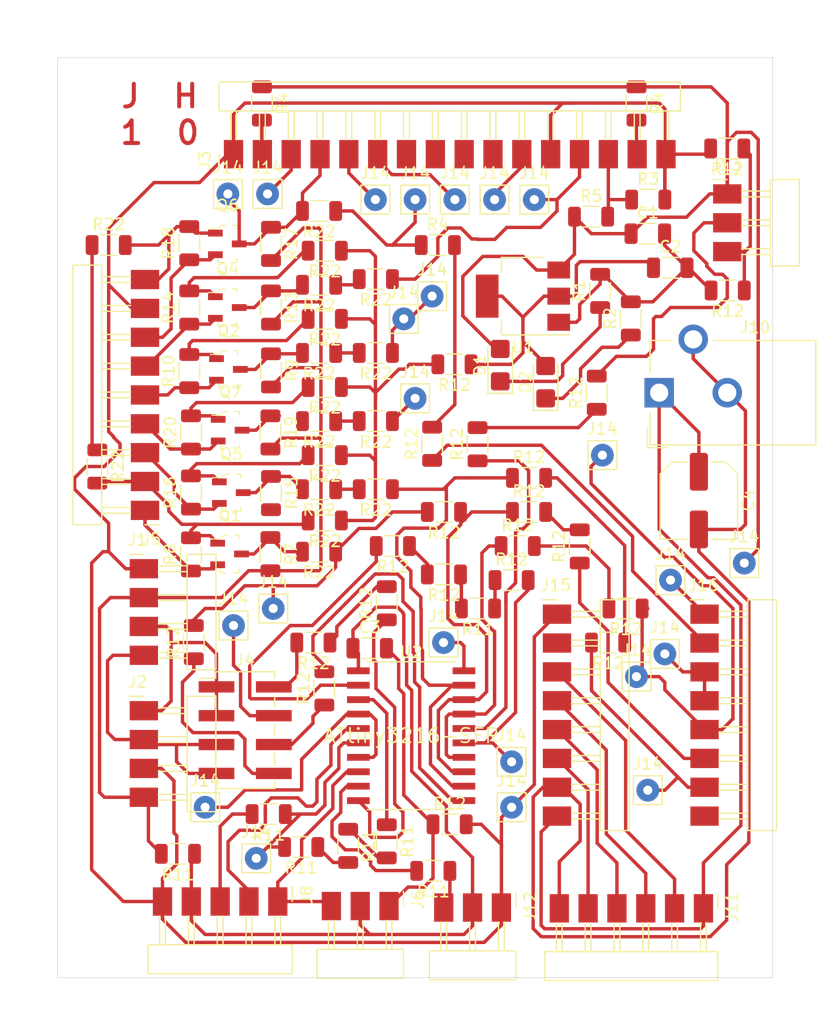
<source format=kicad_pcb>
(kicad_pcb (version 20171130) (host pcbnew "(5.1.12)-1")

  (general
    (thickness 1.6)
    (drawings 20)
    (tracks 822)
    (zones 0)
    (modules 114)
    (nets 40)
  )

  (page A4)
  (layers
    (0 F.Cu signal)
    (31 B.Cu signal hide)
    (32 B.Adhes user hide)
    (33 F.Adhes user hide)
    (34 B.Paste user hide)
    (35 F.Paste user hide)
    (36 B.SilkS user hide)
    (37 F.SilkS user hide)
    (38 B.Mask user hide)
    (39 F.Mask user hide)
    (40 Dwgs.User user hide)
    (41 Cmts.User user hide)
    (42 Eco1.User user hide)
    (43 Eco2.User user hide)
    (44 Edge.Cuts user)
    (45 Margin user)
    (46 B.CrtYd user hide)
    (47 F.CrtYd user hide)
    (48 B.Fab user hide)
    (49 F.Fab user)
  )

  (setup
    (last_trace_width 0.3)
    (user_trace_width 0.2)
    (user_trace_width 0.3)
    (user_trace_width 0.4)
    (user_trace_width 0.5)
    (user_trace_width 0.6)
    (user_trace_width 0.8)
    (user_trace_width 1)
    (trace_clearance 0.4)
    (zone_clearance 0.508)
    (zone_45_only no)
    (trace_min 0.2)
    (via_size 0.8)
    (via_drill 0.4)
    (via_min_size 0.4)
    (via_min_drill 0.3)
    (uvia_size 0.3)
    (uvia_drill 0.1)
    (uvias_allowed no)
    (uvia_min_size 0.2)
    (uvia_min_drill 0.1)
    (edge_width 0.05)
    (segment_width 0.2)
    (pcb_text_width 0.3)
    (pcb_text_size 1.5 1.5)
    (mod_edge_width 0.12)
    (mod_text_size 1 1)
    (mod_text_width 0.15)
    (pad_size 2 2)
    (pad_drill 0.8)
    (pad_to_mask_clearance 0)
    (aux_axis_origin 0 0)
    (visible_elements 7FFFFFF7)
    (pcbplotparams
      (layerselection 0x010fc_ffffffff)
      (usegerberextensions false)
      (usegerberattributes true)
      (usegerberadvancedattributes true)
      (creategerberjobfile true)
      (excludeedgelayer true)
      (linewidth 0.100000)
      (plotframeref false)
      (viasonmask false)
      (mode 1)
      (useauxorigin false)
      (hpglpennumber 1)
      (hpglpenspeed 20)
      (hpglpendiameter 15.000000)
      (psnegative false)
      (psa4output false)
      (plotreference true)
      (plotvalue true)
      (plotinvisibletext false)
      (padsonsilk false)
      (subtractmaskfromsilk false)
      (outputformat 1)
      (mirror false)
      (drillshape 1)
      (scaleselection 1)
      (outputdirectory ""))
  )

  (net 0 "")
  (net 1 VCC)
  (net 2 /V3.3)
  (net 3 GND)
  (net 4 /VMOT)
  (net 5 "Net-(D1-Pad1)")
  (net 6 "Net-(D2-Pad1)")
  (net 7 /SDA)
  (net 8 /SCL)
  (net 9 /7)
  (net 10 /6)
  (net 11 /12)
  (net 12 /13)
  (net 13 /14)
  (net 14 /15)
  (net 15 "Net-(J3-Pad14)")
  (net 16 /SCLx)
  (net 17 /SDAx)
  (net 18 /MISOx)
  (net 19 /SCKx)
  (net 20 /MOSIx)
  (net 21 /DCx)
  (net 22 /RESETx)
  (net 23 /CSx)
  (net 24 /SIG)
  (net 25 /GNDm)
  (net 26 /2B)
  (net 27 /1B)
  (net 28 /1A)
  (net 29 /2A)
  (net 30 /VRY)
  (net 31 /IR)
  (net 32 /UPDI)
  (net 33 "Net-(J8-Pad3)")
  (net 34 "Net-(J3-Pad7)")
  (net 35 "Net-(J3-Pad8)")
  (net 36 "Net-(J3-Pad9)")
  (net 37 "Net-(J3-Pad10)")
  (net 38 "Net-(J15-Pad2)")
  (net 39 "Net-(J16-Pad8)")

  (net_class Default "This is the default net class."
    (clearance 0.4)
    (trace_width 0.3)
    (via_dia 0.8)
    (via_drill 0.4)
    (uvia_dia 0.3)
    (uvia_drill 0.1)
    (add_net /12)
    (add_net /13)
    (add_net /14)
    (add_net /15)
    (add_net /1A)
    (add_net /1B)
    (add_net /2A)
    (add_net /2B)
    (add_net /6)
    (add_net /7)
    (add_net /CSx)
    (add_net /DCx)
    (add_net /GNDm)
    (add_net /IR)
    (add_net /MISOx)
    (add_net /MOSIx)
    (add_net /RESETx)
    (add_net /SCKx)
    (add_net /SCL)
    (add_net /SCLx)
    (add_net /SDA)
    (add_net /SDAx)
    (add_net /SIG)
    (add_net /UPDI)
    (add_net /V3.3)
    (add_net /VMOT)
    (add_net /VRY)
    (add_net GND)
    (add_net "Net-(D1-Pad1)")
    (add_net "Net-(D2-Pad1)")
    (add_net "Net-(J15-Pad2)")
    (add_net "Net-(J16-Pad8)")
    (add_net "Net-(J3-Pad10)")
    (add_net "Net-(J3-Pad14)")
    (add_net "Net-(J3-Pad7)")
    (add_net "Net-(J3-Pad8)")
    (add_net "Net-(J3-Pad9)")
    (add_net "Net-(J8-Pad3)")
    (add_net VCC)
  )

  (module fab:PinHeader_1x01_P2.54mm_Vertical_THT_D1.4mm (layer F.Cu) (tedit 6257BE2E) (tstamp 6257DA05)
    (at 200.5 87.5)
    (descr "Through hole straight pin header, 2.54mm pitch, single row")
    (tags "Through hole pin header THT 2.54mm single row")
    (path /62A8DC8D)
    (fp_text reference J14 (at 0 -2.33) (layer F.SilkS)
      (effects (font (size 1 1) (thickness 0.15)))
    )
    (fp_text value contt (at 0 3.1) (layer F.Fab)
      (effects (font (size 1 1) (thickness 0.15)))
    )
    (fp_line (start 1.8 -1.8) (end -1.8 -1.8) (layer F.CrtYd) (width 0.05))
    (fp_line (start 1.8 1.8) (end 1.8 -1.8) (layer F.CrtYd) (width 0.05))
    (fp_line (start -1.8 1.8) (end 1.8 1.8) (layer F.CrtYd) (width 0.05))
    (fp_line (start -1.8 -1.8) (end -1.8 1.8) (layer F.CrtYd) (width 0.05))
    (fp_line (start 1.27 -1.27) (end 1.27 1.27) (layer F.SilkS) (width 0.12))
    (fp_line (start -1.27 -1.27) (end -1.27 1.27) (layer F.SilkS) (width 0.12))
    (fp_line (start -1.27 1.27) (end 1.27 1.27) (layer F.SilkS) (width 0.12))
    (fp_line (start -1.27 -0.635) (end -0.635 -1.27) (layer F.Fab) (width 0.1))
    (fp_line (start -1.27 1.27) (end -1.27 -0.635) (layer F.Fab) (width 0.1))
    (fp_line (start 1.27 1.27) (end -1.27 1.27) (layer F.Fab) (width 0.1))
    (fp_line (start 1.27 -1.27) (end 1.27 1.27) (layer F.Fab) (width 0.1))
    (fp_line (start -0.635 -1.27) (end 1.27 -1.27) (layer F.Fab) (width 0.1))
    (fp_line (start -1.27 -1.27) (end 1.27 -1.27) (layer F.SilkS) (width 0.12))
    (fp_text user %R (at 0 -0.6 90) (layer F.Fab)
      (effects (font (size 1 1) (thickness 0.15)))
    )
    (pad 1 thru_hole circle (at 0 0) (size 2 2) (drill 0.8) (layers *.Cu *.Mask)
      (net 1 VCC))
    (model ${KISYS3DMOD}/Connector_PinHeader_2.54mm.3dshapes/PinHeader_1x05_P2.54mm_Vertical.wrl
      (at (xyz 0 0 0))
      (scale (xyz 1 1 1))
      (rotate (xyz 0 0 0))
    )
  )

  (module fab:PinHeader_1x01_P2.54mm_Vertical_THT_D1.4mm (layer F.Cu) (tedit 6257BE06) (tstamp 6257D6E8)
    (at 207.5 79.5)
    (descr "Through hole straight pin header, 2.54mm pitch, single row")
    (tags "Through hole pin header THT 2.54mm single row")
    (path /62A8DC8D)
    (fp_text reference J14 (at 0 -2.33) (layer F.SilkS)
      (effects (font (size 1 1) (thickness 0.15)))
    )
    (fp_text value contt (at 0 3.1) (layer F.Fab)
      (effects (font (size 1 1) (thickness 0.15)))
    )
    (fp_line (start 1.8 -1.8) (end -1.8 -1.8) (layer F.CrtYd) (width 0.05))
    (fp_line (start 1.8 1.8) (end 1.8 -1.8) (layer F.CrtYd) (width 0.05))
    (fp_line (start -1.8 1.8) (end 1.8 1.8) (layer F.CrtYd) (width 0.05))
    (fp_line (start -1.8 -1.8) (end -1.8 1.8) (layer F.CrtYd) (width 0.05))
    (fp_line (start 1.27 -1.27) (end 1.27 1.27) (layer F.SilkS) (width 0.12))
    (fp_line (start -1.27 -1.27) (end -1.27 1.27) (layer F.SilkS) (width 0.12))
    (fp_line (start -1.27 1.27) (end 1.27 1.27) (layer F.SilkS) (width 0.12))
    (fp_line (start -1.27 -0.635) (end -0.635 -1.27) (layer F.Fab) (width 0.1))
    (fp_line (start -1.27 1.27) (end -1.27 -0.635) (layer F.Fab) (width 0.1))
    (fp_line (start 1.27 1.27) (end -1.27 1.27) (layer F.Fab) (width 0.1))
    (fp_line (start 1.27 -1.27) (end 1.27 1.27) (layer F.Fab) (width 0.1))
    (fp_line (start -0.635 -1.27) (end 1.27 -1.27) (layer F.Fab) (width 0.1))
    (fp_line (start -1.27 -1.27) (end 1.27 -1.27) (layer F.SilkS) (width 0.12))
    (fp_text user %R (at 0 -0.6 90) (layer F.Fab)
      (effects (font (size 1 1) (thickness 0.15)))
    )
    (pad 1 thru_hole circle (at 0 0) (size 2 2) (drill 0.8) (layers *.Cu *.Mask)
      (net 1 VCC))
    (model ${KISYS3DMOD}/Connector_PinHeader_2.54mm.3dshapes/PinHeader_1x05_P2.54mm_Vertical.wrl
      (at (xyz 0 0 0))
      (scale (xyz 1 1 1))
      (rotate (xyz 0 0 0))
    )
  )

  (module Resistor_SMD:R_1206_3216Metric (layer F.Cu) (tedit 6256733A) (tstamp 62574077)
    (at 150.5 71 270)
    (descr "Resistor SMD 1206 (3216 Metric), square (rectangular) end terminal, IPC_7351 nominal, (Body size source: IPC-SM-782 page 72, https://www.pcb-3d.com/wordpress/wp-content/uploads/ipc-sm-782a_amendment_1_and_2.pdf), generated with kicad-footprint-generator")
    (tags resistor)
    (path /626E48BA)
    (attr smd)
    (fp_text reference R22 (at 0 -1.82 90) (layer F.SilkS)
      (effects (font (size 1 1) (thickness 0.15)))
    )
    (fp_text value 0 (at 0 1.82 90) (layer F.Fab)
      (effects (font (size 1 1) (thickness 0.15)))
    )
    (fp_line (start 2.28 1.12) (end -2.28 1.12) (layer F.CrtYd) (width 0.05))
    (fp_line (start 2.28 -1.12) (end 2.28 1.12) (layer F.CrtYd) (width 0.05))
    (fp_line (start -2.28 -1.12) (end 2.28 -1.12) (layer F.CrtYd) (width 0.05))
    (fp_line (start -2.28 1.12) (end -2.28 -1.12) (layer F.CrtYd) (width 0.05))
    (fp_line (start -0.727064 0.91) (end 0.727064 0.91) (layer F.SilkS) (width 0.12))
    (fp_line (start -0.727064 -0.91) (end 0.727064 -0.91) (layer F.SilkS) (width 0.12))
    (fp_line (start 1.6 0.8) (end -1.6 0.8) (layer F.Fab) (width 0.1))
    (fp_line (start 1.6 -0.8) (end 1.6 0.8) (layer F.Fab) (width 0.1))
    (fp_line (start -1.6 -0.8) (end 1.6 -0.8) (layer F.Fab) (width 0.1))
    (fp_line (start -1.6 0.8) (end -1.6 -0.8) (layer F.Fab) (width 0.1))
    (fp_text user %R (at 0 0 90) (layer F.Fab)
      (effects (font (size 0.8 0.8) (thickness 0.12)))
    )
    (pad 1 smd roundrect (at -1.4625 0 270) (size 1.125 1.75) (layers F.Cu F.Paste F.Mask) (roundrect_rratio 0.222)
      (net 2 /V3.3))
    (pad 2 smd roundrect (at 1.4625 0 270) (size 1.125 1.75) (layers F.Cu F.Paste F.Mask) (roundrect_rratio 0.222)
      (net 2 /V3.3))
    (model ${KISYS3DMOD}/Resistor_SMD.3dshapes/R_1206_3216Metric.wrl
      (at (xyz 0 0 0))
      (scale (xyz 1 1 1))
      (rotate (xyz 0 0 0))
    )
  )

  (module Resistor_SMD:R_1206_3216Metric (layer F.Cu) (tedit 62567307) (tstamp 62573CB1)
    (at 151.5 51.5)
    (descr "Resistor SMD 1206 (3216 Metric), square (rectangular) end terminal, IPC_7351 nominal, (Body size source: IPC-SM-782 page 72, https://www.pcb-3d.com/wordpress/wp-content/uploads/ipc-sm-782a_amendment_1_and_2.pdf), generated with kicad-footprint-generator")
    (tags resistor)
    (path /626E48BA)
    (attr smd)
    (fp_text reference R22 (at 0 -1.82) (layer F.SilkS)
      (effects (font (size 1 1) (thickness 0.15)))
    )
    (fp_text value 0 (at 0 1.82) (layer F.Fab)
      (effects (font (size 1 1) (thickness 0.15)))
    )
    (fp_line (start 2.28 1.12) (end -2.28 1.12) (layer F.CrtYd) (width 0.05))
    (fp_line (start 2.28 -1.12) (end 2.28 1.12) (layer F.CrtYd) (width 0.05))
    (fp_line (start -2.28 -1.12) (end 2.28 -1.12) (layer F.CrtYd) (width 0.05))
    (fp_line (start -2.28 1.12) (end -2.28 -1.12) (layer F.CrtYd) (width 0.05))
    (fp_line (start -0.727064 0.91) (end 0.727064 0.91) (layer F.SilkS) (width 0.12))
    (fp_line (start -0.727064 -0.91) (end 0.727064 -0.91) (layer F.SilkS) (width 0.12))
    (fp_line (start 1.6 0.8) (end -1.6 0.8) (layer F.Fab) (width 0.1))
    (fp_line (start 1.6 -0.8) (end 1.6 0.8) (layer F.Fab) (width 0.1))
    (fp_line (start -1.6 -0.8) (end 1.6 -0.8) (layer F.Fab) (width 0.1))
    (fp_line (start -1.6 0.8) (end -1.6 -0.8) (layer F.Fab) (width 0.1))
    (fp_text user %R (at 0 0) (layer F.Fab)
      (effects (font (size 0.8 0.8) (thickness 0.12)))
    )
    (pad 2 smd roundrect (at 1.4625 0) (size 1.125 1.75) (layers F.Cu F.Paste F.Mask) (roundrect_rratio 0.222)
      (net 2 /V3.3))
    (pad 1 smd roundrect (at -1.4625 0) (size 1.125 1.75) (layers F.Cu F.Paste F.Mask) (roundrect_rratio 0.222)
      (net 2 /V3.3))
    (model ${KISYS3DMOD}/Resistor_SMD.3dshapes/R_1206_3216Metric.wrl
      (at (xyz 0 0 0))
      (scale (xyz 1 1 1))
      (rotate (xyz 0 0 0))
    )
  )

  (module Resistor_SMD:R_1206_3216Metric (layer F.Cu) (tedit 625671A0) (tstamp 625731AF)
    (at 181.9625 62 180)
    (descr "Resistor SMD 1206 (3216 Metric), square (rectangular) end terminal, IPC_7351 nominal, (Body size source: IPC-SM-782 page 72, https://www.pcb-3d.com/wordpress/wp-content/uploads/ipc-sm-782a_amendment_1_and_2.pdf), generated with kicad-footprint-generator")
    (tags resistor)
    (path /626D1ACF)
    (attr smd)
    (fp_text reference R12 (at 0 -1.82) (layer F.SilkS)
      (effects (font (size 1 1) (thickness 0.15)))
    )
    (fp_text value 0 (at 0 1.82) (layer F.Fab)
      (effects (font (size 1 1) (thickness 0.15)))
    )
    (fp_line (start 2.28 1.12) (end -2.28 1.12) (layer F.CrtYd) (width 0.05))
    (fp_line (start 2.28 -1.12) (end 2.28 1.12) (layer F.CrtYd) (width 0.05))
    (fp_line (start -2.28 -1.12) (end 2.28 -1.12) (layer F.CrtYd) (width 0.05))
    (fp_line (start -2.28 1.12) (end -2.28 -1.12) (layer F.CrtYd) (width 0.05))
    (fp_line (start -0.727064 0.91) (end 0.727064 0.91) (layer F.SilkS) (width 0.12))
    (fp_line (start -0.727064 -0.91) (end 0.727064 -0.91) (layer F.SilkS) (width 0.12))
    (fp_line (start 1.6 0.8) (end -1.6 0.8) (layer F.Fab) (width 0.1))
    (fp_line (start 1.6 -0.8) (end 1.6 0.8) (layer F.Fab) (width 0.1))
    (fp_line (start -1.6 -0.8) (end 1.6 -0.8) (layer F.Fab) (width 0.1))
    (fp_line (start -1.6 0.8) (end -1.6 -0.8) (layer F.Fab) (width 0.1))
    (fp_text user %R (at 0 0) (layer F.Fab)
      (effects (font (size 0.8 0.8) (thickness 0.12)))
    )
    (pad 1 smd roundrect (at -1.4625 0 180) (size 1.125 1.75) (layers F.Cu F.Paste F.Mask) (roundrect_rratio 0.222)
      (net 2 /V3.3))
    (pad 2 smd roundrect (at 1.4625 0 180) (size 1.125 1.75) (layers F.Cu F.Paste F.Mask) (roundrect_rratio 0.222)
      (net 2 /V3.3))
    (model ${KISYS3DMOD}/Resistor_SMD.3dshapes/R_1206_3216Metric.wrl
      (at (xyz 0 0 0))
      (scale (xyz 1 1 1))
      (rotate (xyz 0 0 0))
    )
  )

  (module fab:PinHeader_1x01_P2.54mm_Vertical_THT_D1.4mm (layer F.Cu) (tedit 62554878) (tstamp 625906BC)
    (at 187 101)
    (descr "Through hole straight pin header, 2.54mm pitch, single row")
    (tags "Through hole pin header THT 2.54mm single row")
    (path /62A8DC8D)
    (fp_text reference J14 (at 0 -2.33) (layer F.SilkS)
      (effects (font (size 1 1) (thickness 0.15)))
    )
    (fp_text value contt (at 0 3.1) (layer F.Fab)
      (effects (font (size 1 1) (thickness 0.15)))
    )
    (fp_line (start 1.8 -1.8) (end -1.8 -1.8) (layer F.CrtYd) (width 0.05))
    (fp_line (start 1.8 1.8) (end 1.8 -1.8) (layer F.CrtYd) (width 0.05))
    (fp_line (start -1.8 1.8) (end 1.8 1.8) (layer F.CrtYd) (width 0.05))
    (fp_line (start -1.8 -1.8) (end -1.8 1.8) (layer F.CrtYd) (width 0.05))
    (fp_line (start 1.27 -1.27) (end 1.27 1.27) (layer F.SilkS) (width 0.12))
    (fp_line (start -1.27 -1.27) (end -1.27 1.27) (layer F.SilkS) (width 0.12))
    (fp_line (start -1.27 1.27) (end 1.27 1.27) (layer F.SilkS) (width 0.12))
    (fp_line (start -1.27 -0.635) (end -0.635 -1.27) (layer F.Fab) (width 0.1))
    (fp_line (start -1.27 1.27) (end -1.27 -0.635) (layer F.Fab) (width 0.1))
    (fp_line (start 1.27 1.27) (end -1.27 1.27) (layer F.Fab) (width 0.1))
    (fp_line (start 1.27 -1.27) (end 1.27 1.27) (layer F.Fab) (width 0.1))
    (fp_line (start -0.635 -1.27) (end 1.27 -1.27) (layer F.Fab) (width 0.1))
    (fp_line (start -1.27 -1.27) (end 1.27 -1.27) (layer F.SilkS) (width 0.12))
    (fp_text user %R (at 0 -0.6 90) (layer F.Fab)
      (effects (font (size 1 1) (thickness 0.15)))
    )
    (pad 1 thru_hole circle (at 0 0) (size 2 2) (drill 0.8) (layers *.Cu *.Mask)
      (net 3 GND))
    (model ${KISYS3DMOD}/Connector_PinHeader_2.54mm.3dshapes/PinHeader_1x05_P2.54mm_Vertical.wrl
      (at (xyz 0 0 0))
      (scale (xyz 1 1 1))
      (rotate (xyz 0 0 0))
    )
  )

  (module fab:PinHeader_1x08_P2.54mm_Horizontal_SMD (layer F.Cu) (tedit 608519DA) (tstamp 6258C3A8)
    (at 204 84)
    (descr https://s3.amazonaws.com/catalogspreads-pdf/PAGE112-113%20.100%20MALE%20HDR.pdf)
    (tags "horizontal pin header SMD 2.54mm")
    (path /62DA5B0C)
    (attr smd)
    (fp_text reference J16 (at -1.524 -2.54 180) (layer F.SilkS)
      (effects (font (size 1 1) (thickness 0.15)) (justify left))
    )
    (fp_text value conp2 (at 0.1 20.955) (layer F.Fab)
      (effects (font (size 1 1) (thickness 0.15)))
    )
    (fp_line (start -0.635 12.446) (end -0.635 12.954) (layer F.Fab) (width 0.1))
    (fp_line (start -0.635 9.906) (end -0.635 10.414) (layer F.Fab) (width 0.1))
    (fp_line (start -0.635 7.366) (end -0.635 7.874) (layer F.Fab) (width 0.1))
    (fp_line (start -0.635 4.826) (end -0.635 5.334) (layer F.Fab) (width 0.1))
    (fp_line (start -0.635 2.286) (end -0.635 2.794) (layer F.Fab) (width 0.1))
    (fp_line (start -0.635 -0.254) (end -0.635 0.254) (layer F.Fab) (width 0.1))
    (fp_line (start 3.81 12.954) (end 1.27 12.954) (layer F.SilkS) (width 0.12))
    (fp_line (start 3.81 12.446) (end 1.27 12.446) (layer F.SilkS) (width 0.12))
    (fp_line (start 3.81 10.414) (end 1.27 10.414) (layer F.SilkS) (width 0.12))
    (fp_line (start 3.81 9.906) (end 1.27 9.906) (layer F.SilkS) (width 0.12))
    (fp_line (start 3.81 7.874) (end 1.27 7.874) (layer F.SilkS) (width 0.12))
    (fp_line (start 3.81 7.366) (end 1.27 7.366) (layer F.SilkS) (width 0.12))
    (fp_line (start 3.81 5.334) (end 1.27 5.334) (layer F.SilkS) (width 0.12))
    (fp_line (start 3.81 4.826) (end 1.27 4.826) (layer F.SilkS) (width 0.12))
    (fp_line (start 3.81 2.794) (end 1.27 2.794) (layer F.SilkS) (width 0.12))
    (fp_line (start 3.81 2.286) (end 1.27 2.286) (layer F.SilkS) (width 0.12))
    (fp_line (start 3.81 0.254) (end 1.27 0.254) (layer F.SilkS) (width 0.12))
    (fp_line (start 3.81 -0.254) (end 1.27 -0.254) (layer F.SilkS) (width 0.12))
    (fp_line (start 3.81 19.05) (end 3.81 -1.27) (layer F.SilkS) (width 0.12))
    (fp_line (start 6.35 19.05) (end 3.81 19.05) (layer F.SilkS) (width 0.12))
    (fp_line (start 6.35 -1.27) (end 6.35 19.05) (layer F.SilkS) (width 0.12))
    (fp_line (start 3.81 -1.27) (end 6.35 -1.27) (layer F.SilkS) (width 0.12))
    (fp_line (start 3.81 12.7) (end -0.635 12.7) (layer F.Fab) (width 0.1))
    (fp_line (start 3.81 10.16) (end -0.635 10.16) (layer F.Fab) (width 0.1))
    (fp_line (start 3.81 7.62) (end -0.635 7.62) (layer F.Fab) (width 0.1))
    (fp_line (start 3.81 5.08) (end -0.635 5.08) (layer F.Fab) (width 0.1))
    (fp_line (start 3.81 2.54) (end -0.635 2.54) (layer F.Fab) (width 0.1))
    (fp_line (start 3.81 0) (end -0.635 0) (layer F.Fab) (width 0.1))
    (fp_line (start 6.34 -1.27) (end 6.35 19.05) (layer F.Fab) (width 0.1))
    (fp_line (start 3.8 19.05) (end 6.35 19.05) (layer F.Fab) (width 0.1))
    (fp_line (start 3.8 -1.27) (end 6.34 -1.27) (layer F.Fab) (width 0.1))
    (fp_line (start 3.8 19.05) (end 3.8 -1.27) (layer F.Fab) (width 0.1))
    (fp_line (start -1.27 -1.27) (end 0 -1.27) (layer F.SilkS) (width 0.12))
    (fp_line (start -1.8 -1.8) (end -1.8 19.6) (layer F.CrtYd) (width 0.05))
    (fp_line (start -1.8 19.6) (end 6.4 19.6) (layer F.CrtYd) (width 0.05))
    (fp_line (start 6.4 19.6) (end 6.4 -1.8) (layer F.CrtYd) (width 0.05))
    (fp_line (start 6.4 -1.8) (end -1.8 -1.8) (layer F.CrtYd) (width 0.05))
    (fp_line (start 3.81 15.24) (end -0.635 15.24) (layer F.Fab) (width 0.1))
    (fp_line (start 3.81 14.986) (end 1.27 14.986) (layer F.SilkS) (width 0.12))
    (fp_line (start -0.635 14.986) (end -0.635 15.494) (layer F.Fab) (width 0.1))
    (fp_line (start 3.81 15.494) (end 1.27 15.494) (layer F.SilkS) (width 0.12))
    (fp_line (start 3.81 17.78) (end -0.635 17.78) (layer F.Fab) (width 0.1))
    (fp_line (start -0.635 17.526) (end -0.635 18.034) (layer F.Fab) (width 0.1))
    (fp_line (start 3.81 17.526) (end 1.27 17.526) (layer F.SilkS) (width 0.12))
    (fp_line (start 3.81 18.034) (end 1.27 18.034) (layer F.SilkS) (width 0.12))
    (fp_text user %R (at 2.54 8.89 90) (layer F.Fab)
      (effects (font (size 1 1) (thickness 0.15)))
    )
    (pad 8 smd rect (at 0 17.78) (size 2.5 1.7) (layers F.Cu F.Paste F.Mask)
      (net 39 "Net-(J16-Pad8)"))
    (pad 7 smd rect (at 0 15.24) (size 2.5 1.7) (layers F.Cu F.Paste F.Mask)
      (net 11 /12))
    (pad 6 smd rect (at 0 12.7) (size 2.5 1.7) (layers F.Cu F.Paste F.Mask)
      (net 12 /13))
    (pad 5 smd rect (at 0 10.16) (size 2.5 1.7) (layers F.Cu F.Paste F.Mask)
      (net 13 /14))
    (pad 4 smd rect (at 0 7.62) (size 2.5 1.7) (layers F.Cu F.Paste F.Mask)
      (net 1 VCC))
    (pad 3 smd rect (at 0 5.08) (size 2.5 1.7) (layers F.Cu F.Paste F.Mask)
      (net 1 VCC))
    (pad 2 smd rect (at 0 2.54) (size 2.5 1.7) (layers F.Cu F.Paste F.Mask)
      (net 10 /6))
    (pad 1 smd rect (at 0 0) (size 2.5 1.7) (layers F.Cu F.Paste F.Mask)
      (net 9 /7))
    (model ${FAB}/fab.3dshapes/Header_SMD_01x08_P2.54mm_Horizontal_Male.step
      (at (xyz 0 0 0))
      (scale (xyz 1 1 1))
      (rotate (xyz 0 0 0))
    )
  )

  (module fab:PinHeader_1x08_P2.54mm_Horizontal_SMD (layer F.Cu) (tedit 608519DA) (tstamp 6258C286)
    (at 191 84)
    (descr https://s3.amazonaws.com/catalogspreads-pdf/PAGE112-113%20.100%20MALE%20HDR.pdf)
    (tags "horizontal pin header SMD 2.54mm")
    (path /62DA432B)
    (attr smd)
    (fp_text reference J15 (at -1.524 -2.54 180) (layer F.SilkS)
      (effects (font (size 1 1) (thickness 0.15)) (justify left))
    )
    (fp_text value conp1 (at 0.1 20.955) (layer F.Fab)
      (effects (font (size 1 1) (thickness 0.15)))
    )
    (fp_line (start -0.635 12.446) (end -0.635 12.954) (layer F.Fab) (width 0.1))
    (fp_line (start -0.635 9.906) (end -0.635 10.414) (layer F.Fab) (width 0.1))
    (fp_line (start -0.635 7.366) (end -0.635 7.874) (layer F.Fab) (width 0.1))
    (fp_line (start -0.635 4.826) (end -0.635 5.334) (layer F.Fab) (width 0.1))
    (fp_line (start -0.635 2.286) (end -0.635 2.794) (layer F.Fab) (width 0.1))
    (fp_line (start -0.635 -0.254) (end -0.635 0.254) (layer F.Fab) (width 0.1))
    (fp_line (start 3.81 12.954) (end 1.27 12.954) (layer F.SilkS) (width 0.12))
    (fp_line (start 3.81 12.446) (end 1.27 12.446) (layer F.SilkS) (width 0.12))
    (fp_line (start 3.81 10.414) (end 1.27 10.414) (layer F.SilkS) (width 0.12))
    (fp_line (start 3.81 9.906) (end 1.27 9.906) (layer F.SilkS) (width 0.12))
    (fp_line (start 3.81 7.874) (end 1.27 7.874) (layer F.SilkS) (width 0.12))
    (fp_line (start 3.81 7.366) (end 1.27 7.366) (layer F.SilkS) (width 0.12))
    (fp_line (start 3.81 5.334) (end 1.27 5.334) (layer F.SilkS) (width 0.12))
    (fp_line (start 3.81 4.826) (end 1.27 4.826) (layer F.SilkS) (width 0.12))
    (fp_line (start 3.81 2.794) (end 1.27 2.794) (layer F.SilkS) (width 0.12))
    (fp_line (start 3.81 2.286) (end 1.27 2.286) (layer F.SilkS) (width 0.12))
    (fp_line (start 3.81 0.254) (end 1.27 0.254) (layer F.SilkS) (width 0.12))
    (fp_line (start 3.81 -0.254) (end 1.27 -0.254) (layer F.SilkS) (width 0.12))
    (fp_line (start 3.81 19.05) (end 3.81 -1.27) (layer F.SilkS) (width 0.12))
    (fp_line (start 6.35 19.05) (end 3.81 19.05) (layer F.SilkS) (width 0.12))
    (fp_line (start 6.35 -1.27) (end 6.35 19.05) (layer F.SilkS) (width 0.12))
    (fp_line (start 3.81 -1.27) (end 6.35 -1.27) (layer F.SilkS) (width 0.12))
    (fp_line (start 3.81 12.7) (end -0.635 12.7) (layer F.Fab) (width 0.1))
    (fp_line (start 3.81 10.16) (end -0.635 10.16) (layer F.Fab) (width 0.1))
    (fp_line (start 3.81 7.62) (end -0.635 7.62) (layer F.Fab) (width 0.1))
    (fp_line (start 3.81 5.08) (end -0.635 5.08) (layer F.Fab) (width 0.1))
    (fp_line (start 3.81 2.54) (end -0.635 2.54) (layer F.Fab) (width 0.1))
    (fp_line (start 3.81 0) (end -0.635 0) (layer F.Fab) (width 0.1))
    (fp_line (start 6.34 -1.27) (end 6.35 19.05) (layer F.Fab) (width 0.1))
    (fp_line (start 3.8 19.05) (end 6.35 19.05) (layer F.Fab) (width 0.1))
    (fp_line (start 3.8 -1.27) (end 6.34 -1.27) (layer F.Fab) (width 0.1))
    (fp_line (start 3.8 19.05) (end 3.8 -1.27) (layer F.Fab) (width 0.1))
    (fp_line (start -1.27 -1.27) (end 0 -1.27) (layer F.SilkS) (width 0.12))
    (fp_line (start -1.8 -1.8) (end -1.8 19.6) (layer F.CrtYd) (width 0.05))
    (fp_line (start -1.8 19.6) (end 6.4 19.6) (layer F.CrtYd) (width 0.05))
    (fp_line (start 6.4 19.6) (end 6.4 -1.8) (layer F.CrtYd) (width 0.05))
    (fp_line (start 6.4 -1.8) (end -1.8 -1.8) (layer F.CrtYd) (width 0.05))
    (fp_line (start 3.81 15.24) (end -0.635 15.24) (layer F.Fab) (width 0.1))
    (fp_line (start 3.81 14.986) (end 1.27 14.986) (layer F.SilkS) (width 0.12))
    (fp_line (start -0.635 14.986) (end -0.635 15.494) (layer F.Fab) (width 0.1))
    (fp_line (start 3.81 15.494) (end 1.27 15.494) (layer F.SilkS) (width 0.12))
    (fp_line (start 3.81 17.78) (end -0.635 17.78) (layer F.Fab) (width 0.1))
    (fp_line (start -0.635 17.526) (end -0.635 18.034) (layer F.Fab) (width 0.1))
    (fp_line (start 3.81 17.526) (end 1.27 17.526) (layer F.SilkS) (width 0.12))
    (fp_line (start 3.81 18.034) (end 1.27 18.034) (layer F.SilkS) (width 0.12))
    (fp_text user %R (at 2.54 8.89 90) (layer F.Fab)
      (effects (font (size 1 1) (thickness 0.15)))
    )
    (pad 8 smd rect (at 0 17.78) (size 2.5 1.7) (layers F.Cu F.Paste F.Mask)
      (net 4 /VMOT))
    (pad 7 smd rect (at 0 15.24) (size 2.5 1.7) (layers F.Cu F.Paste F.Mask)
      (net 25 /GNDm))
    (pad 6 smd rect (at 0 12.7) (size 2.5 1.7) (layers F.Cu F.Paste F.Mask)
      (net 26 /2B))
    (pad 5 smd rect (at 0 10.16) (size 2.5 1.7) (layers F.Cu F.Paste F.Mask)
      (net 27 /1B))
    (pad 4 smd rect (at 0 7.62) (size 2.5 1.7) (layers F.Cu F.Paste F.Mask)
      (net 28 /1A))
    (pad 3 smd rect (at 0 5.08) (size 2.5 1.7) (layers F.Cu F.Paste F.Mask)
      (net 29 /2A))
    (pad 2 smd rect (at 0 2.54) (size 2.5 1.7) (layers F.Cu F.Paste F.Mask)
      (net 38 "Net-(J15-Pad2)"))
    (pad 1 smd rect (at 0 0) (size 2.5 1.7) (layers F.Cu F.Paste F.Mask)
      (net 3 GND))
    (model ${FAB}/fab.3dshapes/Header_SMD_01x08_P2.54mm_Horizontal_Male.step
      (at (xyz 0 0 0))
      (scale (xyz 1 1 1))
      (rotate (xyz 0 0 0))
    )
  )

  (module Resistor_SMD:R_1206_3216Metric (layer F.Cu) (tedit 625515F6) (tstamp 62580FD6)
    (at 206 43 180)
    (descr "Resistor SMD 1206 (3216 Metric), square (rectangular) end terminal, IPC_7351 nominal, (Body size source: IPC-SM-782 page 72, https://www.pcb-3d.com/wordpress/wp-content/uploads/ipc-sm-782a_amendment_1_and_2.pdf), generated with kicad-footprint-generator")
    (tags resistor)
    (path /626D1ACF)
    (attr smd)
    (fp_text reference R12 (at 0 -1.82) (layer F.SilkS)
      (effects (font (size 1 1) (thickness 0.15)))
    )
    (fp_text value 0 (at 0 1.82) (layer F.Fab)
      (effects (font (size 1 1) (thickness 0.15)))
    )
    (fp_line (start 2.28 1.12) (end -2.28 1.12) (layer F.CrtYd) (width 0.05))
    (fp_line (start 2.28 -1.12) (end 2.28 1.12) (layer F.CrtYd) (width 0.05))
    (fp_line (start -2.28 -1.12) (end 2.28 -1.12) (layer F.CrtYd) (width 0.05))
    (fp_line (start -2.28 1.12) (end -2.28 -1.12) (layer F.CrtYd) (width 0.05))
    (fp_line (start -0.727064 0.91) (end 0.727064 0.91) (layer F.SilkS) (width 0.12))
    (fp_line (start -0.727064 -0.91) (end 0.727064 -0.91) (layer F.SilkS) (width 0.12))
    (fp_line (start 1.6 0.8) (end -1.6 0.8) (layer F.Fab) (width 0.1))
    (fp_line (start 1.6 -0.8) (end 1.6 0.8) (layer F.Fab) (width 0.1))
    (fp_line (start -1.6 -0.8) (end 1.6 -0.8) (layer F.Fab) (width 0.1))
    (fp_line (start -1.6 0.8) (end -1.6 -0.8) (layer F.Fab) (width 0.1))
    (fp_text user %R (at 0 0) (layer F.Fab)
      (effects (font (size 0.8 0.8) (thickness 0.12)))
    )
    (pad 1 smd roundrect (at -1.4625 0 180) (size 1.125 1.75) (layers F.Cu F.Paste F.Mask) (roundrect_rratio 0.222)
      (net 3 GND))
    (pad 2 smd roundrect (at 1.4625 0 180) (size 1.125 1.75) (layers F.Cu F.Paste F.Mask) (roundrect_rratio 0.222)
      (net 3 GND))
    (model ${KISYS3DMOD}/Resistor_SMD.3dshapes/R_1206_3216Metric.wrl
      (at (xyz 0 0 0))
      (scale (xyz 1 1 1))
      (rotate (xyz 0 0 0))
    )
  )

  (module Resistor_SMD:R_1206_3216Metric (layer F.Cu) (tedit 6255144D) (tstamp 6257F995)
    (at 206.0375 55.5 180)
    (descr "Resistor SMD 1206 (3216 Metric), square (rectangular) end terminal, IPC_7351 nominal, (Body size source: IPC-SM-782 page 72, https://www.pcb-3d.com/wordpress/wp-content/uploads/ipc-sm-782a_amendment_1_and_2.pdf), generated with kicad-footprint-generator")
    (tags resistor)
    (path /626D1ACF)
    (attr smd)
    (fp_text reference R12 (at 0 -1.82) (layer F.SilkS)
      (effects (font (size 1 1) (thickness 0.15)))
    )
    (fp_text value 0 (at 0 1.82) (layer F.Fab)
      (effects (font (size 1 1) (thickness 0.15)))
    )
    (fp_line (start 2.28 1.12) (end -2.28 1.12) (layer F.CrtYd) (width 0.05))
    (fp_line (start 2.28 -1.12) (end 2.28 1.12) (layer F.CrtYd) (width 0.05))
    (fp_line (start -2.28 -1.12) (end 2.28 -1.12) (layer F.CrtYd) (width 0.05))
    (fp_line (start -2.28 1.12) (end -2.28 -1.12) (layer F.CrtYd) (width 0.05))
    (fp_line (start -0.727064 0.91) (end 0.727064 0.91) (layer F.SilkS) (width 0.12))
    (fp_line (start -0.727064 -0.91) (end 0.727064 -0.91) (layer F.SilkS) (width 0.12))
    (fp_line (start 1.6 0.8) (end -1.6 0.8) (layer F.Fab) (width 0.1))
    (fp_line (start 1.6 -0.8) (end 1.6 0.8) (layer F.Fab) (width 0.1))
    (fp_line (start -1.6 -0.8) (end 1.6 -0.8) (layer F.Fab) (width 0.1))
    (fp_line (start -1.6 0.8) (end -1.6 -0.8) (layer F.Fab) (width 0.1))
    (fp_text user %R (at 0 0) (layer F.Fab)
      (effects (font (size 0.8 0.8) (thickness 0.12)))
    )
    (pad 2 smd roundrect (at 1.4625 0 180) (size 1.125 1.75) (layers F.Cu F.Paste F.Mask) (roundrect_rratio 0.222)
      (net 3 GND))
    (pad 1 smd roundrect (at -1.4625 0 180) (size 1.125 1.75) (layers F.Cu F.Paste F.Mask) (roundrect_rratio 0.222)
      (net 3 GND))
    (model ${KISYS3DMOD}/Resistor_SMD.3dshapes/R_1206_3216Metric.wrl
      (at (xyz 0 0 0))
      (scale (xyz 1 1 1))
      (rotate (xyz 0 0 0))
    )
  )

  (module LED_SMD:LED_1206_3216Metric_Castellated (layer F.Cu) (tedit 5F68FEF1) (tstamp 624F8917)
    (at 190 63.575 90)
    (descr "LED SMD 1206 (3216 Metric), castellated end terminal, IPC_7351 nominal, (Body size source: http://www.tortai-tech.com/upload/download/2011102023233369053.pdf), generated with kicad-footprint-generator")
    (tags "LED castellated")
    (path /627B32B1)
    (attr smd)
    (fp_text reference D2 (at 0 -1.78 90) (layer F.SilkS)
      (effects (font (size 1 1) (thickness 0.15)))
    )
    (fp_text value BLUE (at 0 1.78 90) (layer F.Fab)
      (effects (font (size 1 1) (thickness 0.15)))
    )
    (fp_line (start 2.48 1.08) (end -2.48 1.08) (layer F.CrtYd) (width 0.05))
    (fp_line (start 2.48 -1.08) (end 2.48 1.08) (layer F.CrtYd) (width 0.05))
    (fp_line (start -2.48 -1.08) (end 2.48 -1.08) (layer F.CrtYd) (width 0.05))
    (fp_line (start -2.48 1.08) (end -2.48 -1.08) (layer F.CrtYd) (width 0.05))
    (fp_line (start -2.485 1.085) (end 1.6 1.085) (layer F.SilkS) (width 0.12))
    (fp_line (start -2.485 -1.085) (end -2.485 1.085) (layer F.SilkS) (width 0.12))
    (fp_line (start 1.6 -1.085) (end -2.485 -1.085) (layer F.SilkS) (width 0.12))
    (fp_line (start 1.6 0.8) (end 1.6 -0.8) (layer F.Fab) (width 0.1))
    (fp_line (start -1.6 0.8) (end 1.6 0.8) (layer F.Fab) (width 0.1))
    (fp_line (start -1.6 -0.4) (end -1.6 0.8) (layer F.Fab) (width 0.1))
    (fp_line (start -1.2 -0.8) (end -1.6 -0.4) (layer F.Fab) (width 0.1))
    (fp_line (start 1.6 -0.8) (end -1.2 -0.8) (layer F.Fab) (width 0.1))
    (fp_text user %R (at 0 0 90) (layer F.Fab)
      (effects (font (size 0.8 0.8) (thickness 0.12)))
    )
    (pad 1 smd roundrect (at -1.425 0 90) (size 1.6 1.65) (layers F.Cu F.Paste F.Mask) (roundrect_rratio 0.15625)
      (net 6 "Net-(D2-Pad1)"))
    (pad 2 smd roundrect (at 1.425 0 90) (size 1.6 1.65) (layers F.Cu F.Paste F.Mask) (roundrect_rratio 0.15625)
      (net 2 /V3.3))
    (model ${KISYS3DMOD}/LED_SMD.3dshapes/LED_1206_3216Metric_Castellated.wrl
      (at (xyz 0 0 0))
      (scale (xyz 1 1 1))
      (rotate (xyz 0 0 0))
    )
  )

  (module Resistor_SMD:R_1206_3216Metric (layer F.Cu) (tedit 62551012) (tstamp 6257CE04)
    (at 157.6 105.1 180)
    (descr "Resistor SMD 1206 (3216 Metric), square (rectangular) end terminal, IPC_7351 nominal, (Body size source: IPC-SM-782 page 72, https://www.pcb-3d.com/wordpress/wp-content/uploads/ipc-sm-782a_amendment_1_and_2.pdf), generated with kicad-footprint-generator")
    (tags resistor)
    (path /625D238A)
    (attr smd)
    (fp_text reference R11 (at 0 -1.82) (layer F.SilkS)
      (effects (font (size 1 1) (thickness 0.15)))
    )
    (fp_text value 0 (at 0 1.82) (layer F.Fab)
      (effects (font (size 1 1) (thickness 0.15)))
    )
    (fp_line (start 2.28 1.12) (end -2.28 1.12) (layer F.CrtYd) (width 0.05))
    (fp_line (start 2.28 -1.12) (end 2.28 1.12) (layer F.CrtYd) (width 0.05))
    (fp_line (start -2.28 -1.12) (end 2.28 -1.12) (layer F.CrtYd) (width 0.05))
    (fp_line (start -2.28 1.12) (end -2.28 -1.12) (layer F.CrtYd) (width 0.05))
    (fp_line (start -0.727064 0.91) (end 0.727064 0.91) (layer F.SilkS) (width 0.12))
    (fp_line (start -0.727064 -0.91) (end 0.727064 -0.91) (layer F.SilkS) (width 0.12))
    (fp_line (start 1.6 0.8) (end -1.6 0.8) (layer F.Fab) (width 0.1))
    (fp_line (start 1.6 -0.8) (end 1.6 0.8) (layer F.Fab) (width 0.1))
    (fp_line (start -1.6 -0.8) (end 1.6 -0.8) (layer F.Fab) (width 0.1))
    (fp_line (start -1.6 0.8) (end -1.6 -0.8) (layer F.Fab) (width 0.1))
    (fp_text user %R (at 0 0) (layer F.Fab)
      (effects (font (size 0.8 0.8) (thickness 0.12)))
    )
    (pad 1 smd roundrect (at -1.4625 0 180) (size 1.125 1.75) (layers F.Cu F.Paste F.Mask) (roundrect_rratio 0.222)
      (net 1 VCC))
    (pad 2 smd roundrect (at 1.4625 0 180) (size 1.125 1.75) (layers F.Cu F.Paste F.Mask) (roundrect_rratio 0.222)
      (net 1 VCC))
    (model ${KISYS3DMOD}/Resistor_SMD.3dshapes/R_1206_3216Metric.wrl
      (at (xyz 0 0 0))
      (scale (xyz 1 1 1))
      (rotate (xyz 0 0 0))
    )
  )

  (module fab:PinHeader_1x01_P2.54mm_Vertical_THT_D1.4mm (layer F.Cu) (tedit 6255427D) (tstamp 6257C049)
    (at 166 83.5)
    (descr "Through hole straight pin header, 2.54mm pitch, single row")
    (tags "Through hole pin header THT 2.54mm single row")
    (path /62A8DC8D)
    (fp_text reference J14 (at 0 -2.33) (layer F.SilkS)
      (effects (font (size 1 1) (thickness 0.15)))
    )
    (fp_text value contt (at 0 3.1) (layer F.Fab)
      (effects (font (size 1 1) (thickness 0.15)))
    )
    (fp_line (start 1.8 -1.8) (end -1.8 -1.8) (layer F.CrtYd) (width 0.05))
    (fp_line (start 1.8 1.8) (end 1.8 -1.8) (layer F.CrtYd) (width 0.05))
    (fp_line (start -1.8 1.8) (end 1.8 1.8) (layer F.CrtYd) (width 0.05))
    (fp_line (start -1.8 -1.8) (end -1.8 1.8) (layer F.CrtYd) (width 0.05))
    (fp_line (start 1.27 -1.27) (end 1.27 1.27) (layer F.SilkS) (width 0.12))
    (fp_line (start -1.27 -1.27) (end -1.27 1.27) (layer F.SilkS) (width 0.12))
    (fp_line (start -1.27 1.27) (end 1.27 1.27) (layer F.SilkS) (width 0.12))
    (fp_line (start -1.27 -0.635) (end -0.635 -1.27) (layer F.Fab) (width 0.1))
    (fp_line (start -1.27 1.27) (end -1.27 -0.635) (layer F.Fab) (width 0.1))
    (fp_line (start 1.27 1.27) (end -1.27 1.27) (layer F.Fab) (width 0.1))
    (fp_line (start 1.27 -1.27) (end 1.27 1.27) (layer F.Fab) (width 0.1))
    (fp_line (start -0.635 -1.27) (end 1.27 -1.27) (layer F.Fab) (width 0.1))
    (fp_line (start -1.27 -1.27) (end 1.27 -1.27) (layer F.SilkS) (width 0.12))
    (fp_text user %R (at 0 -0.6 90) (layer F.Fab)
      (effects (font (size 1 1) (thickness 0.15)))
    )
    (pad 1 thru_hole circle (at 0 0) (size 2 2) (drill 0.8) (layers *.Cu *.Mask)
      (net 12 /13))
    (model ${KISYS3DMOD}/Connector_PinHeader_2.54mm.3dshapes/PinHeader_1x05_P2.54mm_Vertical.wrl
      (at (xyz 0 0 0))
      (scale (xyz 1 1 1))
      (rotate (xyz 0 0 0))
    )
  )

  (module fab:PinHeader_1x01_P2.54mm_Vertical_THT_D1.4mm (layer F.Cu) (tedit 625541CE) (tstamp 6257C049)
    (at 181 86.5)
    (descr "Through hole straight pin header, 2.54mm pitch, single row")
    (tags "Through hole pin header THT 2.54mm single row")
    (path /62A8DC8D)
    (fp_text reference J14 (at 0 -2.33) (layer F.SilkS)
      (effects (font (size 1 1) (thickness 0.15)))
    )
    (fp_text value contt (at 0 3.1) (layer F.Fab)
      (effects (font (size 1 1) (thickness 0.15)))
    )
    (fp_line (start -1.27 -1.27) (end 1.27 -1.27) (layer F.SilkS) (width 0.12))
    (fp_line (start -0.635 -1.27) (end 1.27 -1.27) (layer F.Fab) (width 0.1))
    (fp_line (start 1.27 -1.27) (end 1.27 1.27) (layer F.Fab) (width 0.1))
    (fp_line (start 1.27 1.27) (end -1.27 1.27) (layer F.Fab) (width 0.1))
    (fp_line (start -1.27 1.27) (end -1.27 -0.635) (layer F.Fab) (width 0.1))
    (fp_line (start -1.27 -0.635) (end -0.635 -1.27) (layer F.Fab) (width 0.1))
    (fp_line (start -1.27 1.27) (end 1.27 1.27) (layer F.SilkS) (width 0.12))
    (fp_line (start -1.27 -1.27) (end -1.27 1.27) (layer F.SilkS) (width 0.12))
    (fp_line (start 1.27 -1.27) (end 1.27 1.27) (layer F.SilkS) (width 0.12))
    (fp_line (start -1.8 -1.8) (end -1.8 1.8) (layer F.CrtYd) (width 0.05))
    (fp_line (start -1.8 1.8) (end 1.8 1.8) (layer F.CrtYd) (width 0.05))
    (fp_line (start 1.8 1.8) (end 1.8 -1.8) (layer F.CrtYd) (width 0.05))
    (fp_line (start 1.8 -1.8) (end -1.8 -1.8) (layer F.CrtYd) (width 0.05))
    (fp_text user %R (at 0 -0.6 90) (layer F.Fab)
      (effects (font (size 1 1) (thickness 0.15)))
    )
    (pad 1 thru_hole circle (at 0 0) (size 2 2) (drill 0.8) (layers *.Cu *.Mask)
      (net 3 GND))
    (model ${KISYS3DMOD}/Connector_PinHeader_2.54mm.3dshapes/PinHeader_1x05_P2.54mm_Vertical.wrl
      (at (xyz 0 0 0))
      (scale (xyz 1 1 1))
      (rotate (xyz 0 0 0))
    )
  )

  (module fab:PinHeader_1x01_P2.54mm_Vertical_THT_D1.4mm (layer F.Cu) (tedit 6255417D) (tstamp 6257C049)
    (at 199 99.5)
    (descr "Through hole straight pin header, 2.54mm pitch, single row")
    (tags "Through hole pin header THT 2.54mm single row")
    (path /62A8DC8D)
    (fp_text reference J14 (at 0 -2.33) (layer F.SilkS)
      (effects (font (size 1 1) (thickness 0.15)))
    )
    (fp_text value contt (at 0 3.1) (layer F.Fab)
      (effects (font (size 1 1) (thickness 0.15)))
    )
    (fp_line (start 1.8 -1.8) (end -1.8 -1.8) (layer F.CrtYd) (width 0.05))
    (fp_line (start 1.8 1.8) (end 1.8 -1.8) (layer F.CrtYd) (width 0.05))
    (fp_line (start -1.8 1.8) (end 1.8 1.8) (layer F.CrtYd) (width 0.05))
    (fp_line (start -1.8 -1.8) (end -1.8 1.8) (layer F.CrtYd) (width 0.05))
    (fp_line (start 1.27 -1.27) (end 1.27 1.27) (layer F.SilkS) (width 0.12))
    (fp_line (start -1.27 -1.27) (end -1.27 1.27) (layer F.SilkS) (width 0.12))
    (fp_line (start -1.27 1.27) (end 1.27 1.27) (layer F.SilkS) (width 0.12))
    (fp_line (start -1.27 -0.635) (end -0.635 -1.27) (layer F.Fab) (width 0.1))
    (fp_line (start -1.27 1.27) (end -1.27 -0.635) (layer F.Fab) (width 0.1))
    (fp_line (start 1.27 1.27) (end -1.27 1.27) (layer F.Fab) (width 0.1))
    (fp_line (start 1.27 -1.27) (end 1.27 1.27) (layer F.Fab) (width 0.1))
    (fp_line (start -0.635 -1.27) (end 1.27 -1.27) (layer F.Fab) (width 0.1))
    (fp_line (start -1.27 -1.27) (end 1.27 -1.27) (layer F.SilkS) (width 0.12))
    (fp_text user %R (at 0 -0.6 90) (layer F.Fab)
      (effects (font (size 1 1) (thickness 0.15)))
    )
    (pad 1 thru_hole circle (at 0 0) (size 2 2) (drill 0.8) (layers *.Cu *.Mask)
      (net 11 /12))
    (model ${KISYS3DMOD}/Connector_PinHeader_2.54mm.3dshapes/PinHeader_1x05_P2.54mm_Vertical.wrl
      (at (xyz 0 0 0))
      (scale (xyz 1 1 1))
      (rotate (xyz 0 0 0))
    )
  )

  (module fab:PinHeader_1x01_P2.54mm_Vertical_THT_D1.4mm (layer F.Cu) (tedit 625542DB) (tstamp 6257C049)
    (at 175 47.5)
    (descr "Through hole straight pin header, 2.54mm pitch, single row")
    (tags "Through hole pin header THT 2.54mm single row")
    (path /62A8DC8D)
    (fp_text reference J14 (at 0 -2.33) (layer F.SilkS)
      (effects (font (size 1 1) (thickness 0.15)))
    )
    (fp_text value contt (at 0 3.1) (layer F.Fab)
      (effects (font (size 1 1) (thickness 0.15)))
    )
    (fp_line (start 1.8 -1.8) (end -1.8 -1.8) (layer F.CrtYd) (width 0.05))
    (fp_line (start 1.8 1.8) (end 1.8 -1.8) (layer F.CrtYd) (width 0.05))
    (fp_line (start -1.8 1.8) (end 1.8 1.8) (layer F.CrtYd) (width 0.05))
    (fp_line (start -1.8 -1.8) (end -1.8 1.8) (layer F.CrtYd) (width 0.05))
    (fp_line (start 1.27 -1.27) (end 1.27 1.27) (layer F.SilkS) (width 0.12))
    (fp_line (start -1.27 -1.27) (end -1.27 1.27) (layer F.SilkS) (width 0.12))
    (fp_line (start -1.27 1.27) (end 1.27 1.27) (layer F.SilkS) (width 0.12))
    (fp_line (start -1.27 -0.635) (end -0.635 -1.27) (layer F.Fab) (width 0.1))
    (fp_line (start -1.27 1.27) (end -1.27 -0.635) (layer F.Fab) (width 0.1))
    (fp_line (start 1.27 1.27) (end -1.27 1.27) (layer F.Fab) (width 0.1))
    (fp_line (start 1.27 -1.27) (end 1.27 1.27) (layer F.Fab) (width 0.1))
    (fp_line (start -0.635 -1.27) (end 1.27 -1.27) (layer F.Fab) (width 0.1))
    (fp_line (start -1.27 -1.27) (end 1.27 -1.27) (layer F.SilkS) (width 0.12))
    (fp_text user %R (at 0 -0.6 90) (layer F.Fab)
      (effects (font (size 1 1) (thickness 0.15)))
    )
    (pad 1 thru_hole circle (at 0 0) (size 2 2) (drill 0.8) (layers *.Cu *.Mask)
      (net 11 /12))
    (model ${KISYS3DMOD}/Connector_PinHeader_2.54mm.3dshapes/PinHeader_1x05_P2.54mm_Vertical.wrl
      (at (xyz 0 0 0))
      (scale (xyz 1 1 1))
      (rotate (xyz 0 0 0))
    )
  )

  (module Resistor_SMD:R_1206_3216Metric (layer F.Cu) (tedit 62550C2E) (tstamp 6257A772)
    (at 198 39.0375 270)
    (descr "Resistor SMD 1206 (3216 Metric), square (rectangular) end terminal, IPC_7351 nominal, (Body size source: IPC-SM-782 page 72, https://www.pcb-3d.com/wordpress/wp-content/uploads/ipc-sm-782a_amendment_1_and_2.pdf), generated with kicad-footprint-generator")
    (tags resistor)
    (path /6271D168)
    (attr smd)
    (fp_text reference R4 (at 0 -1.82 90) (layer F.SilkS)
      (effects (font (size 1 1) (thickness 0.15)))
    )
    (fp_text value 0 (at 0 1.82 90) (layer F.Fab)
      (effects (font (size 1 1) (thickness 0.15)))
    )
    (fp_line (start 2.28 1.12) (end -2.28 1.12) (layer F.CrtYd) (width 0.05))
    (fp_line (start 2.28 -1.12) (end 2.28 1.12) (layer F.CrtYd) (width 0.05))
    (fp_line (start -2.28 -1.12) (end 2.28 -1.12) (layer F.CrtYd) (width 0.05))
    (fp_line (start -2.28 1.12) (end -2.28 -1.12) (layer F.CrtYd) (width 0.05))
    (fp_line (start -0.727064 0.91) (end 0.727064 0.91) (layer F.SilkS) (width 0.12))
    (fp_line (start -0.727064 -0.91) (end 0.727064 -0.91) (layer F.SilkS) (width 0.12))
    (fp_line (start 1.6 0.8) (end -1.6 0.8) (layer F.Fab) (width 0.1))
    (fp_line (start 1.6 -0.8) (end 1.6 0.8) (layer F.Fab) (width 0.1))
    (fp_line (start -1.6 -0.8) (end 1.6 -0.8) (layer F.Fab) (width 0.1))
    (fp_line (start -1.6 0.8) (end -1.6 -0.8) (layer F.Fab) (width 0.1))
    (fp_text user %R (at 0 0 90) (layer F.Fab)
      (effects (font (size 0.8 0.8) (thickness 0.12)))
    )
    (pad 1 smd roundrect (at -1.4625 0 270) (size 1.125 1.75) (layers F.Cu F.Paste F.Mask) (roundrect_rratio 0.222)
      (net 1 VCC))
    (pad 2 smd roundrect (at 1.4625 0 270) (size 1.125 1.75) (layers F.Cu F.Paste F.Mask) (roundrect_rratio 0.222)
      (net 1 VCC))
    (model ${KISYS3DMOD}/Resistor_SMD.3dshapes/R_1206_3216Metric.wrl
      (at (xyz 0 0 0))
      (scale (xyz 1 1 1))
      (rotate (xyz 0 0 0))
    )
  )

  (module Resistor_SMD:R_1206_3216Metric (layer F.Cu) (tedit 62550CE7) (tstamp 6257A421)
    (at 165 39.0375 270)
    (descr "Resistor SMD 1206 (3216 Metric), square (rectangular) end terminal, IPC_7351 nominal, (Body size source: IPC-SM-782 page 72, https://www.pcb-3d.com/wordpress/wp-content/uploads/ipc-sm-782a_amendment_1_and_2.pdf), generated with kicad-footprint-generator")
    (tags resistor)
    (path /6271D168)
    (attr smd)
    (fp_text reference R4 (at 0 -1.82 90) (layer F.SilkS)
      (effects (font (size 1 1) (thickness 0.15)))
    )
    (fp_text value 0 (at 0 1.82 90) (layer F.Fab)
      (effects (font (size 1 1) (thickness 0.15)))
    )
    (fp_line (start 2.28 1.12) (end -2.28 1.12) (layer F.CrtYd) (width 0.05))
    (fp_line (start 2.28 -1.12) (end 2.28 1.12) (layer F.CrtYd) (width 0.05))
    (fp_line (start -2.28 -1.12) (end 2.28 -1.12) (layer F.CrtYd) (width 0.05))
    (fp_line (start -2.28 1.12) (end -2.28 -1.12) (layer F.CrtYd) (width 0.05))
    (fp_line (start -0.727064 0.91) (end 0.727064 0.91) (layer F.SilkS) (width 0.12))
    (fp_line (start -0.727064 -0.91) (end 0.727064 -0.91) (layer F.SilkS) (width 0.12))
    (fp_line (start 1.6 0.8) (end -1.6 0.8) (layer F.Fab) (width 0.1))
    (fp_line (start 1.6 -0.8) (end 1.6 0.8) (layer F.Fab) (width 0.1))
    (fp_line (start -1.6 -0.8) (end 1.6 -0.8) (layer F.Fab) (width 0.1))
    (fp_line (start -1.6 0.8) (end -1.6 -0.8) (layer F.Fab) (width 0.1))
    (fp_text user %R (at 0 0 90) (layer F.Fab)
      (effects (font (size 0.8 0.8) (thickness 0.12)))
    )
    (pad 2 smd roundrect (at 1.4625 0 270) (size 1.125 1.75) (layers F.Cu F.Paste F.Mask) (roundrect_rratio 0.222)
      (net 1 VCC))
    (pad 1 smd roundrect (at -1.4625 0 270) (size 1.125 1.75) (layers F.Cu F.Paste F.Mask) (roundrect_rratio 0.222)
      (net 1 VCC))
    (model ${KISYS3DMOD}/Resistor_SMD.3dshapes/R_1206_3216Metric.wrl
      (at (xyz 0 0 0))
      (scale (xyz 1 1 1))
      (rotate (xyz 0 0 0))
    )
  )

  (module fab:PinHeader_1x01_P2.54mm_Vertical_THT_D1.4mm (layer F.Cu) (tedit 62554250) (tstamp 62579728)
    (at 164.5 105.5)
    (descr "Through hole straight pin header, 2.54mm pitch, single row")
    (tags "Through hole pin header THT 2.54mm single row")
    (path /62A8DC8D)
    (fp_text reference J14 (at 0 -2.33) (layer F.SilkS)
      (effects (font (size 1 1) (thickness 0.15)))
    )
    (fp_text value contt (at 0 3.1) (layer F.Fab)
      (effects (font (size 1 1) (thickness 0.15)))
    )
    (fp_line (start 1.8 -1.8) (end -1.8 -1.8) (layer F.CrtYd) (width 0.05))
    (fp_line (start 1.8 1.8) (end 1.8 -1.8) (layer F.CrtYd) (width 0.05))
    (fp_line (start -1.8 1.8) (end 1.8 1.8) (layer F.CrtYd) (width 0.05))
    (fp_line (start -1.8 -1.8) (end -1.8 1.8) (layer F.CrtYd) (width 0.05))
    (fp_line (start 1.27 -1.27) (end 1.27 1.27) (layer F.SilkS) (width 0.12))
    (fp_line (start -1.27 -1.27) (end -1.27 1.27) (layer F.SilkS) (width 0.12))
    (fp_line (start -1.27 1.27) (end 1.27 1.27) (layer F.SilkS) (width 0.12))
    (fp_line (start -1.27 -0.635) (end -0.635 -1.27) (layer F.Fab) (width 0.1))
    (fp_line (start -1.27 1.27) (end -1.27 -0.635) (layer F.Fab) (width 0.1))
    (fp_line (start 1.27 1.27) (end -1.27 1.27) (layer F.Fab) (width 0.1))
    (fp_line (start 1.27 -1.27) (end 1.27 1.27) (layer F.Fab) (width 0.1))
    (fp_line (start -0.635 -1.27) (end 1.27 -1.27) (layer F.Fab) (width 0.1))
    (fp_line (start -1.27 -1.27) (end 1.27 -1.27) (layer F.SilkS) (width 0.12))
    (fp_text user %R (at 0 -0.6 90) (layer F.Fab)
      (effects (font (size 1 1) (thickness 0.15)))
    )
    (pad 1 thru_hole circle (at 0 0) (size 2 2) (drill 0.8) (layers *.Cu *.Mask)
      (net 10 /6))
    (model ${KISYS3DMOD}/Connector_PinHeader_2.54mm.3dshapes/PinHeader_1x05_P2.54mm_Vertical.wrl
      (at (xyz 0 0 0))
      (scale (xyz 1 1 1))
      (rotate (xyz 0 0 0))
    )
  )

  (module fab:PinHeader_1x01_P2.54mm_Vertical_THT_D1.4mm (layer F.Cu) (tedit 62554343) (tstamp 62579728)
    (at 178.5 47.5)
    (descr "Through hole straight pin header, 2.54mm pitch, single row")
    (tags "Through hole pin header THT 2.54mm single row")
    (path /62A8DC8D)
    (fp_text reference J14 (at 0 -2.33) (layer F.SilkS)
      (effects (font (size 1 1) (thickness 0.15)))
    )
    (fp_text value contt (at 0 3.1) (layer F.Fab)
      (effects (font (size 1 1) (thickness 0.15)))
    )
    (fp_line (start 1.8 -1.8) (end -1.8 -1.8) (layer F.CrtYd) (width 0.05))
    (fp_line (start 1.8 1.8) (end 1.8 -1.8) (layer F.CrtYd) (width 0.05))
    (fp_line (start -1.8 1.8) (end 1.8 1.8) (layer F.CrtYd) (width 0.05))
    (fp_line (start -1.8 -1.8) (end -1.8 1.8) (layer F.CrtYd) (width 0.05))
    (fp_line (start 1.27 -1.27) (end 1.27 1.27) (layer F.SilkS) (width 0.12))
    (fp_line (start -1.27 -1.27) (end -1.27 1.27) (layer F.SilkS) (width 0.12))
    (fp_line (start -1.27 1.27) (end 1.27 1.27) (layer F.SilkS) (width 0.12))
    (fp_line (start -1.27 -0.635) (end -0.635 -1.27) (layer F.Fab) (width 0.1))
    (fp_line (start -1.27 1.27) (end -1.27 -0.635) (layer F.Fab) (width 0.1))
    (fp_line (start 1.27 1.27) (end -1.27 1.27) (layer F.Fab) (width 0.1))
    (fp_line (start 1.27 -1.27) (end 1.27 1.27) (layer F.Fab) (width 0.1))
    (fp_line (start -0.635 -1.27) (end 1.27 -1.27) (layer F.Fab) (width 0.1))
    (fp_line (start -1.27 -1.27) (end 1.27 -1.27) (layer F.SilkS) (width 0.12))
    (fp_text user %R (at 0 -0.6 90) (layer F.Fab)
      (effects (font (size 1 1) (thickness 0.15)))
    )
    (pad 1 thru_hole circle (at 0 0) (size 2 2) (drill 0.8) (layers *.Cu *.Mask)
      (net 10 /6))
    (model ${KISYS3DMOD}/Connector_PinHeader_2.54mm.3dshapes/PinHeader_1x05_P2.54mm_Vertical.wrl
      (at (xyz 0 0 0))
      (scale (xyz 1 1 1))
      (rotate (xyz 0 0 0))
    )
  )

  (module fab:PinHeader_1x01_P2.54mm_Vertical_THT_D1.4mm (layer F.Cu) (tedit 62554349) (tstamp 62579728)
    (at 182 47.5)
    (descr "Through hole straight pin header, 2.54mm pitch, single row")
    (tags "Through hole pin header THT 2.54mm single row")
    (path /62A8DC8D)
    (fp_text reference J14 (at 0 -2.33) (layer F.SilkS)
      (effects (font (size 1 1) (thickness 0.15)))
    )
    (fp_text value contt (at 0 3.1) (layer F.Fab)
      (effects (font (size 1 1) (thickness 0.15)))
    )
    (fp_line (start 1.8 -1.8) (end -1.8 -1.8) (layer F.CrtYd) (width 0.05))
    (fp_line (start 1.8 1.8) (end 1.8 -1.8) (layer F.CrtYd) (width 0.05))
    (fp_line (start -1.8 1.8) (end 1.8 1.8) (layer F.CrtYd) (width 0.05))
    (fp_line (start -1.8 -1.8) (end -1.8 1.8) (layer F.CrtYd) (width 0.05))
    (fp_line (start 1.27 -1.27) (end 1.27 1.27) (layer F.SilkS) (width 0.12))
    (fp_line (start -1.27 -1.27) (end -1.27 1.27) (layer F.SilkS) (width 0.12))
    (fp_line (start -1.27 1.27) (end 1.27 1.27) (layer F.SilkS) (width 0.12))
    (fp_line (start -1.27 -0.635) (end -0.635 -1.27) (layer F.Fab) (width 0.1))
    (fp_line (start -1.27 1.27) (end -1.27 -0.635) (layer F.Fab) (width 0.1))
    (fp_line (start 1.27 1.27) (end -1.27 1.27) (layer F.Fab) (width 0.1))
    (fp_line (start 1.27 -1.27) (end 1.27 1.27) (layer F.Fab) (width 0.1))
    (fp_line (start -0.635 -1.27) (end 1.27 -1.27) (layer F.Fab) (width 0.1))
    (fp_line (start -1.27 -1.27) (end 1.27 -1.27) (layer F.SilkS) (width 0.12))
    (fp_text user %R (at 0 -0.6 90) (layer F.Fab)
      (effects (font (size 1 1) (thickness 0.15)))
    )
    (pad 1 thru_hole circle (at 0 0) (size 2 2) (drill 0.8) (layers *.Cu *.Mask)
      (net 12 /13))
    (model ${KISYS3DMOD}/Connector_PinHeader_2.54mm.3dshapes/PinHeader_1x05_P2.54mm_Vertical.wrl
      (at (xyz 0 0 0))
      (scale (xyz 1 1 1))
      (rotate (xyz 0 0 0))
    )
  )

  (module fab:PinHeader_1x01_P2.54mm_Vertical_THT_D1.4mm (layer F.Cu) (tedit 625541A4) (tstamp 62578B4B)
    (at 201 81)
    (descr "Through hole straight pin header, 2.54mm pitch, single row")
    (tags "Through hole pin header THT 2.54mm single row")
    (path /62A8DC8D)
    (fp_text reference J14 (at 0 -2.33) (layer F.SilkS)
      (effects (font (size 1 1) (thickness 0.15)))
    )
    (fp_text value contt (at 0 3.1) (layer F.Fab)
      (effects (font (size 1 1) (thickness 0.15)))
    )
    (fp_line (start 1.8 -1.8) (end -1.8 -1.8) (layer F.CrtYd) (width 0.05))
    (fp_line (start 1.8 1.8) (end 1.8 -1.8) (layer F.CrtYd) (width 0.05))
    (fp_line (start -1.8 1.8) (end 1.8 1.8) (layer F.CrtYd) (width 0.05))
    (fp_line (start -1.8 -1.8) (end -1.8 1.8) (layer F.CrtYd) (width 0.05))
    (fp_line (start 1.27 -1.27) (end 1.27 1.27) (layer F.SilkS) (width 0.12))
    (fp_line (start -1.27 -1.27) (end -1.27 1.27) (layer F.SilkS) (width 0.12))
    (fp_line (start -1.27 1.27) (end 1.27 1.27) (layer F.SilkS) (width 0.12))
    (fp_line (start -1.27 -0.635) (end -0.635 -1.27) (layer F.Fab) (width 0.1))
    (fp_line (start -1.27 1.27) (end -1.27 -0.635) (layer F.Fab) (width 0.1))
    (fp_line (start 1.27 1.27) (end -1.27 1.27) (layer F.Fab) (width 0.1))
    (fp_line (start 1.27 -1.27) (end 1.27 1.27) (layer F.Fab) (width 0.1))
    (fp_line (start -0.635 -1.27) (end 1.27 -1.27) (layer F.Fab) (width 0.1))
    (fp_line (start -1.27 -1.27) (end 1.27 -1.27) (layer F.SilkS) (width 0.12))
    (fp_text user %R (at 0 -0.6 90) (layer F.Fab)
      (effects (font (size 1 1) (thickness 0.15)))
    )
    (pad 1 thru_hole circle (at 0 0) (size 2 2) (drill 0.8) (layers *.Cu *.Mask)
      (net 9 /7))
    (model ${KISYS3DMOD}/Connector_PinHeader_2.54mm.3dshapes/PinHeader_1x05_P2.54mm_Vertical.wrl
      (at (xyz 0 0 0))
      (scale (xyz 1 1 1))
      (rotate (xyz 0 0 0))
    )
  )

  (module fab:PinHeader_1x01_P2.54mm_Vertical_THT_D1.4mm (layer F.Cu) (tedit 625541BE) (tstamp 62578B4B)
    (at 187 97)
    (descr "Through hole straight pin header, 2.54mm pitch, single row")
    (tags "Through hole pin header THT 2.54mm single row")
    (path /62A8DC8D)
    (fp_text reference J14 (at 0 -2.33) (layer F.SilkS)
      (effects (font (size 1 1) (thickness 0.15)))
    )
    (fp_text value contt (at 0 3.1) (layer F.Fab)
      (effects (font (size 1 1) (thickness 0.15)))
    )
    (fp_line (start 1.8 -1.8) (end -1.8 -1.8) (layer F.CrtYd) (width 0.05))
    (fp_line (start 1.8 1.8) (end 1.8 -1.8) (layer F.CrtYd) (width 0.05))
    (fp_line (start -1.8 1.8) (end 1.8 1.8) (layer F.CrtYd) (width 0.05))
    (fp_line (start -1.8 -1.8) (end -1.8 1.8) (layer F.CrtYd) (width 0.05))
    (fp_line (start 1.27 -1.27) (end 1.27 1.27) (layer F.SilkS) (width 0.12))
    (fp_line (start -1.27 -1.27) (end -1.27 1.27) (layer F.SilkS) (width 0.12))
    (fp_line (start -1.27 1.27) (end 1.27 1.27) (layer F.SilkS) (width 0.12))
    (fp_line (start -1.27 -0.635) (end -0.635 -1.27) (layer F.Fab) (width 0.1))
    (fp_line (start -1.27 1.27) (end -1.27 -0.635) (layer F.Fab) (width 0.1))
    (fp_line (start 1.27 1.27) (end -1.27 1.27) (layer F.Fab) (width 0.1))
    (fp_line (start 1.27 -1.27) (end 1.27 1.27) (layer F.Fab) (width 0.1))
    (fp_line (start -0.635 -1.27) (end 1.27 -1.27) (layer F.Fab) (width 0.1))
    (fp_line (start -1.27 -1.27) (end 1.27 -1.27) (layer F.SilkS) (width 0.12))
    (fp_text user %R (at 0 -0.6 90) (layer F.Fab)
      (effects (font (size 1 1) (thickness 0.15)))
    )
    (pad 1 thru_hole circle (at 0 0) (size 2 2) (drill 0.8) (layers *.Cu *.Mask)
      (net 14 /15))
    (model ${KISYS3DMOD}/Connector_PinHeader_2.54mm.3dshapes/PinHeader_1x05_P2.54mm_Vertical.wrl
      (at (xyz 0 0 0))
      (scale (xyz 1 1 1))
      (rotate (xyz 0 0 0))
    )
  )

  (module fab:PinHeader_1x01_P2.54mm_Vertical_THT_D1.4mm (layer F.Cu) (tedit 62554356) (tstamp 62578B4B)
    (at 189 47.5)
    (descr "Through hole straight pin header, 2.54mm pitch, single row")
    (tags "Through hole pin header THT 2.54mm single row")
    (path /62A8DC8D)
    (fp_text reference J14 (at 0 -2.33) (layer F.SilkS)
      (effects (font (size 1 1) (thickness 0.15)))
    )
    (fp_text value contt (at 0 3.1) (layer F.Fab)
      (effects (font (size 1 1) (thickness 0.15)))
    )
    (fp_line (start 1.8 -1.8) (end -1.8 -1.8) (layer F.CrtYd) (width 0.05))
    (fp_line (start 1.8 1.8) (end 1.8 -1.8) (layer F.CrtYd) (width 0.05))
    (fp_line (start -1.8 1.8) (end 1.8 1.8) (layer F.CrtYd) (width 0.05))
    (fp_line (start -1.8 -1.8) (end -1.8 1.8) (layer F.CrtYd) (width 0.05))
    (fp_line (start 1.27 -1.27) (end 1.27 1.27) (layer F.SilkS) (width 0.12))
    (fp_line (start -1.27 -1.27) (end -1.27 1.27) (layer F.SilkS) (width 0.12))
    (fp_line (start -1.27 1.27) (end 1.27 1.27) (layer F.SilkS) (width 0.12))
    (fp_line (start -1.27 -0.635) (end -0.635 -1.27) (layer F.Fab) (width 0.1))
    (fp_line (start -1.27 1.27) (end -1.27 -0.635) (layer F.Fab) (width 0.1))
    (fp_line (start 1.27 1.27) (end -1.27 1.27) (layer F.Fab) (width 0.1))
    (fp_line (start 1.27 -1.27) (end 1.27 1.27) (layer F.Fab) (width 0.1))
    (fp_line (start -0.635 -1.27) (end 1.27 -1.27) (layer F.Fab) (width 0.1))
    (fp_line (start -1.27 -1.27) (end 1.27 -1.27) (layer F.SilkS) (width 0.12))
    (fp_text user %R (at 0 -0.6 90) (layer F.Fab)
      (effects (font (size 1 1) (thickness 0.15)))
    )
    (pad 1 thru_hole circle (at 0 0) (size 2 2) (drill 0.8) (layers *.Cu *.Mask)
      (net 14 /15))
    (model ${KISYS3DMOD}/Connector_PinHeader_2.54mm.3dshapes/PinHeader_1x05_P2.54mm_Vertical.wrl
      (at (xyz 0 0 0))
      (scale (xyz 1 1 1))
      (rotate (xyz 0 0 0))
    )
  )

  (module fab:PinHeader_1x01_P2.54mm_Vertical_THT_D1.4mm (layer F.Cu) (tedit 625542A9) (tstamp 62578B4B)
    (at 195 70)
    (descr "Through hole straight pin header, 2.54mm pitch, single row")
    (tags "Through hole pin header THT 2.54mm single row")
    (path /62A8DC8D)
    (fp_text reference J14 (at 0 -2.33) (layer F.SilkS)
      (effects (font (size 1 1) (thickness 0.15)))
    )
    (fp_text value contt (at 0 3.1) (layer F.Fab)
      (effects (font (size 1 1) (thickness 0.15)))
    )
    (fp_line (start 1.8 -1.8) (end -1.8 -1.8) (layer F.CrtYd) (width 0.05))
    (fp_line (start 1.8 1.8) (end 1.8 -1.8) (layer F.CrtYd) (width 0.05))
    (fp_line (start -1.8 1.8) (end 1.8 1.8) (layer F.CrtYd) (width 0.05))
    (fp_line (start -1.8 -1.8) (end -1.8 1.8) (layer F.CrtYd) (width 0.05))
    (fp_line (start 1.27 -1.27) (end 1.27 1.27) (layer F.SilkS) (width 0.12))
    (fp_line (start -1.27 -1.27) (end -1.27 1.27) (layer F.SilkS) (width 0.12))
    (fp_line (start -1.27 1.27) (end 1.27 1.27) (layer F.SilkS) (width 0.12))
    (fp_line (start -1.27 -0.635) (end -0.635 -1.27) (layer F.Fab) (width 0.1))
    (fp_line (start -1.27 1.27) (end -1.27 -0.635) (layer F.Fab) (width 0.1))
    (fp_line (start 1.27 1.27) (end -1.27 1.27) (layer F.Fab) (width 0.1))
    (fp_line (start 1.27 -1.27) (end 1.27 1.27) (layer F.Fab) (width 0.1))
    (fp_line (start -0.635 -1.27) (end 1.27 -1.27) (layer F.Fab) (width 0.1))
    (fp_line (start -1.27 -1.27) (end 1.27 -1.27) (layer F.SilkS) (width 0.12))
    (fp_text user %R (at 0 -0.6 90) (layer F.Fab)
      (effects (font (size 1 1) (thickness 0.15)))
    )
    (pad 1 thru_hole circle (at 0 0) (size 2 2) (drill 0.8) (layers *.Cu *.Mask)
      (net 13 /14))
    (model ${KISYS3DMOD}/Connector_PinHeader_2.54mm.3dshapes/PinHeader_1x05_P2.54mm_Vertical.wrl
      (at (xyz 0 0 0))
      (scale (xyz 1 1 1))
      (rotate (xyz 0 0 0))
    )
  )

  (module fab:PinHeader_1x01_P2.54mm_Vertical_THT_D1.4mm (layer F.Cu) (tedit 6255435E) (tstamp 625780DC)
    (at 165.5 47)
    (descr "Through hole straight pin header, 2.54mm pitch, single row")
    (tags "Through hole pin header THT 2.54mm single row")
    (path /62A8DC8D)
    (fp_text reference J14 (at 0 -2.33) (layer F.SilkS)
      (effects (font (size 1 1) (thickness 0.15)))
    )
    (fp_text value contt (at 0 3.1) (layer F.Fab)
      (effects (font (size 1 1) (thickness 0.15)))
    )
    (fp_line (start 1.8 -1.8) (end -1.8 -1.8) (layer F.CrtYd) (width 0.05))
    (fp_line (start 1.8 1.8) (end 1.8 -1.8) (layer F.CrtYd) (width 0.05))
    (fp_line (start -1.8 1.8) (end 1.8 1.8) (layer F.CrtYd) (width 0.05))
    (fp_line (start -1.8 -1.8) (end -1.8 1.8) (layer F.CrtYd) (width 0.05))
    (fp_line (start 1.27 -1.27) (end 1.27 1.27) (layer F.SilkS) (width 0.12))
    (fp_line (start -1.27 -1.27) (end -1.27 1.27) (layer F.SilkS) (width 0.12))
    (fp_line (start -1.27 1.27) (end 1.27 1.27) (layer F.SilkS) (width 0.12))
    (fp_line (start -1.27 -0.635) (end -0.635 -1.27) (layer F.Fab) (width 0.1))
    (fp_line (start -1.27 1.27) (end -1.27 -0.635) (layer F.Fab) (width 0.1))
    (fp_line (start 1.27 1.27) (end -1.27 1.27) (layer F.Fab) (width 0.1))
    (fp_line (start 1.27 -1.27) (end 1.27 1.27) (layer F.Fab) (width 0.1))
    (fp_line (start -0.635 -1.27) (end 1.27 -1.27) (layer F.Fab) (width 0.1))
    (fp_line (start -1.27 -1.27) (end 1.27 -1.27) (layer F.SilkS) (width 0.12))
    (fp_text user %R (at 0 -0.6 90) (layer F.Fab)
      (effects (font (size 1 1) (thickness 0.15)))
    )
    (pad 1 thru_hole circle (at 0 0) (size 2 2) (drill 0.8) (layers *.Cu *.Mask)
      (net 9 /7))
    (model ${KISYS3DMOD}/Connector_PinHeader_2.54mm.3dshapes/PinHeader_1x05_P2.54mm_Vertical.wrl
      (at (xyz 0 0 0))
      (scale (xyz 1 1 1))
      (rotate (xyz 0 0 0))
    )
  )

  (module fab:PinHeader_1x01_P2.54mm_Vertical_THT_D1.4mm (layer F.Cu) (tedit 6255434E) (tstamp 625780DC)
    (at 185.5 47.5)
    (descr "Through hole straight pin header, 2.54mm pitch, single row")
    (tags "Through hole pin header THT 2.54mm single row")
    (path /62A8DC8D)
    (fp_text reference J14 (at 0 -2.33) (layer F.SilkS)
      (effects (font (size 1 1) (thickness 0.15)))
    )
    (fp_text value contt (at 0 3.1) (layer F.Fab)
      (effects (font (size 1 1) (thickness 0.15)))
    )
    (fp_line (start 1.8 -1.8) (end -1.8 -1.8) (layer F.CrtYd) (width 0.05))
    (fp_line (start 1.8 1.8) (end 1.8 -1.8) (layer F.CrtYd) (width 0.05))
    (fp_line (start -1.8 1.8) (end 1.8 1.8) (layer F.CrtYd) (width 0.05))
    (fp_line (start -1.8 -1.8) (end -1.8 1.8) (layer F.CrtYd) (width 0.05))
    (fp_line (start 1.27 -1.27) (end 1.27 1.27) (layer F.SilkS) (width 0.12))
    (fp_line (start -1.27 -1.27) (end -1.27 1.27) (layer F.SilkS) (width 0.12))
    (fp_line (start -1.27 1.27) (end 1.27 1.27) (layer F.SilkS) (width 0.12))
    (fp_line (start -1.27 -0.635) (end -0.635 -1.27) (layer F.Fab) (width 0.1))
    (fp_line (start -1.27 1.27) (end -1.27 -0.635) (layer F.Fab) (width 0.1))
    (fp_line (start 1.27 1.27) (end -1.27 1.27) (layer F.Fab) (width 0.1))
    (fp_line (start 1.27 -1.27) (end 1.27 1.27) (layer F.Fab) (width 0.1))
    (fp_line (start -0.635 -1.27) (end 1.27 -1.27) (layer F.Fab) (width 0.1))
    (fp_line (start -1.27 -1.27) (end 1.27 -1.27) (layer F.SilkS) (width 0.12))
    (fp_text user %R (at 0 -0.6 90) (layer F.Fab)
      (effects (font (size 1 1) (thickness 0.15)))
    )
    (pad 1 thru_hole circle (at 0 0) (size 2 2) (drill 0.8) (layers *.Cu *.Mask)
      (net 13 /14))
    (model ${KISYS3DMOD}/Connector_PinHeader_2.54mm.3dshapes/PinHeader_1x05_P2.54mm_Vertical.wrl
      (at (xyz 0 0 0))
      (scale (xyz 1 1 1))
      (rotate (xyz 0 0 0))
    )
  )

  (module fab:PinHeader_1x01_P2.54mm_Vertical_THT_D1.4mm (layer F.Cu) (tedit 6255426D) (tstamp 625780DC)
    (at 160 101)
    (descr "Through hole straight pin header, 2.54mm pitch, single row")
    (tags "Through hole pin header THT 2.54mm single row")
    (path /62A8DC8D)
    (fp_text reference J14 (at 0 -2.33) (layer F.SilkS)
      (effects (font (size 1 1) (thickness 0.15)))
    )
    (fp_text value contt (at 0 3.1) (layer F.Fab)
      (effects (font (size 1 1) (thickness 0.15)))
    )
    (fp_line (start 1.8 -1.8) (end -1.8 -1.8) (layer F.CrtYd) (width 0.05))
    (fp_line (start 1.8 1.8) (end 1.8 -1.8) (layer F.CrtYd) (width 0.05))
    (fp_line (start -1.8 1.8) (end 1.8 1.8) (layer F.CrtYd) (width 0.05))
    (fp_line (start -1.8 -1.8) (end -1.8 1.8) (layer F.CrtYd) (width 0.05))
    (fp_line (start 1.27 -1.27) (end 1.27 1.27) (layer F.SilkS) (width 0.12))
    (fp_line (start -1.27 -1.27) (end -1.27 1.27) (layer F.SilkS) (width 0.12))
    (fp_line (start -1.27 1.27) (end 1.27 1.27) (layer F.SilkS) (width 0.12))
    (fp_line (start -1.27 -0.635) (end -0.635 -1.27) (layer F.Fab) (width 0.1))
    (fp_line (start -1.27 1.27) (end -1.27 -0.635) (layer F.Fab) (width 0.1))
    (fp_line (start 1.27 1.27) (end -1.27 1.27) (layer F.Fab) (width 0.1))
    (fp_line (start 1.27 -1.27) (end 1.27 1.27) (layer F.Fab) (width 0.1))
    (fp_line (start -0.635 -1.27) (end 1.27 -1.27) (layer F.Fab) (width 0.1))
    (fp_line (start -1.27 -1.27) (end 1.27 -1.27) (layer F.SilkS) (width 0.12))
    (fp_text user %R (at 0 -0.6 90) (layer F.Fab)
      (effects (font (size 1 1) (thickness 0.15)))
    )
    (pad 1 thru_hole circle (at 0 0) (size 2 2) (drill 0.8) (layers *.Cu *.Mask)
      (net 9 /7))
    (model ${KISYS3DMOD}/Connector_PinHeader_2.54mm.3dshapes/PinHeader_1x05_P2.54mm_Vertical.wrl
      (at (xyz 0 0 0))
      (scale (xyz 1 1 1))
      (rotate (xyz 0 0 0))
    )
  )

  (module fab:PinHeader_1x01_P2.54mm_Vertical_THT_D1.4mm (layer F.Cu) (tedit 62554274) (tstamp 625780DC)
    (at 162.5 85)
    (descr "Through hole straight pin header, 2.54mm pitch, single row")
    (tags "Through hole pin header THT 2.54mm single row")
    (path /62A8DC8D)
    (fp_text reference J14 (at 0 -2.33) (layer F.SilkS)
      (effects (font (size 1 1) (thickness 0.15)))
    )
    (fp_text value contt (at 0 3.1) (layer F.Fab)
      (effects (font (size 1 1) (thickness 0.15)))
    )
    (fp_line (start 1.8 -1.8) (end -1.8 -1.8) (layer F.CrtYd) (width 0.05))
    (fp_line (start 1.8 1.8) (end 1.8 -1.8) (layer F.CrtYd) (width 0.05))
    (fp_line (start -1.8 1.8) (end 1.8 1.8) (layer F.CrtYd) (width 0.05))
    (fp_line (start -1.8 -1.8) (end -1.8 1.8) (layer F.CrtYd) (width 0.05))
    (fp_line (start 1.27 -1.27) (end 1.27 1.27) (layer F.SilkS) (width 0.12))
    (fp_line (start -1.27 -1.27) (end -1.27 1.27) (layer F.SilkS) (width 0.12))
    (fp_line (start -1.27 1.27) (end 1.27 1.27) (layer F.SilkS) (width 0.12))
    (fp_line (start -1.27 -0.635) (end -0.635 -1.27) (layer F.Fab) (width 0.1))
    (fp_line (start -1.27 1.27) (end -1.27 -0.635) (layer F.Fab) (width 0.1))
    (fp_line (start 1.27 1.27) (end -1.27 1.27) (layer F.Fab) (width 0.1))
    (fp_line (start 1.27 -1.27) (end 1.27 1.27) (layer F.Fab) (width 0.1))
    (fp_line (start -0.635 -1.27) (end 1.27 -1.27) (layer F.Fab) (width 0.1))
    (fp_line (start -1.27 -1.27) (end 1.27 -1.27) (layer F.SilkS) (width 0.12))
    (fp_text user %R (at 0 -0.6 90) (layer F.Fab)
      (effects (font (size 1 1) (thickness 0.15)))
    )
    (pad 1 thru_hole circle (at 0 0) (size 2 2) (drill 0.8) (layers *.Cu *.Mask)
      (net 13 /14))
    (model ${KISYS3DMOD}/Connector_PinHeader_2.54mm.3dshapes/PinHeader_1x05_P2.54mm_Vertical.wrl
      (at (xyz 0 0 0))
      (scale (xyz 1 1 1))
      (rotate (xyz 0 0 0))
    )
  )

  (module fab:PinHeader_1x01_P2.54mm_Vertical_THT_D1.4mm (layer F.Cu) (tedit 62554291) (tstamp 625780DC)
    (at 178.5 65)
    (descr "Through hole straight pin header, 2.54mm pitch, single row")
    (tags "Through hole pin header THT 2.54mm single row")
    (path /62A8DC8D)
    (fp_text reference J14 (at 0 -2.33) (layer F.SilkS)
      (effects (font (size 1 1) (thickness 0.15)))
    )
    (fp_text value contt (at 0 3.1) (layer F.Fab)
      (effects (font (size 1 1) (thickness 0.15)))
    )
    (fp_line (start 1.8 -1.8) (end -1.8 -1.8) (layer F.CrtYd) (width 0.05))
    (fp_line (start 1.8 1.8) (end 1.8 -1.8) (layer F.CrtYd) (width 0.05))
    (fp_line (start -1.8 1.8) (end 1.8 1.8) (layer F.CrtYd) (width 0.05))
    (fp_line (start -1.8 -1.8) (end -1.8 1.8) (layer F.CrtYd) (width 0.05))
    (fp_line (start 1.27 -1.27) (end 1.27 1.27) (layer F.SilkS) (width 0.12))
    (fp_line (start -1.27 -1.27) (end -1.27 1.27) (layer F.SilkS) (width 0.12))
    (fp_line (start -1.27 1.27) (end 1.27 1.27) (layer F.SilkS) (width 0.12))
    (fp_line (start -1.27 -0.635) (end -0.635 -1.27) (layer F.Fab) (width 0.1))
    (fp_line (start -1.27 1.27) (end -1.27 -0.635) (layer F.Fab) (width 0.1))
    (fp_line (start 1.27 1.27) (end -1.27 1.27) (layer F.Fab) (width 0.1))
    (fp_line (start 1.27 -1.27) (end 1.27 1.27) (layer F.Fab) (width 0.1))
    (fp_line (start -0.635 -1.27) (end 1.27 -1.27) (layer F.Fab) (width 0.1))
    (fp_line (start -1.27 -1.27) (end 1.27 -1.27) (layer F.SilkS) (width 0.12))
    (fp_text user %R (at 0 -0.6 90) (layer F.Fab)
      (effects (font (size 1 1) (thickness 0.15)))
    )
    (pad 1 thru_hole circle (at 0 0) (size 2 2) (drill 0.8) (layers *.Cu *.Mask)
      (net 13 /14))
    (model ${KISYS3DMOD}/Connector_PinHeader_2.54mm.3dshapes/PinHeader_1x05_P2.54mm_Vertical.wrl
      (at (xyz 0 0 0))
      (scale (xyz 1 1 1))
      (rotate (xyz 0 0 0))
    )
  )

  (module fab:PinHeader_1x01_P2.54mm_Vertical_THT_D1.4mm (layer F.Cu) (tedit 625542C4) (tstamp 625780DC)
    (at 177.5 58)
    (descr "Through hole straight pin header, 2.54mm pitch, single row")
    (tags "Through hole pin header THT 2.54mm single row")
    (path /62A8DC8D)
    (fp_text reference J14 (at 0 -2.33) (layer F.SilkS)
      (effects (font (size 1 1) (thickness 0.15)))
    )
    (fp_text value contt (at 0 3.1) (layer F.Fab)
      (effects (font (size 1 1) (thickness 0.15)))
    )
    (fp_line (start 1.8 -1.8) (end -1.8 -1.8) (layer F.CrtYd) (width 0.05))
    (fp_line (start 1.8 1.8) (end 1.8 -1.8) (layer F.CrtYd) (width 0.05))
    (fp_line (start -1.8 1.8) (end 1.8 1.8) (layer F.CrtYd) (width 0.05))
    (fp_line (start -1.8 -1.8) (end -1.8 1.8) (layer F.CrtYd) (width 0.05))
    (fp_line (start 1.27 -1.27) (end 1.27 1.27) (layer F.SilkS) (width 0.12))
    (fp_line (start -1.27 -1.27) (end -1.27 1.27) (layer F.SilkS) (width 0.12))
    (fp_line (start -1.27 1.27) (end 1.27 1.27) (layer F.SilkS) (width 0.12))
    (fp_line (start -1.27 -0.635) (end -0.635 -1.27) (layer F.Fab) (width 0.1))
    (fp_line (start -1.27 1.27) (end -1.27 -0.635) (layer F.Fab) (width 0.1))
    (fp_line (start 1.27 1.27) (end -1.27 1.27) (layer F.Fab) (width 0.1))
    (fp_line (start 1.27 -1.27) (end 1.27 1.27) (layer F.Fab) (width 0.1))
    (fp_line (start -0.635 -1.27) (end 1.27 -1.27) (layer F.Fab) (width 0.1))
    (fp_line (start -1.27 -1.27) (end 1.27 -1.27) (layer F.SilkS) (width 0.12))
    (fp_text user %R (at 0 -0.6 90) (layer F.Fab)
      (effects (font (size 1 1) (thickness 0.15)))
    )
    (pad 1 thru_hole circle (at 0 0) (size 2 2) (drill 0.8) (layers *.Cu *.Mask)
      (net 9 /7))
    (model ${KISYS3DMOD}/Connector_PinHeader_2.54mm.3dshapes/PinHeader_1x05_P2.54mm_Vertical.wrl
      (at (xyz 0 0 0))
      (scale (xyz 1 1 1))
      (rotate (xyz 0 0 0))
    )
  )

  (module fab:PinHeader_1x01_P2.54mm_Vertical_THT_D1.4mm (layer F.Cu) (tedit 625542CA) (tstamp 625780DC)
    (at 180 56)
    (descr "Through hole straight pin header, 2.54mm pitch, single row")
    (tags "Through hole pin header THT 2.54mm single row")
    (path /62A8DC8D)
    (fp_text reference J14 (at 0 -2.33) (layer F.SilkS)
      (effects (font (size 1 1) (thickness 0.15)))
    )
    (fp_text value contt (at 0 3.1) (layer F.Fab)
      (effects (font (size 1 1) (thickness 0.15)))
    )
    (fp_line (start 1.8 -1.8) (end -1.8 -1.8) (layer F.CrtYd) (width 0.05))
    (fp_line (start 1.8 1.8) (end 1.8 -1.8) (layer F.CrtYd) (width 0.05))
    (fp_line (start -1.8 1.8) (end 1.8 1.8) (layer F.CrtYd) (width 0.05))
    (fp_line (start -1.8 -1.8) (end -1.8 1.8) (layer F.CrtYd) (width 0.05))
    (fp_line (start 1.27 -1.27) (end 1.27 1.27) (layer F.SilkS) (width 0.12))
    (fp_line (start -1.27 -1.27) (end -1.27 1.27) (layer F.SilkS) (width 0.12))
    (fp_line (start -1.27 1.27) (end 1.27 1.27) (layer F.SilkS) (width 0.12))
    (fp_line (start -1.27 -0.635) (end -0.635 -1.27) (layer F.Fab) (width 0.1))
    (fp_line (start -1.27 1.27) (end -1.27 -0.635) (layer F.Fab) (width 0.1))
    (fp_line (start 1.27 1.27) (end -1.27 1.27) (layer F.Fab) (width 0.1))
    (fp_line (start 1.27 -1.27) (end 1.27 1.27) (layer F.Fab) (width 0.1))
    (fp_line (start -0.635 -1.27) (end 1.27 -1.27) (layer F.Fab) (width 0.1))
    (fp_line (start -1.27 -1.27) (end 1.27 -1.27) (layer F.SilkS) (width 0.12))
    (fp_text user %R (at 0 -0.6 90) (layer F.Fab)
      (effects (font (size 1 1) (thickness 0.15)))
    )
    (pad 1 thru_hole circle (at 0 0) (size 2 2) (drill 0.8) (layers *.Cu *.Mask)
      (net 9 /7))
    (model ${KISYS3DMOD}/Connector_PinHeader_2.54mm.3dshapes/PinHeader_1x05_P2.54mm_Vertical.wrl
      (at (xyz 0 0 0))
      (scale (xyz 1 1 1))
      (rotate (xyz 0 0 0))
    )
  )

  (module fab:PinHeader_1x01_P2.54mm_Vertical_THT_D1.4mm (layer F.Cu) (tedit 6255418E) (tstamp 6257800C)
    (at 198 89.5)
    (descr "Through hole straight pin header, 2.54mm pitch, single row")
    (tags "Through hole pin header THT 2.54mm single row")
    (path /62A8DC8D)
    (fp_text reference J14 (at 0 -2.33) (layer F.SilkS)
      (effects (font (size 1 1) (thickness 0.15)))
    )
    (fp_text value contt (at 0 3.1) (layer F.Fab)
      (effects (font (size 1 1) (thickness 0.15)))
    )
    (fp_line (start 1.8 -1.8) (end -1.8 -1.8) (layer F.CrtYd) (width 0.05))
    (fp_line (start 1.8 1.8) (end 1.8 -1.8) (layer F.CrtYd) (width 0.05))
    (fp_line (start -1.8 1.8) (end 1.8 1.8) (layer F.CrtYd) (width 0.05))
    (fp_line (start -1.8 -1.8) (end -1.8 1.8) (layer F.CrtYd) (width 0.05))
    (fp_line (start 1.27 -1.27) (end 1.27 1.27) (layer F.SilkS) (width 0.12))
    (fp_line (start -1.27 -1.27) (end -1.27 1.27) (layer F.SilkS) (width 0.12))
    (fp_line (start -1.27 1.27) (end 1.27 1.27) (layer F.SilkS) (width 0.12))
    (fp_line (start -1.27 -0.635) (end -0.635 -1.27) (layer F.Fab) (width 0.1))
    (fp_line (start -1.27 1.27) (end -1.27 -0.635) (layer F.Fab) (width 0.1))
    (fp_line (start 1.27 1.27) (end -1.27 1.27) (layer F.Fab) (width 0.1))
    (fp_line (start 1.27 -1.27) (end 1.27 1.27) (layer F.Fab) (width 0.1))
    (fp_line (start -0.635 -1.27) (end 1.27 -1.27) (layer F.Fab) (width 0.1))
    (fp_line (start -1.27 -1.27) (end 1.27 -1.27) (layer F.SilkS) (width 0.12))
    (fp_text user %R (at 0 -0.6 90) (layer F.Fab)
      (effects (font (size 1 1) (thickness 0.15)))
    )
    (pad 1 thru_hole circle (at 0 0) (size 2 2) (drill 0.8) (layers *.Cu *.Mask)
      (net 13 /14))
    (model ${KISYS3DMOD}/Connector_PinHeader_2.54mm.3dshapes/PinHeader_1x05_P2.54mm_Vertical.wrl
      (at (xyz 0 0 0))
      (scale (xyz 1 1 1))
      (rotate (xyz 0 0 0))
    )
  )

  (module fab:PinHeader_1x01_P2.54mm_Vertical_THT_D1.4mm (layer F.Cu) (tedit 6255436A) (tstamp 62577EB3)
    (at 162 47)
    (descr "Through hole straight pin header, 2.54mm pitch, single row")
    (tags "Through hole pin header THT 2.54mm single row")
    (path /62A8DC8D)
    (fp_text reference J14 (at 0 -2.33) (layer F.SilkS)
      (effects (font (size 1 1) (thickness 0.15)))
    )
    (fp_text value contt (at 0 3.1) (layer F.Fab)
      (effects (font (size 1 1) (thickness 0.15)))
    )
    (fp_line (start 1.8 -1.8) (end -1.8 -1.8) (layer F.CrtYd) (width 0.05))
    (fp_line (start 1.8 1.8) (end 1.8 -1.8) (layer F.CrtYd) (width 0.05))
    (fp_line (start -1.8 1.8) (end 1.8 1.8) (layer F.CrtYd) (width 0.05))
    (fp_line (start -1.8 -1.8) (end -1.8 1.8) (layer F.CrtYd) (width 0.05))
    (fp_line (start 1.27 -1.27) (end 1.27 1.27) (layer F.SilkS) (width 0.12))
    (fp_line (start -1.27 -1.27) (end -1.27 1.27) (layer F.SilkS) (width 0.12))
    (fp_line (start -1.27 1.27) (end 1.27 1.27) (layer F.SilkS) (width 0.12))
    (fp_line (start -1.27 -0.635) (end -0.635 -1.27) (layer F.Fab) (width 0.1))
    (fp_line (start -1.27 1.27) (end -1.27 -0.635) (layer F.Fab) (width 0.1))
    (fp_line (start 1.27 1.27) (end -1.27 1.27) (layer F.Fab) (width 0.1))
    (fp_line (start 1.27 -1.27) (end 1.27 1.27) (layer F.Fab) (width 0.1))
    (fp_line (start -0.635 -1.27) (end 1.27 -1.27) (layer F.Fab) (width 0.1))
    (fp_line (start -1.27 -1.27) (end 1.27 -1.27) (layer F.SilkS) (width 0.12))
    (fp_text user %R (at 0 -0.6 90) (layer F.Fab)
      (effects (font (size 1 1) (thickness 0.15)))
    )
    (pad 1 thru_hole circle (at 0 0) (size 2 2) (drill 0.8) (layers *.Cu *.Mask)
      (net 10 /6))
    (model ${KISYS3DMOD}/Connector_PinHeader_2.54mm.3dshapes/PinHeader_1x05_P2.54mm_Vertical.wrl
      (at (xyz 0 0 0))
      (scale (xyz 1 1 1))
      (rotate (xyz 0 0 0))
    )
  )

  (module Resistor_SMD:R_1206_3216Metric (layer F.Cu) (tedit 62550424) (tstamp 6256CE37)
    (at 184 69.0375 90)
    (descr "Resistor SMD 1206 (3216 Metric), square (rectangular) end terminal, IPC_7351 nominal, (Body size source: IPC-SM-782 page 72, https://www.pcb-3d.com/wordpress/wp-content/uploads/ipc-sm-782a_amendment_1_and_2.pdf), generated with kicad-footprint-generator")
    (tags resistor)
    (path /626D1ACF)
    (attr smd)
    (fp_text reference R12 (at 0 -1.82 90) (layer F.SilkS)
      (effects (font (size 1 1) (thickness 0.15)))
    )
    (fp_text value 0 (at 0 1.82 90) (layer F.Fab)
      (effects (font (size 1 1) (thickness 0.15)))
    )
    (fp_line (start 2.28 1.12) (end -2.28 1.12) (layer F.CrtYd) (width 0.05))
    (fp_line (start 2.28 -1.12) (end 2.28 1.12) (layer F.CrtYd) (width 0.05))
    (fp_line (start -2.28 -1.12) (end 2.28 -1.12) (layer F.CrtYd) (width 0.05))
    (fp_line (start -2.28 1.12) (end -2.28 -1.12) (layer F.CrtYd) (width 0.05))
    (fp_line (start -0.727064 0.91) (end 0.727064 0.91) (layer F.SilkS) (width 0.12))
    (fp_line (start -0.727064 -0.91) (end 0.727064 -0.91) (layer F.SilkS) (width 0.12))
    (fp_line (start 1.6 0.8) (end -1.6 0.8) (layer F.Fab) (width 0.1))
    (fp_line (start 1.6 -0.8) (end 1.6 0.8) (layer F.Fab) (width 0.1))
    (fp_line (start -1.6 -0.8) (end 1.6 -0.8) (layer F.Fab) (width 0.1))
    (fp_line (start -1.6 0.8) (end -1.6 -0.8) (layer F.Fab) (width 0.1))
    (fp_text user %R (at 0 0 90) (layer F.Fab)
      (effects (font (size 0.8 0.8) (thickness 0.12)))
    )
    (pad 1 smd roundrect (at -1.4625 0 90) (size 1.125 1.75) (layers F.Cu F.Paste F.Mask) (roundrect_rratio 0.222)
      (net 32 /UPDI))
    (pad 2 smd roundrect (at 1.4625 0 90) (size 1.125 1.75) (layers F.Cu F.Paste F.Mask) (roundrect_rratio 0.222)
      (net 32 /UPDI))
    (model ${KISYS3DMOD}/Resistor_SMD.3dshapes/R_1206_3216Metric.wrl
      (at (xyz 0 0 0))
      (scale (xyz 1 1 1))
      (rotate (xyz 0 0 0))
    )
  )

  (module Resistor_SMD:R_1206_3216Metric (layer F.Cu) (tedit 625503C6) (tstamp 6256CC93)
    (at 194.5 64.5 90)
    (descr "Resistor SMD 1206 (3216 Metric), square (rectangular) end terminal, IPC_7351 nominal, (Body size source: IPC-SM-782 page 72, https://www.pcb-3d.com/wordpress/wp-content/uploads/ipc-sm-782a_amendment_1_and_2.pdf), generated with kicad-footprint-generator")
    (tags resistor)
    (path /626D1ACF)
    (attr smd)
    (fp_text reference R12 (at 0 -1.82 90) (layer F.SilkS)
      (effects (font (size 1 1) (thickness 0.15)))
    )
    (fp_text value 0 (at 0 1.82 90) (layer F.Fab)
      (effects (font (size 1 1) (thickness 0.15)))
    )
    (fp_line (start 2.28 1.12) (end -2.28 1.12) (layer F.CrtYd) (width 0.05))
    (fp_line (start 2.28 -1.12) (end 2.28 1.12) (layer F.CrtYd) (width 0.05))
    (fp_line (start -2.28 -1.12) (end 2.28 -1.12) (layer F.CrtYd) (width 0.05))
    (fp_line (start -2.28 1.12) (end -2.28 -1.12) (layer F.CrtYd) (width 0.05))
    (fp_line (start -0.727064 0.91) (end 0.727064 0.91) (layer F.SilkS) (width 0.12))
    (fp_line (start -0.727064 -0.91) (end 0.727064 -0.91) (layer F.SilkS) (width 0.12))
    (fp_line (start 1.6 0.8) (end -1.6 0.8) (layer F.Fab) (width 0.1))
    (fp_line (start 1.6 -0.8) (end 1.6 0.8) (layer F.Fab) (width 0.1))
    (fp_line (start -1.6 -0.8) (end 1.6 -0.8) (layer F.Fab) (width 0.1))
    (fp_line (start -1.6 0.8) (end -1.6 -0.8) (layer F.Fab) (width 0.1))
    (fp_text user %R (at 0 0 90) (layer F.Fab)
      (effects (font (size 0.8 0.8) (thickness 0.12)))
    )
    (pad 2 smd roundrect (at 1.4625 0 90) (size 1.125 1.75) (layers F.Cu F.Paste F.Mask) (roundrect_rratio 0.222)
      (net 32 /UPDI))
    (pad 1 smd roundrect (at -1.4625 0 90) (size 1.125 1.75) (layers F.Cu F.Paste F.Mask) (roundrect_rratio 0.222)
      (net 32 /UPDI))
    (model ${KISYS3DMOD}/Resistor_SMD.3dshapes/R_1206_3216Metric.wrl
      (at (xyz 0 0 0))
      (scale (xyz 1 1 1))
      (rotate (xyz 0 0 0))
    )
  )

  (module Resistor_SMD:R_1206_3216Metric (layer F.Cu) (tedit 6254F202) (tstamp 625648C9)
    (at 176.5375 78 180)
    (descr "Resistor SMD 1206 (3216 Metric), square (rectangular) end terminal, IPC_7351 nominal, (Body size source: IPC-SM-782 page 72, https://www.pcb-3d.com/wordpress/wp-content/uploads/ipc-sm-782a_amendment_1_and_2.pdf), generated with kicad-footprint-generator")
    (tags resistor)
    (path /626D1ACF)
    (attr smd)
    (fp_text reference R12 (at 0 -1.82) (layer F.SilkS)
      (effects (font (size 1 1) (thickness 0.15)))
    )
    (fp_text value 0 (at 0 1.82) (layer F.Fab)
      (effects (font (size 1 1) (thickness 0.15)))
    )
    (fp_line (start 2.28 1.12) (end -2.28 1.12) (layer F.CrtYd) (width 0.05))
    (fp_line (start 2.28 -1.12) (end 2.28 1.12) (layer F.CrtYd) (width 0.05))
    (fp_line (start -2.28 -1.12) (end 2.28 -1.12) (layer F.CrtYd) (width 0.05))
    (fp_line (start -2.28 1.12) (end -2.28 -1.12) (layer F.CrtYd) (width 0.05))
    (fp_line (start -0.727064 0.91) (end 0.727064 0.91) (layer F.SilkS) (width 0.12))
    (fp_line (start -0.727064 -0.91) (end 0.727064 -0.91) (layer F.SilkS) (width 0.12))
    (fp_line (start 1.6 0.8) (end -1.6 0.8) (layer F.Fab) (width 0.1))
    (fp_line (start 1.6 -0.8) (end 1.6 0.8) (layer F.Fab) (width 0.1))
    (fp_line (start -1.6 -0.8) (end 1.6 -0.8) (layer F.Fab) (width 0.1))
    (fp_line (start -1.6 0.8) (end -1.6 -0.8) (layer F.Fab) (width 0.1))
    (fp_text user %R (at 0 0) (layer F.Fab)
      (effects (font (size 0.8 0.8) (thickness 0.12)))
    )
    (pad 2 smd roundrect (at 1.4625 0 180) (size 1.125 1.75) (layers F.Cu F.Paste F.Mask) (roundrect_rratio 0.222)
      (net 14 /15))
    (pad 1 smd roundrect (at -1.4625 0 180) (size 1.125 1.75) (layers F.Cu F.Paste F.Mask) (roundrect_rratio 0.222)
      (net 14 /15))
    (model ${KISYS3DMOD}/Resistor_SMD.3dshapes/R_1206_3216Metric.wrl
      (at (xyz 0 0 0))
      (scale (xyz 1 1 1))
      (rotate (xyz 0 0 0))
    )
  )

  (module Resistor_SMD:R_1206_3216Metric (layer F.Cu) (tedit 6254F1F9) (tstamp 625648C9)
    (at 181.0375 80.5 180)
    (descr "Resistor SMD 1206 (3216 Metric), square (rectangular) end terminal, IPC_7351 nominal, (Body size source: IPC-SM-782 page 72, https://www.pcb-3d.com/wordpress/wp-content/uploads/ipc-sm-782a_amendment_1_and_2.pdf), generated with kicad-footprint-generator")
    (tags resistor)
    (path /626D1ACF)
    (attr smd)
    (fp_text reference R12 (at 0 -1.82) (layer F.SilkS)
      (effects (font (size 1 1) (thickness 0.15)))
    )
    (fp_text value 0 (at 0 1.82) (layer F.Fab)
      (effects (font (size 1 1) (thickness 0.15)))
    )
    (fp_line (start 2.28 1.12) (end -2.28 1.12) (layer F.CrtYd) (width 0.05))
    (fp_line (start 2.28 -1.12) (end 2.28 1.12) (layer F.CrtYd) (width 0.05))
    (fp_line (start -2.28 -1.12) (end 2.28 -1.12) (layer F.CrtYd) (width 0.05))
    (fp_line (start -2.28 1.12) (end -2.28 -1.12) (layer F.CrtYd) (width 0.05))
    (fp_line (start -0.727064 0.91) (end 0.727064 0.91) (layer F.SilkS) (width 0.12))
    (fp_line (start -0.727064 -0.91) (end 0.727064 -0.91) (layer F.SilkS) (width 0.12))
    (fp_line (start 1.6 0.8) (end -1.6 0.8) (layer F.Fab) (width 0.1))
    (fp_line (start 1.6 -0.8) (end 1.6 0.8) (layer F.Fab) (width 0.1))
    (fp_line (start -1.6 -0.8) (end 1.6 -0.8) (layer F.Fab) (width 0.1))
    (fp_line (start -1.6 0.8) (end -1.6 -0.8) (layer F.Fab) (width 0.1))
    (fp_text user %R (at 0 0) (layer F.Fab)
      (effects (font (size 0.8 0.8) (thickness 0.12)))
    )
    (pad 2 smd roundrect (at 1.4625 0 180) (size 1.125 1.75) (layers F.Cu F.Paste F.Mask) (roundrect_rratio 0.222)
      (net 14 /15))
    (pad 1 smd roundrect (at -1.4625 0 180) (size 1.125 1.75) (layers F.Cu F.Paste F.Mask) (roundrect_rratio 0.222)
      (net 14 /15))
    (model ${KISYS3DMOD}/Resistor_SMD.3dshapes/R_1206_3216Metric.wrl
      (at (xyz 0 0 0))
      (scale (xyz 1 1 1))
      (rotate (xyz 0 0 0))
    )
  )

  (module Resistor_SMD:R_1206_3216Metric (layer F.Cu) (tedit 6254F0BD) (tstamp 625648C9)
    (at 169.5375 86.5 180)
    (descr "Resistor SMD 1206 (3216 Metric), square (rectangular) end terminal, IPC_7351 nominal, (Body size source: IPC-SM-782 page 72, https://www.pcb-3d.com/wordpress/wp-content/uploads/ipc-sm-782a_amendment_1_and_2.pdf), generated with kicad-footprint-generator")
    (tags resistor)
    (path /626D1ACF)
    (attr smd)
    (fp_text reference R12 (at 0 -1.82) (layer F.SilkS)
      (effects (font (size 1 1) (thickness 0.15)))
    )
    (fp_text value 0 (at 0 1.82) (layer F.Fab)
      (effects (font (size 1 1) (thickness 0.15)))
    )
    (fp_line (start 2.28 1.12) (end -2.28 1.12) (layer F.CrtYd) (width 0.05))
    (fp_line (start 2.28 -1.12) (end 2.28 1.12) (layer F.CrtYd) (width 0.05))
    (fp_line (start -2.28 -1.12) (end 2.28 -1.12) (layer F.CrtYd) (width 0.05))
    (fp_line (start -2.28 1.12) (end -2.28 -1.12) (layer F.CrtYd) (width 0.05))
    (fp_line (start -0.727064 0.91) (end 0.727064 0.91) (layer F.SilkS) (width 0.12))
    (fp_line (start -0.727064 -0.91) (end 0.727064 -0.91) (layer F.SilkS) (width 0.12))
    (fp_line (start 1.6 0.8) (end -1.6 0.8) (layer F.Fab) (width 0.1))
    (fp_line (start 1.6 -0.8) (end 1.6 0.8) (layer F.Fab) (width 0.1))
    (fp_line (start -1.6 -0.8) (end 1.6 -0.8) (layer F.Fab) (width 0.1))
    (fp_line (start -1.6 0.8) (end -1.6 -0.8) (layer F.Fab) (width 0.1))
    (fp_text user %R (at 0 0) (layer F.Fab)
      (effects (font (size 0.8 0.8) (thickness 0.12)))
    )
    (pad 2 smd roundrect (at 1.4625 0 180) (size 1.125 1.75) (layers F.Cu F.Paste F.Mask) (roundrect_rratio 0.222)
      (net 17 /SDAx))
    (pad 1 smd roundrect (at -1.4625 0 180) (size 1.125 1.75) (layers F.Cu F.Paste F.Mask) (roundrect_rratio 0.222)
      (net 17 /SDAx))
    (model ${KISYS3DMOD}/Resistor_SMD.3dshapes/R_1206_3216Metric.wrl
      (at (xyz 0 0 0))
      (scale (xyz 1 1 1))
      (rotate (xyz 0 0 0))
    )
  )

  (module Resistor_SMD:R_1206_3216Metric (layer F.Cu) (tedit 6254EFFF) (tstamp 625624FD)
    (at 184.0375 83.5 180)
    (descr "Resistor SMD 1206 (3216 Metric), square (rectangular) end terminal, IPC_7351 nominal, (Body size source: IPC-SM-782 page 72, https://www.pcb-3d.com/wordpress/wp-content/uploads/ipc-sm-782a_amendment_1_and_2.pdf), generated with kicad-footprint-generator")
    (tags resistor)
    (path /625D238A)
    (attr smd)
    (fp_text reference R11 (at 0 -1.82) (layer F.SilkS)
      (effects (font (size 1 1) (thickness 0.15)))
    )
    (fp_text value 0 (at 0 1.82) (layer F.Fab)
      (effects (font (size 1 1) (thickness 0.15)))
    )
    (fp_line (start 2.28 1.12) (end -2.28 1.12) (layer F.CrtYd) (width 0.05))
    (fp_line (start 2.28 -1.12) (end 2.28 1.12) (layer F.CrtYd) (width 0.05))
    (fp_line (start -2.28 -1.12) (end 2.28 -1.12) (layer F.CrtYd) (width 0.05))
    (fp_line (start -2.28 1.12) (end -2.28 -1.12) (layer F.CrtYd) (width 0.05))
    (fp_line (start -0.727064 0.91) (end 0.727064 0.91) (layer F.SilkS) (width 0.12))
    (fp_line (start -0.727064 -0.91) (end 0.727064 -0.91) (layer F.SilkS) (width 0.12))
    (fp_line (start 1.6 0.8) (end -1.6 0.8) (layer F.Fab) (width 0.1))
    (fp_line (start 1.6 -0.8) (end 1.6 0.8) (layer F.Fab) (width 0.1))
    (fp_line (start -1.6 -0.8) (end 1.6 -0.8) (layer F.Fab) (width 0.1))
    (fp_line (start -1.6 0.8) (end -1.6 -0.8) (layer F.Fab) (width 0.1))
    (fp_text user %R (at 0 0) (layer F.Fab)
      (effects (font (size 0.8 0.8) (thickness 0.12)))
    )
    (pad 1 smd roundrect (at -1.4625 0 180) (size 1.125 1.75) (layers F.Cu F.Paste F.Mask) (roundrect_rratio 0.222)
      (net 14 /15))
    (pad 2 smd roundrect (at 1.4625 0 180) (size 1.125 1.75) (layers F.Cu F.Paste F.Mask) (roundrect_rratio 0.222)
      (net 14 /15))
    (model ${KISYS3DMOD}/Resistor_SMD.3dshapes/R_1206_3216Metric.wrl
      (at (xyz 0 0 0))
      (scale (xyz 1 1 1))
      (rotate (xyz 0 0 0))
    )
  )

  (module Resistor_SMD:R_1206_3216Metric (layer F.Cu) (tedit 6254EE9B) (tstamp 625624FD)
    (at 180.1 106.6 180)
    (descr "Resistor SMD 1206 (3216 Metric), square (rectangular) end terminal, IPC_7351 nominal, (Body size source: IPC-SM-782 page 72, https://www.pcb-3d.com/wordpress/wp-content/uploads/ipc-sm-782a_amendment_1_and_2.pdf), generated with kicad-footprint-generator")
    (tags resistor)
    (path /625D238A)
    (attr smd)
    (fp_text reference R11 (at 0 -1.82) (layer F.SilkS)
      (effects (font (size 1 1) (thickness 0.15)))
    )
    (fp_text value 0 (at 0 1.82) (layer F.Fab)
      (effects (font (size 1 1) (thickness 0.15)))
    )
    (fp_line (start 2.28 1.12) (end -2.28 1.12) (layer F.CrtYd) (width 0.05))
    (fp_line (start 2.28 -1.12) (end 2.28 1.12) (layer F.CrtYd) (width 0.05))
    (fp_line (start -2.28 -1.12) (end 2.28 -1.12) (layer F.CrtYd) (width 0.05))
    (fp_line (start -2.28 1.12) (end -2.28 -1.12) (layer F.CrtYd) (width 0.05))
    (fp_line (start -0.727064 0.91) (end 0.727064 0.91) (layer F.SilkS) (width 0.12))
    (fp_line (start -0.727064 -0.91) (end 0.727064 -0.91) (layer F.SilkS) (width 0.12))
    (fp_line (start 1.6 0.8) (end -1.6 0.8) (layer F.Fab) (width 0.1))
    (fp_line (start 1.6 -0.8) (end 1.6 0.8) (layer F.Fab) (width 0.1))
    (fp_line (start -1.6 -0.8) (end 1.6 -0.8) (layer F.Fab) (width 0.1))
    (fp_line (start -1.6 0.8) (end -1.6 -0.8) (layer F.Fab) (width 0.1))
    (fp_text user %R (at 0 0) (layer F.Fab)
      (effects (font (size 0.8 0.8) (thickness 0.12)))
    )
    (pad 1 smd roundrect (at -1.4625 0 180) (size 1.125 1.75) (layers F.Cu F.Paste F.Mask) (roundrect_rratio 0.222)
      (net 31 /IR))
    (pad 2 smd roundrect (at 1.4625 0 180) (size 1.125 1.75) (layers F.Cu F.Paste F.Mask) (roundrect_rratio 0.222)
      (net 31 /IR))
    (model ${KISYS3DMOD}/Resistor_SMD.3dshapes/R_1206_3216Metric.wrl
      (at (xyz 0 0 0))
      (scale (xyz 1 1 1))
      (rotate (xyz 0 0 0))
    )
  )

  (module Resistor_SMD:R_1206_3216Metric (layer F.Cu) (tedit 6254EDF1) (tstamp 625624FD)
    (at 172.6 104.4 270)
    (descr "Resistor SMD 1206 (3216 Metric), square (rectangular) end terminal, IPC_7351 nominal, (Body size source: IPC-SM-782 page 72, https://www.pcb-3d.com/wordpress/wp-content/uploads/ipc-sm-782a_amendment_1_and_2.pdf), generated with kicad-footprint-generator")
    (tags resistor)
    (path /625D238A)
    (attr smd)
    (fp_text reference R11 (at 0 -1.82 90) (layer F.SilkS)
      (effects (font (size 1 1) (thickness 0.15)))
    )
    (fp_text value 0 (at 0 1.82 90) (layer F.Fab)
      (effects (font (size 1 1) (thickness 0.15)))
    )
    (fp_line (start 2.28 1.12) (end -2.28 1.12) (layer F.CrtYd) (width 0.05))
    (fp_line (start 2.28 -1.12) (end 2.28 1.12) (layer F.CrtYd) (width 0.05))
    (fp_line (start -2.28 -1.12) (end 2.28 -1.12) (layer F.CrtYd) (width 0.05))
    (fp_line (start -2.28 1.12) (end -2.28 -1.12) (layer F.CrtYd) (width 0.05))
    (fp_line (start -0.727064 0.91) (end 0.727064 0.91) (layer F.SilkS) (width 0.12))
    (fp_line (start -0.727064 -0.91) (end 0.727064 -0.91) (layer F.SilkS) (width 0.12))
    (fp_line (start 1.6 0.8) (end -1.6 0.8) (layer F.Fab) (width 0.1))
    (fp_line (start 1.6 -0.8) (end 1.6 0.8) (layer F.Fab) (width 0.1))
    (fp_line (start -1.6 -0.8) (end 1.6 -0.8) (layer F.Fab) (width 0.1))
    (fp_line (start -1.6 0.8) (end -1.6 -0.8) (layer F.Fab) (width 0.1))
    (fp_text user %R (at 0 0 90) (layer F.Fab)
      (effects (font (size 0.8 0.8) (thickness 0.12)))
    )
    (pad 1 smd roundrect (at -1.4625 0 270) (size 1.125 1.75) (layers F.Cu F.Paste F.Mask) (roundrect_rratio 0.222)
      (net 10 /6))
    (pad 2 smd roundrect (at 1.4625 0 270) (size 1.125 1.75) (layers F.Cu F.Paste F.Mask) (roundrect_rratio 0.222)
      (net 10 /6))
    (model ${KISYS3DMOD}/Resistor_SMD.3dshapes/R_1206_3216Metric.wrl
      (at (xyz 0 0 0))
      (scale (xyz 1 1 1))
      (rotate (xyz 0 0 0))
    )
  )

  (module Resistor_SMD:R_1206_3216Metric (layer F.Cu) (tedit 6254ED16) (tstamp 625624FD)
    (at 176 104 270)
    (descr "Resistor SMD 1206 (3216 Metric), square (rectangular) end terminal, IPC_7351 nominal, (Body size source: IPC-SM-782 page 72, https://www.pcb-3d.com/wordpress/wp-content/uploads/ipc-sm-782a_amendment_1_and_2.pdf), generated with kicad-footprint-generator")
    (tags resistor)
    (path /625D238A)
    (attr smd)
    (fp_text reference R11 (at 0 -1.82 90) (layer F.SilkS)
      (effects (font (size 1 1) (thickness 0.15)))
    )
    (fp_text value 0 (at 0 1.82 90) (layer F.Fab)
      (effects (font (size 1 1) (thickness 0.15)))
    )
    (fp_line (start 2.28 1.12) (end -2.28 1.12) (layer F.CrtYd) (width 0.05))
    (fp_line (start 2.28 -1.12) (end 2.28 1.12) (layer F.CrtYd) (width 0.05))
    (fp_line (start -2.28 -1.12) (end 2.28 -1.12) (layer F.CrtYd) (width 0.05))
    (fp_line (start -2.28 1.12) (end -2.28 -1.12) (layer F.CrtYd) (width 0.05))
    (fp_line (start -0.727064 0.91) (end 0.727064 0.91) (layer F.SilkS) (width 0.12))
    (fp_line (start -0.727064 -0.91) (end 0.727064 -0.91) (layer F.SilkS) (width 0.12))
    (fp_line (start 1.6 0.8) (end -1.6 0.8) (layer F.Fab) (width 0.1))
    (fp_line (start 1.6 -0.8) (end 1.6 0.8) (layer F.Fab) (width 0.1))
    (fp_line (start -1.6 -0.8) (end 1.6 -0.8) (layer F.Fab) (width 0.1))
    (fp_line (start -1.6 0.8) (end -1.6 -0.8) (layer F.Fab) (width 0.1))
    (fp_text user %R (at 0 0 90) (layer F.Fab)
      (effects (font (size 0.8 0.8) (thickness 0.12)))
    )
    (pad 1 smd roundrect (at -1.4625 0 270) (size 1.125 1.75) (layers F.Cu F.Paste F.Mask) (roundrect_rratio 0.222)
      (net 10 /6))
    (pad 2 smd roundrect (at 1.4625 0 270) (size 1.125 1.75) (layers F.Cu F.Paste F.Mask) (roundrect_rratio 0.222)
      (net 10 /6))
    (model ${KISYS3DMOD}/Resistor_SMD.3dshapes/R_1206_3216Metric.wrl
      (at (xyz 0 0 0))
      (scale (xyz 1 1 1))
      (rotate (xyz 0 0 0))
    )
  )

  (module Resistor_SMD:R_1206_3216Metric (layer F.Cu) (tedit 6254ED0B) (tstamp 625624FD)
    (at 168.4625 104.5 180)
    (descr "Resistor SMD 1206 (3216 Metric), square (rectangular) end terminal, IPC_7351 nominal, (Body size source: IPC-SM-782 page 72, https://www.pcb-3d.com/wordpress/wp-content/uploads/ipc-sm-782a_amendment_1_and_2.pdf), generated with kicad-footprint-generator")
    (tags resistor)
    (path /625D238A)
    (attr smd)
    (fp_text reference R11 (at 0 -1.82) (layer F.SilkS)
      (effects (font (size 1 1) (thickness 0.15)))
    )
    (fp_text value 0 (at 0 1.82) (layer F.Fab)
      (effects (font (size 1 1) (thickness 0.15)))
    )
    (fp_line (start 2.28 1.12) (end -2.28 1.12) (layer F.CrtYd) (width 0.05))
    (fp_line (start 2.28 -1.12) (end 2.28 1.12) (layer F.CrtYd) (width 0.05))
    (fp_line (start -2.28 -1.12) (end 2.28 -1.12) (layer F.CrtYd) (width 0.05))
    (fp_line (start -2.28 1.12) (end -2.28 -1.12) (layer F.CrtYd) (width 0.05))
    (fp_line (start -0.727064 0.91) (end 0.727064 0.91) (layer F.SilkS) (width 0.12))
    (fp_line (start -0.727064 -0.91) (end 0.727064 -0.91) (layer F.SilkS) (width 0.12))
    (fp_line (start 1.6 0.8) (end -1.6 0.8) (layer F.Fab) (width 0.1))
    (fp_line (start 1.6 -0.8) (end 1.6 0.8) (layer F.Fab) (width 0.1))
    (fp_line (start -1.6 -0.8) (end 1.6 -0.8) (layer F.Fab) (width 0.1))
    (fp_line (start -1.6 0.8) (end -1.6 -0.8) (layer F.Fab) (width 0.1))
    (fp_text user %R (at 0 0) (layer F.Fab)
      (effects (font (size 0.8 0.8) (thickness 0.12)))
    )
    (pad 1 smd roundrect (at -1.4625 0 180) (size 1.125 1.75) (layers F.Cu F.Paste F.Mask) (roundrect_rratio 0.222)
      (net 10 /6))
    (pad 2 smd roundrect (at 1.4625 0 180) (size 1.125 1.75) (layers F.Cu F.Paste F.Mask) (roundrect_rratio 0.222)
      (net 10 /6))
    (model ${KISYS3DMOD}/Resistor_SMD.3dshapes/R_1206_3216Metric.wrl
      (at (xyz 0 0 0))
      (scale (xyz 1 1 1))
      (rotate (xyz 0 0 0))
    )
  )

  (module Resistor_SMD:R_1206_3216Metric (layer F.Cu) (tedit 6254EAF1) (tstamp 62561C63)
    (at 181.0375 75 180)
    (descr "Resistor SMD 1206 (3216 Metric), square (rectangular) end terminal, IPC_7351 nominal, (Body size source: IPC-SM-782 page 72, https://www.pcb-3d.com/wordpress/wp-content/uploads/ipc-sm-782a_amendment_1_and_2.pdf), generated with kicad-footprint-generator")
    (tags resistor)
    (path /626D1ACF)
    (attr smd)
    (fp_text reference R12 (at 0 -1.82) (layer F.SilkS)
      (effects (font (size 1 1) (thickness 0.15)))
    )
    (fp_text value 0 (at 0 1.82) (layer F.Fab)
      (effects (font (size 1 1) (thickness 0.15)))
    )
    (fp_line (start 2.28 1.12) (end -2.28 1.12) (layer F.CrtYd) (width 0.05))
    (fp_line (start 2.28 -1.12) (end 2.28 1.12) (layer F.CrtYd) (width 0.05))
    (fp_line (start -2.28 -1.12) (end 2.28 -1.12) (layer F.CrtYd) (width 0.05))
    (fp_line (start -2.28 1.12) (end -2.28 -1.12) (layer F.CrtYd) (width 0.05))
    (fp_line (start -0.727064 0.91) (end 0.727064 0.91) (layer F.SilkS) (width 0.12))
    (fp_line (start -0.727064 -0.91) (end 0.727064 -0.91) (layer F.SilkS) (width 0.12))
    (fp_line (start 1.6 0.8) (end -1.6 0.8) (layer F.Fab) (width 0.1))
    (fp_line (start 1.6 -0.8) (end 1.6 0.8) (layer F.Fab) (width 0.1))
    (fp_line (start -1.6 -0.8) (end 1.6 -0.8) (layer F.Fab) (width 0.1))
    (fp_line (start -1.6 0.8) (end -1.6 -0.8) (layer F.Fab) (width 0.1))
    (fp_text user %R (at 0 0) (layer F.Fab)
      (effects (font (size 0.8 0.8) (thickness 0.12)))
    )
    (pad 2 smd roundrect (at 1.4625 0 180) (size 1.125 1.75) (layers F.Cu F.Paste F.Mask) (roundrect_rratio 0.222)
      (net 12 /13))
    (pad 1 smd roundrect (at -1.4625 0 180) (size 1.125 1.75) (layers F.Cu F.Paste F.Mask) (roundrect_rratio 0.222)
      (net 12 /13))
    (model ${KISYS3DMOD}/Resistor_SMD.3dshapes/R_1206_3216Metric.wrl
      (at (xyz 0 0 0))
      (scale (xyz 1 1 1))
      (rotate (xyz 0 0 0))
    )
  )

  (module Resistor_SMD:R_1206_3216Metric (layer F.Cu) (tedit 6254EA67) (tstamp 625612B9)
    (at 181.5375 102.5)
    (descr "Resistor SMD 1206 (3216 Metric), square (rectangular) end terminal, IPC_7351 nominal, (Body size source: IPC-SM-782 page 72, https://www.pcb-3d.com/wordpress/wp-content/uploads/ipc-sm-782a_amendment_1_and_2.pdf), generated with kicad-footprint-generator")
    (tags resistor)
    (path /626D1ACF)
    (attr smd)
    (fp_text reference R12 (at 0 -1.82) (layer F.SilkS)
      (effects (font (size 1 1) (thickness 0.15)))
    )
    (fp_text value 0 (at 0 1.82) (layer F.Fab)
      (effects (font (size 1 1) (thickness 0.15)))
    )
    (fp_line (start 2.28 1.12) (end -2.28 1.12) (layer F.CrtYd) (width 0.05))
    (fp_line (start 2.28 -1.12) (end 2.28 1.12) (layer F.CrtYd) (width 0.05))
    (fp_line (start -2.28 -1.12) (end 2.28 -1.12) (layer F.CrtYd) (width 0.05))
    (fp_line (start -2.28 1.12) (end -2.28 -1.12) (layer F.CrtYd) (width 0.05))
    (fp_line (start -0.727064 0.91) (end 0.727064 0.91) (layer F.SilkS) (width 0.12))
    (fp_line (start -0.727064 -0.91) (end 0.727064 -0.91) (layer F.SilkS) (width 0.12))
    (fp_line (start 1.6 0.8) (end -1.6 0.8) (layer F.Fab) (width 0.1))
    (fp_line (start 1.6 -0.8) (end 1.6 0.8) (layer F.Fab) (width 0.1))
    (fp_line (start -1.6 -0.8) (end 1.6 -0.8) (layer F.Fab) (width 0.1))
    (fp_line (start -1.6 0.8) (end -1.6 -0.8) (layer F.Fab) (width 0.1))
    (fp_text user %R (at 0 0) (layer F.Fab)
      (effects (font (size 0.8 0.8) (thickness 0.12)))
    )
    (pad 1 smd roundrect (at -1.4625 0) (size 1.125 1.75) (layers F.Cu F.Paste F.Mask) (roundrect_rratio 0.222)
      (net 3 GND))
    (pad 2 smd roundrect (at 1.4625 0) (size 1.125 1.75) (layers F.Cu F.Paste F.Mask) (roundrect_rratio 0.222)
      (net 3 GND))
    (model ${KISYS3DMOD}/Resistor_SMD.3dshapes/R_1206_3216Metric.wrl
      (at (xyz 0 0 0))
      (scale (xyz 1 1 1))
      (rotate (xyz 0 0 0))
    )
  )

  (module Resistor_SMD:R_1206_3216Metric (layer F.Cu) (tedit 6254E9FB) (tstamp 62560E0C)
    (at 170.5 90.5375 90)
    (descr "Resistor SMD 1206 (3216 Metric), square (rectangular) end terminal, IPC_7351 nominal, (Body size source: IPC-SM-782 page 72, https://www.pcb-3d.com/wordpress/wp-content/uploads/ipc-sm-782a_amendment_1_and_2.pdf), generated with kicad-footprint-generator")
    (tags resistor)
    (path /626D1ACF)
    (attr smd)
    (fp_text reference R12 (at 0 -1.82 90) (layer F.SilkS)
      (effects (font (size 1 1) (thickness 0.15)))
    )
    (fp_text value 0 (at 0 1.82 90) (layer F.Fab)
      (effects (font (size 1 1) (thickness 0.15)))
    )
    (fp_line (start 2.28 1.12) (end -2.28 1.12) (layer F.CrtYd) (width 0.05))
    (fp_line (start 2.28 -1.12) (end 2.28 1.12) (layer F.CrtYd) (width 0.05))
    (fp_line (start -2.28 -1.12) (end 2.28 -1.12) (layer F.CrtYd) (width 0.05))
    (fp_line (start -2.28 1.12) (end -2.28 -1.12) (layer F.CrtYd) (width 0.05))
    (fp_line (start -0.727064 0.91) (end 0.727064 0.91) (layer F.SilkS) (width 0.12))
    (fp_line (start -0.727064 -0.91) (end 0.727064 -0.91) (layer F.SilkS) (width 0.12))
    (fp_line (start 1.6 0.8) (end -1.6 0.8) (layer F.Fab) (width 0.1))
    (fp_line (start 1.6 -0.8) (end 1.6 0.8) (layer F.Fab) (width 0.1))
    (fp_line (start -1.6 -0.8) (end 1.6 -0.8) (layer F.Fab) (width 0.1))
    (fp_line (start -1.6 0.8) (end -1.6 -0.8) (layer F.Fab) (width 0.1))
    (fp_text user %R (at 0 0 90) (layer F.Fab)
      (effects (font (size 0.8 0.8) (thickness 0.12)))
    )
    (pad 1 smd roundrect (at -1.4625 0 90) (size 1.125 1.75) (layers F.Cu F.Paste F.Mask) (roundrect_rratio 0.222)
      (net 16 /SCLx))
    (pad 2 smd roundrect (at 1.4625 0 90) (size 1.125 1.75) (layers F.Cu F.Paste F.Mask) (roundrect_rratio 0.222)
      (net 16 /SCLx))
    (model ${KISYS3DMOD}/Resistor_SMD.3dshapes/R_1206_3216Metric.wrl
      (at (xyz 0 0 0))
      (scale (xyz 1 1 1))
      (rotate (xyz 0 0 0))
    )
  )

  (module Resistor_SMD:R_1206_3216Metric (layer F.Cu) (tedit 6254E92A) (tstamp 625603F8)
    (at 159 86.4625 90)
    (descr "Resistor SMD 1206 (3216 Metric), square (rectangular) end terminal, IPC_7351 nominal, (Body size source: IPC-SM-782 page 72, https://www.pcb-3d.com/wordpress/wp-content/uploads/ipc-sm-782a_amendment_1_and_2.pdf), generated with kicad-footprint-generator")
    (tags resistor)
    (path /626D1ACF)
    (attr smd)
    (fp_text reference R12 (at 0 -1.82 90) (layer F.SilkS)
      (effects (font (size 1 1) (thickness 0.15)))
    )
    (fp_text value 0 (at 0 1.82 90) (layer F.Fab)
      (effects (font (size 1 1) (thickness 0.15)))
    )
    (fp_line (start 2.28 1.12) (end -2.28 1.12) (layer F.CrtYd) (width 0.05))
    (fp_line (start 2.28 -1.12) (end 2.28 1.12) (layer F.CrtYd) (width 0.05))
    (fp_line (start -2.28 -1.12) (end 2.28 -1.12) (layer F.CrtYd) (width 0.05))
    (fp_line (start -2.28 1.12) (end -2.28 -1.12) (layer F.CrtYd) (width 0.05))
    (fp_line (start -0.727064 0.91) (end 0.727064 0.91) (layer F.SilkS) (width 0.12))
    (fp_line (start -0.727064 -0.91) (end 0.727064 -0.91) (layer F.SilkS) (width 0.12))
    (fp_line (start 1.6 0.8) (end -1.6 0.8) (layer F.Fab) (width 0.1))
    (fp_line (start 1.6 -0.8) (end 1.6 0.8) (layer F.Fab) (width 0.1))
    (fp_line (start -1.6 -0.8) (end 1.6 -0.8) (layer F.Fab) (width 0.1))
    (fp_line (start -1.6 0.8) (end -1.6 -0.8) (layer F.Fab) (width 0.1))
    (fp_text user %R (at 0 0 90) (layer F.Fab)
      (effects (font (size 0.8 0.8) (thickness 0.12)))
    )
    (pad 2 smd roundrect (at 1.4625 0 90) (size 1.125 1.75) (layers F.Cu F.Paste F.Mask) (roundrect_rratio 0.222)
      (net 12 /13))
    (pad 1 smd roundrect (at -1.4625 0 90) (size 1.125 1.75) (layers F.Cu F.Paste F.Mask) (roundrect_rratio 0.222)
      (net 12 /13))
    (model ${KISYS3DMOD}/Resistor_SMD.3dshapes/R_1206_3216Metric.wrl
      (at (xyz 0 0 0))
      (scale (xyz 1 1 1))
      (rotate (xyz 0 0 0))
    )
  )

  (module Resistor_SMD:R_1206_3216Metric (layer F.Cu) (tedit 6254E76D) (tstamp 62557C8E)
    (at 193 78.0375 90)
    (descr "Resistor SMD 1206 (3216 Metric), square (rectangular) end terminal, IPC_7351 nominal, (Body size source: IPC-SM-782 page 72, https://www.pcb-3d.com/wordpress/wp-content/uploads/ipc-sm-782a_amendment_1_and_2.pdf), generated with kicad-footprint-generator")
    (tags resistor)
    (path /626D1ACF)
    (attr smd)
    (fp_text reference R12 (at 0 -1.82 90) (layer F.SilkS)
      (effects (font (size 1 1) (thickness 0.15)))
    )
    (fp_text value 0 (at 0 1.82 90) (layer F.Fab)
      (effects (font (size 1 1) (thickness 0.15)))
    )
    (fp_line (start 2.28 1.12) (end -2.28 1.12) (layer F.CrtYd) (width 0.05))
    (fp_line (start 2.28 -1.12) (end 2.28 1.12) (layer F.CrtYd) (width 0.05))
    (fp_line (start -2.28 -1.12) (end 2.28 -1.12) (layer F.CrtYd) (width 0.05))
    (fp_line (start -2.28 1.12) (end -2.28 -1.12) (layer F.CrtYd) (width 0.05))
    (fp_line (start -0.727064 0.91) (end 0.727064 0.91) (layer F.SilkS) (width 0.12))
    (fp_line (start -0.727064 -0.91) (end 0.727064 -0.91) (layer F.SilkS) (width 0.12))
    (fp_line (start 1.6 0.8) (end -1.6 0.8) (layer F.Fab) (width 0.1))
    (fp_line (start 1.6 -0.8) (end 1.6 0.8) (layer F.Fab) (width 0.1))
    (fp_line (start -1.6 -0.8) (end 1.6 -0.8) (layer F.Fab) (width 0.1))
    (fp_line (start -1.6 0.8) (end -1.6 -0.8) (layer F.Fab) (width 0.1))
    (fp_text user %R (at 0 0 90) (layer F.Fab)
      (effects (font (size 0.8 0.8) (thickness 0.12)))
    )
    (pad 1 smd roundrect (at -1.4625 0 90) (size 1.125 1.75) (layers F.Cu F.Paste F.Mask) (roundrect_rratio 0.222)
      (net 12 /13))
    (pad 2 smd roundrect (at 1.4625 0 90) (size 1.125 1.75) (layers F.Cu F.Paste F.Mask) (roundrect_rratio 0.222)
      (net 12 /13))
    (model ${KISYS3DMOD}/Resistor_SMD.3dshapes/R_1206_3216Metric.wrl
      (at (xyz 0 0 0))
      (scale (xyz 1 1 1))
      (rotate (xyz 0 0 0))
    )
  )

  (module Resistor_SMD:R_1206_3216Metric (layer F.Cu) (tedit 6254E165) (tstamp 62557C8E)
    (at 176 83.0375 90)
    (descr "Resistor SMD 1206 (3216 Metric), square (rectangular) end terminal, IPC_7351 nominal, (Body size source: IPC-SM-782 page 72, https://www.pcb-3d.com/wordpress/wp-content/uploads/ipc-sm-782a_amendment_1_and_2.pdf), generated with kicad-footprint-generator")
    (tags resistor)
    (path /626D1ACF)
    (attr smd)
    (fp_text reference R12 (at 0 -1.82 90) (layer F.SilkS)
      (effects (font (size 1 1) (thickness 0.15)))
    )
    (fp_text value 0 (at 0 1.82 90) (layer F.Fab)
      (effects (font (size 1 1) (thickness 0.15)))
    )
    (fp_line (start 2.28 1.12) (end -2.28 1.12) (layer F.CrtYd) (width 0.05))
    (fp_line (start 2.28 -1.12) (end 2.28 1.12) (layer F.CrtYd) (width 0.05))
    (fp_line (start -2.28 -1.12) (end 2.28 -1.12) (layer F.CrtYd) (width 0.05))
    (fp_line (start -2.28 1.12) (end -2.28 -1.12) (layer F.CrtYd) (width 0.05))
    (fp_line (start -0.727064 0.91) (end 0.727064 0.91) (layer F.SilkS) (width 0.12))
    (fp_line (start -0.727064 -0.91) (end 0.727064 -0.91) (layer F.SilkS) (width 0.12))
    (fp_line (start 1.6 0.8) (end -1.6 0.8) (layer F.Fab) (width 0.1))
    (fp_line (start 1.6 -0.8) (end 1.6 0.8) (layer F.Fab) (width 0.1))
    (fp_line (start -1.6 -0.8) (end 1.6 -0.8) (layer F.Fab) (width 0.1))
    (fp_line (start -1.6 0.8) (end -1.6 -0.8) (layer F.Fab) (width 0.1))
    (fp_text user %R (at 0 0 90) (layer F.Fab)
      (effects (font (size 0.8 0.8) (thickness 0.12)))
    )
    (pad 1 smd roundrect (at -1.4625 0 90) (size 1.125 1.75) (layers F.Cu F.Paste F.Mask) (roundrect_rratio 0.222)
      (net 17 /SDAx))
    (pad 2 smd roundrect (at 1.4625 0 90) (size 1.125 1.75) (layers F.Cu F.Paste F.Mask) (roundrect_rratio 0.222)
      (net 17 /SDAx))
    (model ${KISYS3DMOD}/Resistor_SMD.3dshapes/R_1206_3216Metric.wrl
      (at (xyz 0 0 0))
      (scale (xyz 1 1 1))
      (rotate (xyz 0 0 0))
    )
  )

  (module Resistor_SMD:R_1206_3216Metric (layer F.Cu) (tedit 6254E71B) (tstamp 62557C8E)
    (at 197.0375 83.5 180)
    (descr "Resistor SMD 1206 (3216 Metric), square (rectangular) end terminal, IPC_7351 nominal, (Body size source: IPC-SM-782 page 72, https://www.pcb-3d.com/wordpress/wp-content/uploads/ipc-sm-782a_amendment_1_and_2.pdf), generated with kicad-footprint-generator")
    (tags resistor)
    (path /626D1ACF)
    (attr smd)
    (fp_text reference R12 (at 0 -1.82) (layer F.SilkS)
      (effects (font (size 1 1) (thickness 0.15)))
    )
    (fp_text value 0 (at 0 1.82) (layer F.Fab)
      (effects (font (size 1 1) (thickness 0.15)))
    )
    (fp_line (start 2.28 1.12) (end -2.28 1.12) (layer F.CrtYd) (width 0.05))
    (fp_line (start 2.28 -1.12) (end 2.28 1.12) (layer F.CrtYd) (width 0.05))
    (fp_line (start -2.28 -1.12) (end 2.28 -1.12) (layer F.CrtYd) (width 0.05))
    (fp_line (start -2.28 1.12) (end -2.28 -1.12) (layer F.CrtYd) (width 0.05))
    (fp_line (start -0.727064 0.91) (end 0.727064 0.91) (layer F.SilkS) (width 0.12))
    (fp_line (start -0.727064 -0.91) (end 0.727064 -0.91) (layer F.SilkS) (width 0.12))
    (fp_line (start 1.6 0.8) (end -1.6 0.8) (layer F.Fab) (width 0.1))
    (fp_line (start 1.6 -0.8) (end 1.6 0.8) (layer F.Fab) (width 0.1))
    (fp_line (start -1.6 -0.8) (end 1.6 -0.8) (layer F.Fab) (width 0.1))
    (fp_line (start -1.6 0.8) (end -1.6 -0.8) (layer F.Fab) (width 0.1))
    (fp_text user %R (at 0 0) (layer F.Fab)
      (effects (font (size 0.8 0.8) (thickness 0.12)))
    )
    (pad 1 smd roundrect (at -1.4625 0 180) (size 1.125 1.75) (layers F.Cu F.Paste F.Mask) (roundrect_rratio 0.222)
      (net 13 /14))
    (pad 2 smd roundrect (at 1.4625 0 180) (size 1.125 1.75) (layers F.Cu F.Paste F.Mask) (roundrect_rratio 0.222)
      (net 13 /14))
    (model ${KISYS3DMOD}/Resistor_SMD.3dshapes/R_1206_3216Metric.wrl
      (at (xyz 0 0 0))
      (scale (xyz 1 1 1))
      (rotate (xyz 0 0 0))
    )
  )

  (module Resistor_SMD:R_1206_3216Metric (layer F.Cu) (tedit 6254E452) (tstamp 62557C8E)
    (at 195.5 86.5 180)
    (descr "Resistor SMD 1206 (3216 Metric), square (rectangular) end terminal, IPC_7351 nominal, (Body size source: IPC-SM-782 page 72, https://www.pcb-3d.com/wordpress/wp-content/uploads/ipc-sm-782a_amendment_1_and_2.pdf), generated with kicad-footprint-generator")
    (tags resistor)
    (path /626D1ACF)
    (attr smd)
    (fp_text reference R12 (at 0 -1.82) (layer F.SilkS)
      (effects (font (size 1 1) (thickness 0.15)))
    )
    (fp_text value 0 (at 0 1.82) (layer F.Fab)
      (effects (font (size 1 1) (thickness 0.15)))
    )
    (fp_line (start 2.28 1.12) (end -2.28 1.12) (layer F.CrtYd) (width 0.05))
    (fp_line (start 2.28 -1.12) (end 2.28 1.12) (layer F.CrtYd) (width 0.05))
    (fp_line (start -2.28 -1.12) (end 2.28 -1.12) (layer F.CrtYd) (width 0.05))
    (fp_line (start -2.28 1.12) (end -2.28 -1.12) (layer F.CrtYd) (width 0.05))
    (fp_line (start -0.727064 0.91) (end 0.727064 0.91) (layer F.SilkS) (width 0.12))
    (fp_line (start -0.727064 -0.91) (end 0.727064 -0.91) (layer F.SilkS) (width 0.12))
    (fp_line (start 1.6 0.8) (end -1.6 0.8) (layer F.Fab) (width 0.1))
    (fp_line (start 1.6 -0.8) (end 1.6 0.8) (layer F.Fab) (width 0.1))
    (fp_line (start -1.6 -0.8) (end 1.6 -0.8) (layer F.Fab) (width 0.1))
    (fp_line (start -1.6 0.8) (end -1.6 -0.8) (layer F.Fab) (width 0.1))
    (fp_text user %R (at 0 0) (layer F.Fab)
      (effects (font (size 0.8 0.8) (thickness 0.12)))
    )
    (pad 1 smd roundrect (at -1.4625 0 180) (size 1.125 1.75) (layers F.Cu F.Paste F.Mask) (roundrect_rratio 0.222)
      (net 11 /12))
    (pad 2 smd roundrect (at 1.4625 0 180) (size 1.125 1.75) (layers F.Cu F.Paste F.Mask) (roundrect_rratio 0.222)
      (net 11 /12))
    (model ${KISYS3DMOD}/Resistor_SMD.3dshapes/R_1206_3216Metric.wrl
      (at (xyz 0 0 0))
      (scale (xyz 1 1 1))
      (rotate (xyz 0 0 0))
    )
  )

  (module Resistor_SMD:R_1206_3216Metric (layer F.Cu) (tedit 6254F782) (tstamp 62557C8E)
    (at 180 69 90)
    (descr "Resistor SMD 1206 (3216 Metric), square (rectangular) end terminal, IPC_7351 nominal, (Body size source: IPC-SM-782 page 72, https://www.pcb-3d.com/wordpress/wp-content/uploads/ipc-sm-782a_amendment_1_and_2.pdf), generated with kicad-footprint-generator")
    (tags resistor)
    (path /626D1ACF)
    (attr smd)
    (fp_text reference R12 (at 0 -1.82 90) (layer F.SilkS)
      (effects (font (size 1 1) (thickness 0.15)))
    )
    (fp_text value 0 (at 0 1.82 90) (layer F.Fab)
      (effects (font (size 1 1) (thickness 0.15)))
    )
    (fp_line (start 2.28 1.12) (end -2.28 1.12) (layer F.CrtYd) (width 0.05))
    (fp_line (start 2.28 -1.12) (end 2.28 1.12) (layer F.CrtYd) (width 0.05))
    (fp_line (start -2.28 -1.12) (end 2.28 -1.12) (layer F.CrtYd) (width 0.05))
    (fp_line (start -2.28 1.12) (end -2.28 -1.12) (layer F.CrtYd) (width 0.05))
    (fp_line (start -0.727064 0.91) (end 0.727064 0.91) (layer F.SilkS) (width 0.12))
    (fp_line (start -0.727064 -0.91) (end 0.727064 -0.91) (layer F.SilkS) (width 0.12))
    (fp_line (start 1.6 0.8) (end -1.6 0.8) (layer F.Fab) (width 0.1))
    (fp_line (start 1.6 -0.8) (end 1.6 0.8) (layer F.Fab) (width 0.1))
    (fp_line (start -1.6 -0.8) (end 1.6 -0.8) (layer F.Fab) (width 0.1))
    (fp_line (start -1.6 0.8) (end -1.6 -0.8) (layer F.Fab) (width 0.1))
    (fp_text user %R (at 0 0 90) (layer F.Fab)
      (effects (font (size 0.8 0.8) (thickness 0.12)))
    )
    (pad 1 smd roundrect (at -1.4625 0 90) (size 1.125 1.75) (layers F.Cu F.Paste F.Mask) (roundrect_rratio 0.222)
      (net 10 /6))
    (pad 2 smd roundrect (at 1.4625 0 90) (size 1.125 1.75) (layers F.Cu F.Paste F.Mask) (roundrect_rratio 0.222)
      (net 10 /6))
    (model ${KISYS3DMOD}/Resistor_SMD.3dshapes/R_1206_3216Metric.wrl
      (at (xyz 0 0 0))
      (scale (xyz 1 1 1))
      (rotate (xyz 0 0 0))
    )
  )

  (module Resistor_SMD:R_1206_3216Metric (layer F.Cu) (tedit 6254E4CD) (tstamp 62556B0E)
    (at 187 81)
    (descr "Resistor SMD 1206 (3216 Metric), square (rectangular) end terminal, IPC_7351 nominal, (Body size source: IPC-SM-782 page 72, https://www.pcb-3d.com/wordpress/wp-content/uploads/ipc-sm-782a_amendment_1_and_2.pdf), generated with kicad-footprint-generator")
    (tags resistor)
    (path /626D1ACF)
    (attr smd)
    (fp_text reference R12 (at 0 -1.82) (layer F.SilkS)
      (effects (font (size 1 1) (thickness 0.15)))
    )
    (fp_text value 0 (at 0 1.82) (layer F.Fab)
      (effects (font (size 1 1) (thickness 0.15)))
    )
    (fp_line (start 2.28 1.12) (end -2.28 1.12) (layer F.CrtYd) (width 0.05))
    (fp_line (start 2.28 -1.12) (end 2.28 1.12) (layer F.CrtYd) (width 0.05))
    (fp_line (start -2.28 -1.12) (end 2.28 -1.12) (layer F.CrtYd) (width 0.05))
    (fp_line (start -2.28 1.12) (end -2.28 -1.12) (layer F.CrtYd) (width 0.05))
    (fp_line (start -0.727064 0.91) (end 0.727064 0.91) (layer F.SilkS) (width 0.12))
    (fp_line (start -0.727064 -0.91) (end 0.727064 -0.91) (layer F.SilkS) (width 0.12))
    (fp_line (start 1.6 0.8) (end -1.6 0.8) (layer F.Fab) (width 0.1))
    (fp_line (start 1.6 -0.8) (end 1.6 0.8) (layer F.Fab) (width 0.1))
    (fp_line (start -1.6 -0.8) (end 1.6 -0.8) (layer F.Fab) (width 0.1))
    (fp_line (start -1.6 0.8) (end -1.6 -0.8) (layer F.Fab) (width 0.1))
    (fp_text user %R (at 0 0) (layer F.Fab)
      (effects (font (size 0.8 0.8) (thickness 0.12)))
    )
    (pad 2 smd roundrect (at 1.4625 0) (size 1.125 1.75) (layers F.Cu F.Paste F.Mask) (roundrect_rratio 0.222)
      (net 14 /15))
    (pad 1 smd roundrect (at -1.4625 0) (size 1.125 1.75) (layers F.Cu F.Paste F.Mask) (roundrect_rratio 0.222)
      (net 14 /15))
    (model ${KISYS3DMOD}/Resistor_SMD.3dshapes/R_1206_3216Metric.wrl
      (at (xyz 0 0 0))
      (scale (xyz 1 1 1))
      (rotate (xyz 0 0 0))
    )
  )

  (module Resistor_SMD:R_1206_3216Metric (layer F.Cu) (tedit 6254E698) (tstamp 62556B0E)
    (at 188.5375 75)
    (descr "Resistor SMD 1206 (3216 Metric), square (rectangular) end terminal, IPC_7351 nominal, (Body size source: IPC-SM-782 page 72, https://www.pcb-3d.com/wordpress/wp-content/uploads/ipc-sm-782a_amendment_1_and_2.pdf), generated with kicad-footprint-generator")
    (tags resistor)
    (path /626D1ACF)
    (attr smd)
    (fp_text reference R12 (at 0 -1.82) (layer F.SilkS)
      (effects (font (size 1 1) (thickness 0.15)))
    )
    (fp_text value 0 (at 0 1.82) (layer F.Fab)
      (effects (font (size 1 1) (thickness 0.15)))
    )
    (fp_line (start 2.28 1.12) (end -2.28 1.12) (layer F.CrtYd) (width 0.05))
    (fp_line (start 2.28 -1.12) (end 2.28 1.12) (layer F.CrtYd) (width 0.05))
    (fp_line (start -2.28 -1.12) (end 2.28 -1.12) (layer F.CrtYd) (width 0.05))
    (fp_line (start -2.28 1.12) (end -2.28 -1.12) (layer F.CrtYd) (width 0.05))
    (fp_line (start -0.727064 0.91) (end 0.727064 0.91) (layer F.SilkS) (width 0.12))
    (fp_line (start -0.727064 -0.91) (end 0.727064 -0.91) (layer F.SilkS) (width 0.12))
    (fp_line (start 1.6 0.8) (end -1.6 0.8) (layer F.Fab) (width 0.1))
    (fp_line (start 1.6 -0.8) (end 1.6 0.8) (layer F.Fab) (width 0.1))
    (fp_line (start -1.6 -0.8) (end 1.6 -0.8) (layer F.Fab) (width 0.1))
    (fp_line (start -1.6 0.8) (end -1.6 -0.8) (layer F.Fab) (width 0.1))
    (fp_text user %R (at 0 0) (layer F.Fab)
      (effects (font (size 0.8 0.8) (thickness 0.12)))
    )
    (pad 2 smd roundrect (at 1.4625 0) (size 1.125 1.75) (layers F.Cu F.Paste F.Mask) (roundrect_rratio 0.222)
      (net 12 /13))
    (pad 1 smd roundrect (at -1.4625 0) (size 1.125 1.75) (layers F.Cu F.Paste F.Mask) (roundrect_rratio 0.222)
      (net 12 /13))
    (model ${KISYS3DMOD}/Resistor_SMD.3dshapes/R_1206_3216Metric.wrl
      (at (xyz 0 0 0))
      (scale (xyz 1 1 1))
      (rotate (xyz 0 0 0))
    )
  )

  (module Resistor_SMD:R_1206_3216Metric (layer F.Cu) (tedit 6254E6A8) (tstamp 62556B0E)
    (at 187.5375 78)
    (descr "Resistor SMD 1206 (3216 Metric), square (rectangular) end terminal, IPC_7351 nominal, (Body size source: IPC-SM-782 page 72, https://www.pcb-3d.com/wordpress/wp-content/uploads/ipc-sm-782a_amendment_1_and_2.pdf), generated with kicad-footprint-generator")
    (tags resistor)
    (path /626D1ACF)
    (attr smd)
    (fp_text reference R12 (at 0 -1.82) (layer F.SilkS)
      (effects (font (size 1 1) (thickness 0.15)))
    )
    (fp_text value 0 (at 0 1.82) (layer F.Fab)
      (effects (font (size 1 1) (thickness 0.15)))
    )
    (fp_line (start 2.28 1.12) (end -2.28 1.12) (layer F.CrtYd) (width 0.05))
    (fp_line (start 2.28 -1.12) (end 2.28 1.12) (layer F.CrtYd) (width 0.05))
    (fp_line (start -2.28 -1.12) (end 2.28 -1.12) (layer F.CrtYd) (width 0.05))
    (fp_line (start -2.28 1.12) (end -2.28 -1.12) (layer F.CrtYd) (width 0.05))
    (fp_line (start -0.727064 0.91) (end 0.727064 0.91) (layer F.SilkS) (width 0.12))
    (fp_line (start -0.727064 -0.91) (end 0.727064 -0.91) (layer F.SilkS) (width 0.12))
    (fp_line (start 1.6 0.8) (end -1.6 0.8) (layer F.Fab) (width 0.1))
    (fp_line (start 1.6 -0.8) (end 1.6 0.8) (layer F.Fab) (width 0.1))
    (fp_line (start -1.6 -0.8) (end 1.6 -0.8) (layer F.Fab) (width 0.1))
    (fp_line (start -1.6 0.8) (end -1.6 -0.8) (layer F.Fab) (width 0.1))
    (fp_text user %R (at 0 0) (layer F.Fab)
      (effects (font (size 0.8 0.8) (thickness 0.12)))
    )
    (pad 2 smd roundrect (at 1.4625 0) (size 1.125 1.75) (layers F.Cu F.Paste F.Mask) (roundrect_rratio 0.222)
      (net 13 /14))
    (pad 1 smd roundrect (at -1.4625 0) (size 1.125 1.75) (layers F.Cu F.Paste F.Mask) (roundrect_rratio 0.222)
      (net 13 /14))
    (model ${KISYS3DMOD}/Resistor_SMD.3dshapes/R_1206_3216Metric.wrl
      (at (xyz 0 0 0))
      (scale (xyz 1 1 1))
      (rotate (xyz 0 0 0))
    )
  )

  (module Resistor_SMD:R_1206_3216Metric (layer F.Cu) (tedit 6254E21C) (tstamp 62552B8D)
    (at 170.0375 48.5 180)
    (descr "Resistor SMD 1206 (3216 Metric), square (rectangular) end terminal, IPC_7351 nominal, (Body size source: IPC-SM-782 page 72, https://www.pcb-3d.com/wordpress/wp-content/uploads/ipc-sm-782a_amendment_1_and_2.pdf), generated with kicad-footprint-generator")
    (tags resistor)
    (path /626E48BA)
    (attr smd)
    (fp_text reference R22 (at 0 -1.82) (layer F.SilkS)
      (effects (font (size 1 1) (thickness 0.15)))
    )
    (fp_text value 0 (at 0 1.82) (layer F.Fab)
      (effects (font (size 1 1) (thickness 0.15)))
    )
    (fp_line (start 2.28 1.12) (end -2.28 1.12) (layer F.CrtYd) (width 0.05))
    (fp_line (start 2.28 -1.12) (end 2.28 1.12) (layer F.CrtYd) (width 0.05))
    (fp_line (start -2.28 -1.12) (end 2.28 -1.12) (layer F.CrtYd) (width 0.05))
    (fp_line (start -2.28 1.12) (end -2.28 -1.12) (layer F.CrtYd) (width 0.05))
    (fp_line (start -0.727064 0.91) (end 0.727064 0.91) (layer F.SilkS) (width 0.12))
    (fp_line (start -0.727064 -0.91) (end 0.727064 -0.91) (layer F.SilkS) (width 0.12))
    (fp_line (start 1.6 0.8) (end -1.6 0.8) (layer F.Fab) (width 0.1))
    (fp_line (start 1.6 -0.8) (end 1.6 0.8) (layer F.Fab) (width 0.1))
    (fp_line (start -1.6 -0.8) (end 1.6 -0.8) (layer F.Fab) (width 0.1))
    (fp_line (start -1.6 0.8) (end -1.6 -0.8) (layer F.Fab) (width 0.1))
    (fp_text user %R (at 0 0) (layer F.Fab)
      (effects (font (size 0.8 0.8) (thickness 0.12)))
    )
    (pad 1 smd roundrect (at -1.4625 0 180) (size 1.125 1.75) (layers F.Cu F.Paste F.Mask) (roundrect_rratio 0.222)
      (net 10 /6))
    (pad 2 smd roundrect (at 1.4625 0 180) (size 1.125 1.75) (layers F.Cu F.Paste F.Mask) (roundrect_rratio 0.222)
      (net 10 /6))
    (model ${KISYS3DMOD}/Resistor_SMD.3dshapes/R_1206_3216Metric.wrl
      (at (xyz 0 0 0))
      (scale (xyz 1 1 1))
      (rotate (xyz 0 0 0))
    )
  )

  (module Resistor_SMD:R_1206_3216Metric (layer F.Cu) (tedit 6254E25F) (tstamp 62552B8D)
    (at 175.0375 54.5 180)
    (descr "Resistor SMD 1206 (3216 Metric), square (rectangular) end terminal, IPC_7351 nominal, (Body size source: IPC-SM-782 page 72, https://www.pcb-3d.com/wordpress/wp-content/uploads/ipc-sm-782a_amendment_1_and_2.pdf), generated with kicad-footprint-generator")
    (tags resistor)
    (path /626E48BA)
    (attr smd)
    (fp_text reference R22 (at 0 -1.82) (layer F.SilkS)
      (effects (font (size 1 1) (thickness 0.15)))
    )
    (fp_text value 0 (at 0 1.82) (layer F.Fab)
      (effects (font (size 1 1) (thickness 0.15)))
    )
    (fp_line (start 2.28 1.12) (end -2.28 1.12) (layer F.CrtYd) (width 0.05))
    (fp_line (start 2.28 -1.12) (end 2.28 1.12) (layer F.CrtYd) (width 0.05))
    (fp_line (start -2.28 -1.12) (end 2.28 -1.12) (layer F.CrtYd) (width 0.05))
    (fp_line (start -2.28 1.12) (end -2.28 -1.12) (layer F.CrtYd) (width 0.05))
    (fp_line (start -0.727064 0.91) (end 0.727064 0.91) (layer F.SilkS) (width 0.12))
    (fp_line (start -0.727064 -0.91) (end 0.727064 -0.91) (layer F.SilkS) (width 0.12))
    (fp_line (start 1.6 0.8) (end -1.6 0.8) (layer F.Fab) (width 0.1))
    (fp_line (start 1.6 -0.8) (end 1.6 0.8) (layer F.Fab) (width 0.1))
    (fp_line (start -1.6 -0.8) (end 1.6 -0.8) (layer F.Fab) (width 0.1))
    (fp_line (start -1.6 0.8) (end -1.6 -0.8) (layer F.Fab) (width 0.1))
    (fp_text user %R (at 0 0) (layer F.Fab)
      (effects (font (size 0.8 0.8) (thickness 0.12)))
    )
    (pad 1 smd roundrect (at -1.4625 0 180) (size 1.125 1.75) (layers F.Cu F.Paste F.Mask) (roundrect_rratio 0.222)
      (net 14 /15))
    (pad 2 smd roundrect (at 1.4625 0 180) (size 1.125 1.75) (layers F.Cu F.Paste F.Mask) (roundrect_rratio 0.222)
      (net 14 /15))
    (model ${KISYS3DMOD}/Resistor_SMD.3dshapes/R_1206_3216Metric.wrl
      (at (xyz 0 0 0))
      (scale (xyz 1 1 1))
      (rotate (xyz 0 0 0))
    )
  )

  (module Resistor_SMD:R_1206_3216Metric (layer F.Cu) (tedit 6254E252) (tstamp 62552B8D)
    (at 170.0375 55 180)
    (descr "Resistor SMD 1206 (3216 Metric), square (rectangular) end terminal, IPC_7351 nominal, (Body size source: IPC-SM-782 page 72, https://www.pcb-3d.com/wordpress/wp-content/uploads/ipc-sm-782a_amendment_1_and_2.pdf), generated with kicad-footprint-generator")
    (tags resistor)
    (path /626E48BA)
    (attr smd)
    (fp_text reference R22 (at 0 -1.82) (layer F.SilkS)
      (effects (font (size 1 1) (thickness 0.15)))
    )
    (fp_text value 0 (at 0 1.82) (layer F.Fab)
      (effects (font (size 1 1) (thickness 0.15)))
    )
    (fp_line (start 2.28 1.12) (end -2.28 1.12) (layer F.CrtYd) (width 0.05))
    (fp_line (start 2.28 -1.12) (end 2.28 1.12) (layer F.CrtYd) (width 0.05))
    (fp_line (start -2.28 -1.12) (end 2.28 -1.12) (layer F.CrtYd) (width 0.05))
    (fp_line (start -2.28 1.12) (end -2.28 -1.12) (layer F.CrtYd) (width 0.05))
    (fp_line (start -0.727064 0.91) (end 0.727064 0.91) (layer F.SilkS) (width 0.12))
    (fp_line (start -0.727064 -0.91) (end 0.727064 -0.91) (layer F.SilkS) (width 0.12))
    (fp_line (start 1.6 0.8) (end -1.6 0.8) (layer F.Fab) (width 0.1))
    (fp_line (start 1.6 -0.8) (end 1.6 0.8) (layer F.Fab) (width 0.1))
    (fp_line (start -1.6 -0.8) (end 1.6 -0.8) (layer F.Fab) (width 0.1))
    (fp_line (start -1.6 0.8) (end -1.6 -0.8) (layer F.Fab) (width 0.1))
    (fp_text user %R (at 0 0) (layer F.Fab)
      (effects (font (size 0.8 0.8) (thickness 0.12)))
    )
    (pad 1 smd roundrect (at -1.4625 0 180) (size 1.125 1.75) (layers F.Cu F.Paste F.Mask) (roundrect_rratio 0.222)
      (net 14 /15))
    (pad 2 smd roundrect (at 1.4625 0 180) (size 1.125 1.75) (layers F.Cu F.Paste F.Mask) (roundrect_rratio 0.222)
      (net 14 /15))
    (model ${KISYS3DMOD}/Resistor_SMD.3dshapes/R_1206_3216Metric.wrl
      (at (xyz 0 0 0))
      (scale (xyz 1 1 1))
      (rotate (xyz 0 0 0))
    )
  )

  (module Resistor_SMD:R_1206_3216Metric (layer F.Cu) (tedit 6254E2B0) (tstamp 62552B8D)
    (at 175.0375 61 180)
    (descr "Resistor SMD 1206 (3216 Metric), square (rectangular) end terminal, IPC_7351 nominal, (Body size source: IPC-SM-782 page 72, https://www.pcb-3d.com/wordpress/wp-content/uploads/ipc-sm-782a_amendment_1_and_2.pdf), generated with kicad-footprint-generator")
    (tags resistor)
    (path /626E48BA)
    (attr smd)
    (fp_text reference R22 (at 0 -1.82) (layer F.SilkS)
      (effects (font (size 1 1) (thickness 0.15)))
    )
    (fp_text value 0 (at 0 1.82) (layer F.Fab)
      (effects (font (size 1 1) (thickness 0.15)))
    )
    (fp_line (start 2.28 1.12) (end -2.28 1.12) (layer F.CrtYd) (width 0.05))
    (fp_line (start 2.28 -1.12) (end 2.28 1.12) (layer F.CrtYd) (width 0.05))
    (fp_line (start -2.28 -1.12) (end 2.28 -1.12) (layer F.CrtYd) (width 0.05))
    (fp_line (start -2.28 1.12) (end -2.28 -1.12) (layer F.CrtYd) (width 0.05))
    (fp_line (start -0.727064 0.91) (end 0.727064 0.91) (layer F.SilkS) (width 0.12))
    (fp_line (start -0.727064 -0.91) (end 0.727064 -0.91) (layer F.SilkS) (width 0.12))
    (fp_line (start 1.6 0.8) (end -1.6 0.8) (layer F.Fab) (width 0.1))
    (fp_line (start 1.6 -0.8) (end 1.6 0.8) (layer F.Fab) (width 0.1))
    (fp_line (start -1.6 -0.8) (end 1.6 -0.8) (layer F.Fab) (width 0.1))
    (fp_line (start -1.6 0.8) (end -1.6 -0.8) (layer F.Fab) (width 0.1))
    (fp_text user %R (at 0 0) (layer F.Fab)
      (effects (font (size 0.8 0.8) (thickness 0.12)))
    )
    (pad 1 smd roundrect (at -1.4625 0 180) (size 1.125 1.75) (layers F.Cu F.Paste F.Mask) (roundrect_rratio 0.222)
      (net 9 /7))
    (pad 2 smd roundrect (at 1.4625 0 180) (size 1.125 1.75) (layers F.Cu F.Paste F.Mask) (roundrect_rratio 0.222)
      (net 9 /7))
    (model ${KISYS3DMOD}/Resistor_SMD.3dshapes/R_1206_3216Metric.wrl
      (at (xyz 0 0 0))
      (scale (xyz 1 1 1))
      (rotate (xyz 0 0 0))
    )
  )

  (module Resistor_SMD:R_1206_3216Metric (layer F.Cu) (tedit 6254E2E5) (tstamp 62552B8D)
    (at 175.0375 67 180)
    (descr "Resistor SMD 1206 (3216 Metric), square (rectangular) end terminal, IPC_7351 nominal, (Body size source: IPC-SM-782 page 72, https://www.pcb-3d.com/wordpress/wp-content/uploads/ipc-sm-782a_amendment_1_and_2.pdf), generated with kicad-footprint-generator")
    (tags resistor)
    (path /626E48BA)
    (attr smd)
    (fp_text reference R22 (at 0 -1.82) (layer F.SilkS)
      (effects (font (size 1 1) (thickness 0.15)))
    )
    (fp_text value 0 (at 0 1.82) (layer F.Fab)
      (effects (font (size 1 1) (thickness 0.15)))
    )
    (fp_line (start 2.28 1.12) (end -2.28 1.12) (layer F.CrtYd) (width 0.05))
    (fp_line (start 2.28 -1.12) (end 2.28 1.12) (layer F.CrtYd) (width 0.05))
    (fp_line (start -2.28 -1.12) (end 2.28 -1.12) (layer F.CrtYd) (width 0.05))
    (fp_line (start -2.28 1.12) (end -2.28 -1.12) (layer F.CrtYd) (width 0.05))
    (fp_line (start -0.727064 0.91) (end 0.727064 0.91) (layer F.SilkS) (width 0.12))
    (fp_line (start -0.727064 -0.91) (end 0.727064 -0.91) (layer F.SilkS) (width 0.12))
    (fp_line (start 1.6 0.8) (end -1.6 0.8) (layer F.Fab) (width 0.1))
    (fp_line (start 1.6 -0.8) (end 1.6 0.8) (layer F.Fab) (width 0.1))
    (fp_line (start -1.6 -0.8) (end 1.6 -0.8) (layer F.Fab) (width 0.1))
    (fp_line (start -1.6 0.8) (end -1.6 -0.8) (layer F.Fab) (width 0.1))
    (fp_text user %R (at 0 0) (layer F.Fab)
      (effects (font (size 0.8 0.8) (thickness 0.12)))
    )
    (pad 1 smd roundrect (at -1.4625 0 180) (size 1.125 1.75) (layers F.Cu F.Paste F.Mask) (roundrect_rratio 0.222)
      (net 13 /14))
    (pad 2 smd roundrect (at 1.4625 0 180) (size 1.125 1.75) (layers F.Cu F.Paste F.Mask) (roundrect_rratio 0.222)
      (net 13 /14))
    (model ${KISYS3DMOD}/Resistor_SMD.3dshapes/R_1206_3216Metric.wrl
      (at (xyz 0 0 0))
      (scale (xyz 1 1 1))
      (rotate (xyz 0 0 0))
    )
  )

  (module Resistor_SMD:R_1206_3216Metric (layer F.Cu) (tedit 6254E2A1) (tstamp 62552B8D)
    (at 170.0375 61 180)
    (descr "Resistor SMD 1206 (3216 Metric), square (rectangular) end terminal, IPC_7351 nominal, (Body size source: IPC-SM-782 page 72, https://www.pcb-3d.com/wordpress/wp-content/uploads/ipc-sm-782a_amendment_1_and_2.pdf), generated with kicad-footprint-generator")
    (tags resistor)
    (path /626E48BA)
    (attr smd)
    (fp_text reference R22 (at 0 -1.82) (layer F.SilkS)
      (effects (font (size 1 1) (thickness 0.15)))
    )
    (fp_text value 0 (at 0 1.82) (layer F.Fab)
      (effects (font (size 1 1) (thickness 0.15)))
    )
    (fp_line (start 2.28 1.12) (end -2.28 1.12) (layer F.CrtYd) (width 0.05))
    (fp_line (start 2.28 -1.12) (end 2.28 1.12) (layer F.CrtYd) (width 0.05))
    (fp_line (start -2.28 -1.12) (end 2.28 -1.12) (layer F.CrtYd) (width 0.05))
    (fp_line (start -2.28 1.12) (end -2.28 -1.12) (layer F.CrtYd) (width 0.05))
    (fp_line (start -0.727064 0.91) (end 0.727064 0.91) (layer F.SilkS) (width 0.12))
    (fp_line (start -0.727064 -0.91) (end 0.727064 -0.91) (layer F.SilkS) (width 0.12))
    (fp_line (start 1.6 0.8) (end -1.6 0.8) (layer F.Fab) (width 0.1))
    (fp_line (start 1.6 -0.8) (end 1.6 0.8) (layer F.Fab) (width 0.1))
    (fp_line (start -1.6 -0.8) (end 1.6 -0.8) (layer F.Fab) (width 0.1))
    (fp_line (start -1.6 0.8) (end -1.6 -0.8) (layer F.Fab) (width 0.1))
    (fp_text user %R (at 0 0) (layer F.Fab)
      (effects (font (size 0.8 0.8) (thickness 0.12)))
    )
    (pad 1 smd roundrect (at -1.4625 0 180) (size 1.125 1.75) (layers F.Cu F.Paste F.Mask) (roundrect_rratio 0.222)
      (net 9 /7))
    (pad 2 smd roundrect (at 1.4625 0 180) (size 1.125 1.75) (layers F.Cu F.Paste F.Mask) (roundrect_rratio 0.222)
      (net 9 /7))
    (model ${KISYS3DMOD}/Resistor_SMD.3dshapes/R_1206_3216Metric.wrl
      (at (xyz 0 0 0))
      (scale (xyz 1 1 1))
      (rotate (xyz 0 0 0))
    )
  )

  (module Resistor_SMD:R_1206_3216Metric (layer F.Cu) (tedit 6254E2DB) (tstamp 62552B8D)
    (at 170.0375 67 180)
    (descr "Resistor SMD 1206 (3216 Metric), square (rectangular) end terminal, IPC_7351 nominal, (Body size source: IPC-SM-782 page 72, https://www.pcb-3d.com/wordpress/wp-content/uploads/ipc-sm-782a_amendment_1_and_2.pdf), generated with kicad-footprint-generator")
    (tags resistor)
    (path /626E48BA)
    (attr smd)
    (fp_text reference R22 (at 0 -1.82) (layer F.SilkS)
      (effects (font (size 1 1) (thickness 0.15)))
    )
    (fp_text value 0 (at 0 1.82) (layer F.Fab)
      (effects (font (size 1 1) (thickness 0.15)))
    )
    (fp_line (start 2.28 1.12) (end -2.28 1.12) (layer F.CrtYd) (width 0.05))
    (fp_line (start 2.28 -1.12) (end 2.28 1.12) (layer F.CrtYd) (width 0.05))
    (fp_line (start -2.28 -1.12) (end 2.28 -1.12) (layer F.CrtYd) (width 0.05))
    (fp_line (start -2.28 1.12) (end -2.28 -1.12) (layer F.CrtYd) (width 0.05))
    (fp_line (start -0.727064 0.91) (end 0.727064 0.91) (layer F.SilkS) (width 0.12))
    (fp_line (start -0.727064 -0.91) (end 0.727064 -0.91) (layer F.SilkS) (width 0.12))
    (fp_line (start 1.6 0.8) (end -1.6 0.8) (layer F.Fab) (width 0.1))
    (fp_line (start 1.6 -0.8) (end 1.6 0.8) (layer F.Fab) (width 0.1))
    (fp_line (start -1.6 -0.8) (end 1.6 -0.8) (layer F.Fab) (width 0.1))
    (fp_line (start -1.6 0.8) (end -1.6 -0.8) (layer F.Fab) (width 0.1))
    (fp_text user %R (at 0 0) (layer F.Fab)
      (effects (font (size 0.8 0.8) (thickness 0.12)))
    )
    (pad 1 smd roundrect (at -1.4625 0 180) (size 1.125 1.75) (layers F.Cu F.Paste F.Mask) (roundrect_rratio 0.222)
      (net 13 /14))
    (pad 2 smd roundrect (at 1.4625 0 180) (size 1.125 1.75) (layers F.Cu F.Paste F.Mask) (roundrect_rratio 0.222)
      (net 13 /14))
    (model ${KISYS3DMOD}/Resistor_SMD.3dshapes/R_1206_3216Metric.wrl
      (at (xyz 0 0 0))
      (scale (xyz 1 1 1))
      (rotate (xyz 0 0 0))
    )
  )

  (module Resistor_SMD:R_1206_3216Metric (layer F.Cu) (tedit 6254E31D) (tstamp 62552B8D)
    (at 175.0375 73 180)
    (descr "Resistor SMD 1206 (3216 Metric), square (rectangular) end terminal, IPC_7351 nominal, (Body size source: IPC-SM-782 page 72, https://www.pcb-3d.com/wordpress/wp-content/uploads/ipc-sm-782a_amendment_1_and_2.pdf), generated with kicad-footprint-generator")
    (tags resistor)
    (path /626E48BA)
    (attr smd)
    (fp_text reference R22 (at 0 -1.82) (layer F.SilkS)
      (effects (font (size 1 1) (thickness 0.15)))
    )
    (fp_text value 0 (at 0 1.82) (layer F.Fab)
      (effects (font (size 1 1) (thickness 0.15)))
    )
    (fp_line (start 2.28 1.12) (end -2.28 1.12) (layer F.CrtYd) (width 0.05))
    (fp_line (start 2.28 -1.12) (end 2.28 1.12) (layer F.CrtYd) (width 0.05))
    (fp_line (start -2.28 -1.12) (end 2.28 -1.12) (layer F.CrtYd) (width 0.05))
    (fp_line (start -2.28 1.12) (end -2.28 -1.12) (layer F.CrtYd) (width 0.05))
    (fp_line (start -0.727064 0.91) (end 0.727064 0.91) (layer F.SilkS) (width 0.12))
    (fp_line (start -0.727064 -0.91) (end 0.727064 -0.91) (layer F.SilkS) (width 0.12))
    (fp_line (start 1.6 0.8) (end -1.6 0.8) (layer F.Fab) (width 0.1))
    (fp_line (start 1.6 -0.8) (end 1.6 0.8) (layer F.Fab) (width 0.1))
    (fp_line (start -1.6 -0.8) (end 1.6 -0.8) (layer F.Fab) (width 0.1))
    (fp_line (start -1.6 0.8) (end -1.6 -0.8) (layer F.Fab) (width 0.1))
    (fp_text user %R (at 0 0) (layer F.Fab)
      (effects (font (size 0.8 0.8) (thickness 0.12)))
    )
    (pad 1 smd roundrect (at -1.4625 0 180) (size 1.125 1.75) (layers F.Cu F.Paste F.Mask) (roundrect_rratio 0.222)
      (net 11 /12))
    (pad 2 smd roundrect (at 1.4625 0 180) (size 1.125 1.75) (layers F.Cu F.Paste F.Mask) (roundrect_rratio 0.222)
      (net 11 /12))
    (model ${KISYS3DMOD}/Resistor_SMD.3dshapes/R_1206_3216Metric.wrl
      (at (xyz 0 0 0))
      (scale (xyz 1 1 1))
      (rotate (xyz 0 0 0))
    )
  )

  (module Resistor_SMD:R_1206_3216Metric (layer F.Cu) (tedit 6254E314) (tstamp 62552B8D)
    (at 170.0375 73 180)
    (descr "Resistor SMD 1206 (3216 Metric), square (rectangular) end terminal, IPC_7351 nominal, (Body size source: IPC-SM-782 page 72, https://www.pcb-3d.com/wordpress/wp-content/uploads/ipc-sm-782a_amendment_1_and_2.pdf), generated with kicad-footprint-generator")
    (tags resistor)
    (path /626E48BA)
    (attr smd)
    (fp_text reference R22 (at 0 -1.82) (layer F.SilkS)
      (effects (font (size 1 1) (thickness 0.15)))
    )
    (fp_text value 0 (at 0 1.82) (layer F.Fab)
      (effects (font (size 1 1) (thickness 0.15)))
    )
    (fp_line (start 2.28 1.12) (end -2.28 1.12) (layer F.CrtYd) (width 0.05))
    (fp_line (start 2.28 -1.12) (end 2.28 1.12) (layer F.CrtYd) (width 0.05))
    (fp_line (start -2.28 -1.12) (end 2.28 -1.12) (layer F.CrtYd) (width 0.05))
    (fp_line (start -2.28 1.12) (end -2.28 -1.12) (layer F.CrtYd) (width 0.05))
    (fp_line (start -0.727064 0.91) (end 0.727064 0.91) (layer F.SilkS) (width 0.12))
    (fp_line (start -0.727064 -0.91) (end 0.727064 -0.91) (layer F.SilkS) (width 0.12))
    (fp_line (start 1.6 0.8) (end -1.6 0.8) (layer F.Fab) (width 0.1))
    (fp_line (start 1.6 -0.8) (end 1.6 0.8) (layer F.Fab) (width 0.1))
    (fp_line (start -1.6 -0.8) (end 1.6 -0.8) (layer F.Fab) (width 0.1))
    (fp_line (start -1.6 0.8) (end -1.6 -0.8) (layer F.Fab) (width 0.1))
    (fp_text user %R (at 0 0) (layer F.Fab)
      (effects (font (size 0.8 0.8) (thickness 0.12)))
    )
    (pad 1 smd roundrect (at -1.4625 0 180) (size 1.125 1.75) (layers F.Cu F.Paste F.Mask) (roundrect_rratio 0.222)
      (net 11 /12))
    (pad 2 smd roundrect (at 1.4625 0 180) (size 1.125 1.75) (layers F.Cu F.Paste F.Mask) (roundrect_rratio 0.222)
      (net 11 /12))
    (model ${KISYS3DMOD}/Resistor_SMD.3dshapes/R_1206_3216Metric.wrl
      (at (xyz 0 0 0))
      (scale (xyz 1 1 1))
      (rotate (xyz 0 0 0))
    )
  )

  (module Resistor_SMD:R_1206_3216Metric (layer F.Cu) (tedit 6254E354) (tstamp 625520AD)
    (at 170.0375 78.5 180)
    (descr "Resistor SMD 1206 (3216 Metric), square (rectangular) end terminal, IPC_7351 nominal, (Body size source: IPC-SM-782 page 72, https://www.pcb-3d.com/wordpress/wp-content/uploads/ipc-sm-782a_amendment_1_and_2.pdf), generated with kicad-footprint-generator")
    (tags resistor)
    (path /626E48BA)
    (attr smd)
    (fp_text reference R22 (at 0 -1.82) (layer F.SilkS)
      (effects (font (size 1 1) (thickness 0.15)))
    )
    (fp_text value 0 (at 0 1.82) (layer F.Fab)
      (effects (font (size 1 1) (thickness 0.15)))
    )
    (fp_line (start 2.28 1.12) (end -2.28 1.12) (layer F.CrtYd) (width 0.05))
    (fp_line (start 2.28 -1.12) (end 2.28 1.12) (layer F.CrtYd) (width 0.05))
    (fp_line (start -2.28 -1.12) (end 2.28 -1.12) (layer F.CrtYd) (width 0.05))
    (fp_line (start -2.28 1.12) (end -2.28 -1.12) (layer F.CrtYd) (width 0.05))
    (fp_line (start -0.727064 0.91) (end 0.727064 0.91) (layer F.SilkS) (width 0.12))
    (fp_line (start -0.727064 -0.91) (end 0.727064 -0.91) (layer F.SilkS) (width 0.12))
    (fp_line (start 1.6 0.8) (end -1.6 0.8) (layer F.Fab) (width 0.1))
    (fp_line (start 1.6 -0.8) (end 1.6 0.8) (layer F.Fab) (width 0.1))
    (fp_line (start -1.6 -0.8) (end 1.6 -0.8) (layer F.Fab) (width 0.1))
    (fp_line (start -1.6 0.8) (end -1.6 -0.8) (layer F.Fab) (width 0.1))
    (fp_text user %R (at 0 0) (layer F.Fab)
      (effects (font (size 0.8 0.8) (thickness 0.12)))
    )
    (pad 2 smd roundrect (at 1.4625 0 180) (size 1.125 1.75) (layers F.Cu F.Paste F.Mask) (roundrect_rratio 0.222)
      (net 12 /13))
    (pad 1 smd roundrect (at -1.4625 0 180) (size 1.125 1.75) (layers F.Cu F.Paste F.Mask) (roundrect_rratio 0.222)
      (net 12 /13))
    (model ${KISYS3DMOD}/Resistor_SMD.3dshapes/R_1206_3216Metric.wrl
      (at (xyz 0 0 0))
      (scale (xyz 1 1 1))
      (rotate (xyz 0 0 0))
    )
  )

  (module Resistor_SMD:R_1206_3216Metric (layer F.Cu) (tedit 6254E22B) (tstamp 6255034F)
    (at 180.5 51.5)
    (descr "Resistor SMD 1206 (3216 Metric), square (rectangular) end terminal, IPC_7351 nominal, (Body size source: IPC-SM-782 page 72, https://www.pcb-3d.com/wordpress/wp-content/uploads/ipc-sm-782a_amendment_1_and_2.pdf), generated with kicad-footprint-generator")
    (tags resistor)
    (path /6271D168)
    (attr smd)
    (fp_text reference R4 (at 0 -1.82) (layer F.SilkS)
      (effects (font (size 1 1) (thickness 0.15)))
    )
    (fp_text value 0 (at 0 1.82) (layer F.Fab)
      (effects (font (size 1 1) (thickness 0.15)))
    )
    (fp_line (start 2.28 1.12) (end -2.28 1.12) (layer F.CrtYd) (width 0.05))
    (fp_line (start 2.28 -1.12) (end 2.28 1.12) (layer F.CrtYd) (width 0.05))
    (fp_line (start -2.28 -1.12) (end 2.28 -1.12) (layer F.CrtYd) (width 0.05))
    (fp_line (start -2.28 1.12) (end -2.28 -1.12) (layer F.CrtYd) (width 0.05))
    (fp_line (start -0.727064 0.91) (end 0.727064 0.91) (layer F.SilkS) (width 0.12))
    (fp_line (start -0.727064 -0.91) (end 0.727064 -0.91) (layer F.SilkS) (width 0.12))
    (fp_line (start 1.6 0.8) (end -1.6 0.8) (layer F.Fab) (width 0.1))
    (fp_line (start 1.6 -0.8) (end 1.6 0.8) (layer F.Fab) (width 0.1))
    (fp_line (start -1.6 -0.8) (end 1.6 -0.8) (layer F.Fab) (width 0.1))
    (fp_line (start -1.6 0.8) (end -1.6 -0.8) (layer F.Fab) (width 0.1))
    (fp_text user %R (at 0 0) (layer F.Fab)
      (effects (font (size 0.8 0.8) (thickness 0.12)))
    )
    (pad 1 smd roundrect (at -1.4625 0) (size 1.125 1.75) (layers F.Cu F.Paste F.Mask) (roundrect_rratio 0.222)
      (net 10 /6))
    (pad 2 smd roundrect (at 1.4625 0) (size 1.125 1.75) (layers F.Cu F.Paste F.Mask) (roundrect_rratio 0.222)
      (net 10 /6))
    (model ${KISYS3DMOD}/Resistor_SMD.3dshapes/R_1206_3216Metric.wrl
      (at (xyz 0 0 0))
      (scale (xyz 1 1 1))
      (rotate (xyz 0 0 0))
    )
  )

  (module Resistor_SMD:R_1206_3216Metric (layer F.Cu) (tedit 6254E345) (tstamp 6254FD3D)
    (at 170.5375 75.75 180)
    (descr "Resistor SMD 1206 (3216 Metric), square (rectangular) end terminal, IPC_7351 nominal, (Body size source: IPC-SM-782 page 72, https://www.pcb-3d.com/wordpress/wp-content/uploads/ipc-sm-782a_amendment_1_and_2.pdf), generated with kicad-footprint-generator")
    (tags resistor)
    (path /626E48BA)
    (attr smd)
    (fp_text reference R22 (at 0 -1.82) (layer F.SilkS)
      (effects (font (size 1 1) (thickness 0.15)))
    )
    (fp_text value 0 (at 0 1.82) (layer F.Fab)
      (effects (font (size 1 1) (thickness 0.15)))
    )
    (fp_line (start 2.28 1.12) (end -2.28 1.12) (layer F.CrtYd) (width 0.05))
    (fp_line (start 2.28 -1.12) (end 2.28 1.12) (layer F.CrtYd) (width 0.05))
    (fp_line (start -2.28 -1.12) (end 2.28 -1.12) (layer F.CrtYd) (width 0.05))
    (fp_line (start -2.28 1.12) (end -2.28 -1.12) (layer F.CrtYd) (width 0.05))
    (fp_line (start -0.727064 0.91) (end 0.727064 0.91) (layer F.SilkS) (width 0.12))
    (fp_line (start -0.727064 -0.91) (end 0.727064 -0.91) (layer F.SilkS) (width 0.12))
    (fp_line (start 1.6 0.8) (end -1.6 0.8) (layer F.Fab) (width 0.1))
    (fp_line (start 1.6 -0.8) (end 1.6 0.8) (layer F.Fab) (width 0.1))
    (fp_line (start -1.6 -0.8) (end 1.6 -0.8) (layer F.Fab) (width 0.1))
    (fp_line (start -1.6 0.8) (end -1.6 -0.8) (layer F.Fab) (width 0.1))
    (fp_text user %R (at 0 0) (layer F.Fab)
      (effects (font (size 0.8 0.8) (thickness 0.12)))
    )
    (pad 1 smd roundrect (at -1.4625 0 180) (size 1.125 1.75) (layers F.Cu F.Paste F.Mask) (roundrect_rratio 0.222)
      (net 2 /V3.3))
    (pad 2 smd roundrect (at 1.4625 0 180) (size 1.125 1.75) (layers F.Cu F.Paste F.Mask) (roundrect_rratio 0.222)
      (net 2 /V3.3))
    (model ${KISYS3DMOD}/Resistor_SMD.3dshapes/R_1206_3216Metric.wrl
      (at (xyz 0 0 0))
      (scale (xyz 1 1 1))
      (rotate (xyz 0 0 0))
    )
  )

  (module Resistor_SMD:R_1206_3216Metric (layer F.Cu) (tedit 6254E2F2) (tstamp 6254FD3D)
    (at 170.5375 70 180)
    (descr "Resistor SMD 1206 (3216 Metric), square (rectangular) end terminal, IPC_7351 nominal, (Body size source: IPC-SM-782 page 72, https://www.pcb-3d.com/wordpress/wp-content/uploads/ipc-sm-782a_amendment_1_and_2.pdf), generated with kicad-footprint-generator")
    (tags resistor)
    (path /626E48BA)
    (attr smd)
    (fp_text reference R22 (at 0 -1.82) (layer F.SilkS)
      (effects (font (size 1 1) (thickness 0.15)))
    )
    (fp_text value 0 (at 0 1.82) (layer F.Fab)
      (effects (font (size 1 1) (thickness 0.15)))
    )
    (fp_line (start 2.28 1.12) (end -2.28 1.12) (layer F.CrtYd) (width 0.05))
    (fp_line (start 2.28 -1.12) (end 2.28 1.12) (layer F.CrtYd) (width 0.05))
    (fp_line (start -2.28 -1.12) (end 2.28 -1.12) (layer F.CrtYd) (width 0.05))
    (fp_line (start -2.28 1.12) (end -2.28 -1.12) (layer F.CrtYd) (width 0.05))
    (fp_line (start -0.727064 0.91) (end 0.727064 0.91) (layer F.SilkS) (width 0.12))
    (fp_line (start -0.727064 -0.91) (end 0.727064 -0.91) (layer F.SilkS) (width 0.12))
    (fp_line (start 1.6 0.8) (end -1.6 0.8) (layer F.Fab) (width 0.1))
    (fp_line (start 1.6 -0.8) (end 1.6 0.8) (layer F.Fab) (width 0.1))
    (fp_line (start -1.6 -0.8) (end 1.6 -0.8) (layer F.Fab) (width 0.1))
    (fp_line (start -1.6 0.8) (end -1.6 -0.8) (layer F.Fab) (width 0.1))
    (fp_text user %R (at 0 0) (layer F.Fab)
      (effects (font (size 0.8 0.8) (thickness 0.12)))
    )
    (pad 1 smd roundrect (at -1.4625 0 180) (size 1.125 1.75) (layers F.Cu F.Paste F.Mask) (roundrect_rratio 0.222)
      (net 2 /V3.3))
    (pad 2 smd roundrect (at 1.4625 0 180) (size 1.125 1.75) (layers F.Cu F.Paste F.Mask) (roundrect_rratio 0.222)
      (net 2 /V3.3))
    (model ${KISYS3DMOD}/Resistor_SMD.3dshapes/R_1206_3216Metric.wrl
      (at (xyz 0 0 0))
      (scale (xyz 1 1 1))
      (rotate (xyz 0 0 0))
    )
  )

  (module Resistor_SMD:R_1206_3216Metric (layer F.Cu) (tedit 6254E2C3) (tstamp 6254FD3D)
    (at 170.5375 64 180)
    (descr "Resistor SMD 1206 (3216 Metric), square (rectangular) end terminal, IPC_7351 nominal, (Body size source: IPC-SM-782 page 72, https://www.pcb-3d.com/wordpress/wp-content/uploads/ipc-sm-782a_amendment_1_and_2.pdf), generated with kicad-footprint-generator")
    (tags resistor)
    (path /626E48BA)
    (attr smd)
    (fp_text reference R22 (at 0 -1.82) (layer F.SilkS)
      (effects (font (size 1 1) (thickness 0.15)))
    )
    (fp_text value 0 (at 0 1.82) (layer F.Fab)
      (effects (font (size 1 1) (thickness 0.15)))
    )
    (fp_line (start 2.28 1.12) (end -2.28 1.12) (layer F.CrtYd) (width 0.05))
    (fp_line (start 2.28 -1.12) (end 2.28 1.12) (layer F.CrtYd) (width 0.05))
    (fp_line (start -2.28 -1.12) (end 2.28 -1.12) (layer F.CrtYd) (width 0.05))
    (fp_line (start -2.28 1.12) (end -2.28 -1.12) (layer F.CrtYd) (width 0.05))
    (fp_line (start -0.727064 0.91) (end 0.727064 0.91) (layer F.SilkS) (width 0.12))
    (fp_line (start -0.727064 -0.91) (end 0.727064 -0.91) (layer F.SilkS) (width 0.12))
    (fp_line (start 1.6 0.8) (end -1.6 0.8) (layer F.Fab) (width 0.1))
    (fp_line (start 1.6 -0.8) (end 1.6 0.8) (layer F.Fab) (width 0.1))
    (fp_line (start -1.6 -0.8) (end 1.6 -0.8) (layer F.Fab) (width 0.1))
    (fp_line (start -1.6 0.8) (end -1.6 -0.8) (layer F.Fab) (width 0.1))
    (fp_text user %R (at 0 0) (layer F.Fab)
      (effects (font (size 0.8 0.8) (thickness 0.12)))
    )
    (pad 1 smd roundrect (at -1.4625 0 180) (size 1.125 1.75) (layers F.Cu F.Paste F.Mask) (roundrect_rratio 0.222)
      (net 2 /V3.3))
    (pad 2 smd roundrect (at 1.4625 0 180) (size 1.125 1.75) (layers F.Cu F.Paste F.Mask) (roundrect_rratio 0.222)
      (net 2 /V3.3))
    (model ${KISYS3DMOD}/Resistor_SMD.3dshapes/R_1206_3216Metric.wrl
      (at (xyz 0 0 0))
      (scale (xyz 1 1 1))
      (rotate (xyz 0 0 0))
    )
  )

  (module Resistor_SMD:R_1206_3216Metric (layer F.Cu) (tedit 6254E28A) (tstamp 6254FD3D)
    (at 170.5375 58 180)
    (descr "Resistor SMD 1206 (3216 Metric), square (rectangular) end terminal, IPC_7351 nominal, (Body size source: IPC-SM-782 page 72, https://www.pcb-3d.com/wordpress/wp-content/uploads/ipc-sm-782a_amendment_1_and_2.pdf), generated with kicad-footprint-generator")
    (tags resistor)
    (path /626E48BA)
    (attr smd)
    (fp_text reference R22 (at 0 -1.82) (layer F.SilkS)
      (effects (font (size 1 1) (thickness 0.15)))
    )
    (fp_text value 0 (at 0 1.82) (layer F.Fab)
      (effects (font (size 1 1) (thickness 0.15)))
    )
    (fp_line (start 2.28 1.12) (end -2.28 1.12) (layer F.CrtYd) (width 0.05))
    (fp_line (start 2.28 -1.12) (end 2.28 1.12) (layer F.CrtYd) (width 0.05))
    (fp_line (start -2.28 -1.12) (end 2.28 -1.12) (layer F.CrtYd) (width 0.05))
    (fp_line (start -2.28 1.12) (end -2.28 -1.12) (layer F.CrtYd) (width 0.05))
    (fp_line (start -0.727064 0.91) (end 0.727064 0.91) (layer F.SilkS) (width 0.12))
    (fp_line (start -0.727064 -0.91) (end 0.727064 -0.91) (layer F.SilkS) (width 0.12))
    (fp_line (start 1.6 0.8) (end -1.6 0.8) (layer F.Fab) (width 0.1))
    (fp_line (start 1.6 -0.8) (end 1.6 0.8) (layer F.Fab) (width 0.1))
    (fp_line (start -1.6 -0.8) (end 1.6 -0.8) (layer F.Fab) (width 0.1))
    (fp_line (start -1.6 0.8) (end -1.6 -0.8) (layer F.Fab) (width 0.1))
    (fp_text user %R (at 0 0) (layer F.Fab)
      (effects (font (size 0.8 0.8) (thickness 0.12)))
    )
    (pad 1 smd roundrect (at -1.4625 0 180) (size 1.125 1.75) (layers F.Cu F.Paste F.Mask) (roundrect_rratio 0.222)
      (net 2 /V3.3))
    (pad 2 smd roundrect (at 1.4625 0 180) (size 1.125 1.75) (layers F.Cu F.Paste F.Mask) (roundrect_rratio 0.222)
      (net 2 /V3.3))
    (model ${KISYS3DMOD}/Resistor_SMD.3dshapes/R_1206_3216Metric.wrl
      (at (xyz 0 0 0))
      (scale (xyz 1 1 1))
      (rotate (xyz 0 0 0))
    )
  )

  (module Resistor_SMD:R_1206_3216Metric (layer F.Cu) (tedit 6254E23D) (tstamp 6254FA40)
    (at 170.5375 52 180)
    (descr "Resistor SMD 1206 (3216 Metric), square (rectangular) end terminal, IPC_7351 nominal, (Body size source: IPC-SM-782 page 72, https://www.pcb-3d.com/wordpress/wp-content/uploads/ipc-sm-782a_amendment_1_and_2.pdf), generated with kicad-footprint-generator")
    (tags resistor)
    (path /626E48BA)
    (attr smd)
    (fp_text reference R22 (at 0 -1.82) (layer F.SilkS)
      (effects (font (size 1 1) (thickness 0.15)))
    )
    (fp_text value 0 (at 0 1.82) (layer F.Fab)
      (effects (font (size 1 1) (thickness 0.15)))
    )
    (fp_line (start 2.28 1.12) (end -2.28 1.12) (layer F.CrtYd) (width 0.05))
    (fp_line (start 2.28 -1.12) (end 2.28 1.12) (layer F.CrtYd) (width 0.05))
    (fp_line (start -2.28 -1.12) (end 2.28 -1.12) (layer F.CrtYd) (width 0.05))
    (fp_line (start -2.28 1.12) (end -2.28 -1.12) (layer F.CrtYd) (width 0.05))
    (fp_line (start -0.727064 0.91) (end 0.727064 0.91) (layer F.SilkS) (width 0.12))
    (fp_line (start -0.727064 -0.91) (end 0.727064 -0.91) (layer F.SilkS) (width 0.12))
    (fp_line (start 1.6 0.8) (end -1.6 0.8) (layer F.Fab) (width 0.1))
    (fp_line (start 1.6 -0.8) (end 1.6 0.8) (layer F.Fab) (width 0.1))
    (fp_line (start -1.6 -0.8) (end 1.6 -0.8) (layer F.Fab) (width 0.1))
    (fp_line (start -1.6 0.8) (end -1.6 -0.8) (layer F.Fab) (width 0.1))
    (fp_text user %R (at 0 0) (layer F.Fab)
      (effects (font (size 0.8 0.8) (thickness 0.12)))
    )
    (pad 2 smd roundrect (at 1.4625 0 180) (size 1.125 1.75) (layers F.Cu F.Paste F.Mask) (roundrect_rratio 0.222)
      (net 2 /V3.3))
    (pad 1 smd roundrect (at -1.4625 0 180) (size 1.125 1.75) (layers F.Cu F.Paste F.Mask) (roundrect_rratio 0.222)
      (net 2 /V3.3))
    (model ${KISYS3DMOD}/Resistor_SMD.3dshapes/R_1206_3216Metric.wrl
      (at (xyz 0 0 0))
      (scale (xyz 1 1 1))
      (rotate (xyz 0 0 0))
    )
  )

  (module Resistor_SMD:R_1206_3216Metric (layer F.Cu) (tedit 5F68FEEE) (tstamp 6251AAFA)
    (at 165.6 101.6 180)
    (descr "Resistor SMD 1206 (3216 Metric), square (rectangular) end terminal, IPC_7351 nominal, (Body size source: IPC-SM-782 page 72, https://www.pcb-3d.com/wordpress/wp-content/uploads/ipc-sm-782a_amendment_1_and_2.pdf), generated with kicad-footprint-generator")
    (tags resistor)
    (path /625D238A)
    (attr smd)
    (fp_text reference R11 (at 0 -1.82) (layer F.SilkS)
      (effects (font (size 1 1) (thickness 0.15)))
    )
    (fp_text value 0 (at 0 1.82) (layer F.Fab)
      (effects (font (size 1 1) (thickness 0.15)))
    )
    (fp_line (start 2.28 1.12) (end -2.28 1.12) (layer F.CrtYd) (width 0.05))
    (fp_line (start 2.28 -1.12) (end 2.28 1.12) (layer F.CrtYd) (width 0.05))
    (fp_line (start -2.28 -1.12) (end 2.28 -1.12) (layer F.CrtYd) (width 0.05))
    (fp_line (start -2.28 1.12) (end -2.28 -1.12) (layer F.CrtYd) (width 0.05))
    (fp_line (start -0.727064 0.91) (end 0.727064 0.91) (layer F.SilkS) (width 0.12))
    (fp_line (start -0.727064 -0.91) (end 0.727064 -0.91) (layer F.SilkS) (width 0.12))
    (fp_line (start 1.6 0.8) (end -1.6 0.8) (layer F.Fab) (width 0.1))
    (fp_line (start 1.6 -0.8) (end 1.6 0.8) (layer F.Fab) (width 0.1))
    (fp_line (start -1.6 -0.8) (end 1.6 -0.8) (layer F.Fab) (width 0.1))
    (fp_line (start -1.6 0.8) (end -1.6 -0.8) (layer F.Fab) (width 0.1))
    (fp_text user %R (at 0 0) (layer F.Fab)
      (effects (font (size 0.8 0.8) (thickness 0.12)))
    )
    (pad 2 smd roundrect (at 1.4625 0 180) (size 1.125 1.75) (layers F.Cu F.Paste F.Mask) (roundrect_rratio 0.2222204444444444)
      (net 33 "Net-(J8-Pad3)"))
    (pad 1 smd roundrect (at -1.4625 0 180) (size 1.125 1.75) (layers F.Cu F.Paste F.Mask) (roundrect_rratio 0.2222204444444444)
      (net 10 /6))
    (model ${KISYS3DMOD}/Resistor_SMD.3dshapes/R_1206_3216Metric.wrl
      (at (xyz 0 0 0))
      (scale (xyz 1 1 1))
      (rotate (xyz 0 0 0))
    )
  )

  (module Resistor_SMD:R_1206_3216Metric (layer F.Cu) (tedit 6254E4F9) (tstamp 625253C1)
    (at 188.5375 72)
    (descr "Resistor SMD 1206 (3216 Metric), square (rectangular) end terminal, IPC_7351 nominal, (Body size source: IPC-SM-782 page 72, https://www.pcb-3d.com/wordpress/wp-content/uploads/ipc-sm-782a_amendment_1_and_2.pdf), generated with kicad-footprint-generator")
    (tags resistor)
    (path /626D1ACF)
    (attr smd)
    (fp_text reference R12 (at 0 -1.82) (layer F.SilkS)
      (effects (font (size 1 1) (thickness 0.15)))
    )
    (fp_text value 0 (at 0 1.82) (layer F.Fab)
      (effects (font (size 1 1) (thickness 0.15)))
    )
    (fp_line (start 2.28 1.12) (end -2.28 1.12) (layer F.CrtYd) (width 0.05))
    (fp_line (start 2.28 -1.12) (end 2.28 1.12) (layer F.CrtYd) (width 0.05))
    (fp_line (start -2.28 -1.12) (end 2.28 -1.12) (layer F.CrtYd) (width 0.05))
    (fp_line (start -2.28 1.12) (end -2.28 -1.12) (layer F.CrtYd) (width 0.05))
    (fp_line (start -0.727064 0.91) (end 0.727064 0.91) (layer F.SilkS) (width 0.12))
    (fp_line (start -0.727064 -0.91) (end 0.727064 -0.91) (layer F.SilkS) (width 0.12))
    (fp_line (start 1.6 0.8) (end -1.6 0.8) (layer F.Fab) (width 0.1))
    (fp_line (start 1.6 -0.8) (end 1.6 0.8) (layer F.Fab) (width 0.1))
    (fp_line (start -1.6 -0.8) (end 1.6 -0.8) (layer F.Fab) (width 0.1))
    (fp_line (start -1.6 0.8) (end -1.6 -0.8) (layer F.Fab) (width 0.1))
    (fp_text user %R (at 0 0) (layer F.Fab)
      (effects (font (size 0.8 0.8) (thickness 0.12)))
    )
    (pad 1 smd roundrect (at -1.4625 0) (size 1.125 1.75) (layers F.Cu F.Paste F.Mask) (roundrect_rratio 0.222)
      (net 11 /12))
    (pad 2 smd roundrect (at 1.4625 0) (size 1.125 1.75) (layers F.Cu F.Paste F.Mask) (roundrect_rratio 0.222)
      (net 11 /12))
    (model ${KISYS3DMOD}/Resistor_SMD.3dshapes/R_1206_3216Metric.wrl
      (at (xyz 0 0 0))
      (scale (xyz 1 1 1))
      (rotate (xyz 0 0 0))
    )
  )

  (module Resistor_SMD:R_1206_3216Metric (layer F.Cu) (tedit 5F68FEEE) (tstamp 6251AA9A)
    (at 194 49)
    (descr "Resistor SMD 1206 (3216 Metric), square (rectangular) end terminal, IPC_7351 nominal, (Body size source: IPC-SM-782 page 72, https://www.pcb-3d.com/wordpress/wp-content/uploads/ipc-sm-782a_amendment_1_and_2.pdf), generated with kicad-footprint-generator")
    (tags resistor)
    (path /625D1E45)
    (attr smd)
    (fp_text reference R5 (at 0 -1.82) (layer F.SilkS)
      (effects (font (size 1 1) (thickness 0.15)))
    )
    (fp_text value R (at 0 1.82) (layer F.Fab)
      (effects (font (size 1 1) (thickness 0.15)))
    )
    (fp_line (start 2.28 1.12) (end -2.28 1.12) (layer F.CrtYd) (width 0.05))
    (fp_line (start 2.28 -1.12) (end 2.28 1.12) (layer F.CrtYd) (width 0.05))
    (fp_line (start -2.28 -1.12) (end 2.28 -1.12) (layer F.CrtYd) (width 0.05))
    (fp_line (start -2.28 1.12) (end -2.28 -1.12) (layer F.CrtYd) (width 0.05))
    (fp_line (start -0.727064 0.91) (end 0.727064 0.91) (layer F.SilkS) (width 0.12))
    (fp_line (start -0.727064 -0.91) (end 0.727064 -0.91) (layer F.SilkS) (width 0.12))
    (fp_line (start 1.6 0.8) (end -1.6 0.8) (layer F.Fab) (width 0.1))
    (fp_line (start 1.6 -0.8) (end 1.6 0.8) (layer F.Fab) (width 0.1))
    (fp_line (start -1.6 -0.8) (end 1.6 -0.8) (layer F.Fab) (width 0.1))
    (fp_line (start -1.6 0.8) (end -1.6 -0.8) (layer F.Fab) (width 0.1))
    (fp_text user %R (at 0 0) (layer F.Fab)
      (effects (font (size 0.8 0.8) (thickness 0.12)))
    )
    (pad 2 smd roundrect (at 1.4625 0) (size 1.125 1.75) (layers F.Cu F.Paste F.Mask) (roundrect_rratio 0.2222204444444444)
      (net 15 "Net-(J3-Pad14)"))
    (pad 1 smd roundrect (at -1.4625 0) (size 1.125 1.75) (layers F.Cu F.Paste F.Mask) (roundrect_rratio 0.2222204444444444)
      (net 1 VCC))
    (model ${KISYS3DMOD}/Resistor_SMD.3dshapes/R_1206_3216Metric.wrl
      (at (xyz 0 0 0))
      (scale (xyz 1 1 1))
      (rotate (xyz 0 0 0))
    )
  )

  (module Connector_BarrelJack:BarrelJack_CUI_PJ-102AH_Horizontal (layer F.Cu) (tedit 5A1DBF38) (tstamp 6251E4AC)
    (at 200 64.5 90)
    (descr "Thin-pin DC Barrel Jack, https://cdn-shop.adafruit.com/datasheets/21mmdcjackDatasheet.pdf")
    (tags "Power Jack")
    (path /62569C5D)
    (fp_text reference J10 (at 5.75 8.45) (layer F.SilkS)
      (effects (font (size 1 1) (thickness 0.15)))
    )
    (fp_text value Pwr_Jack (at -5.5 6.2) (layer F.Fab)
      (effects (font (size 1 1) (thickness 0.15)))
    )
    (fp_line (start 1.8 -1.8) (end 1.8 -1.2) (layer F.CrtYd) (width 0.05))
    (fp_line (start 1.8 -1.2) (end 5 -1.2) (layer F.CrtYd) (width 0.05))
    (fp_line (start 5 -1.2) (end 5 1.2) (layer F.CrtYd) (width 0.05))
    (fp_line (start 5 1.2) (end 6.5 1.2) (layer F.CrtYd) (width 0.05))
    (fp_line (start 6.5 1.2) (end 6.5 4.8) (layer F.CrtYd) (width 0.05))
    (fp_line (start 6.5 4.8) (end 5 4.8) (layer F.CrtYd) (width 0.05))
    (fp_line (start 5 4.8) (end 5 14.2) (layer F.CrtYd) (width 0.05))
    (fp_line (start 5 14.2) (end -5 14.2) (layer F.CrtYd) (width 0.05))
    (fp_line (start -5 14.2) (end -5 -1.2) (layer F.CrtYd) (width 0.05))
    (fp_line (start -5 -1.2) (end -1.8 -1.2) (layer F.CrtYd) (width 0.05))
    (fp_line (start -1.8 -1.2) (end -1.8 -1.8) (layer F.CrtYd) (width 0.05))
    (fp_line (start -1.8 -1.8) (end 1.8 -1.8) (layer F.CrtYd) (width 0.05))
    (fp_line (start 4.6 4.8) (end 4.6 13.8) (layer F.SilkS) (width 0.12))
    (fp_line (start 4.6 13.8) (end -4.6 13.8) (layer F.SilkS) (width 0.12))
    (fp_line (start -4.6 13.8) (end -4.6 -0.8) (layer F.SilkS) (width 0.12))
    (fp_line (start -4.6 -0.8) (end -1.8 -0.8) (layer F.SilkS) (width 0.12))
    (fp_line (start 1.8 -0.8) (end 4.6 -0.8) (layer F.SilkS) (width 0.12))
    (fp_line (start 4.6 -0.8) (end 4.6 1.2) (layer F.SilkS) (width 0.12))
    (fp_line (start -4.84 0.7) (end -4.84 -1.04) (layer F.SilkS) (width 0.12))
    (fp_line (start -4.84 -1.04) (end -3.1 -1.04) (layer F.SilkS) (width 0.12))
    (fp_line (start 4.5 -0.7) (end 4.5 13.7) (layer F.Fab) (width 0.1))
    (fp_line (start 4.5 13.7) (end -4.5 13.7) (layer F.Fab) (width 0.1))
    (fp_line (start -4.5 13.7) (end -4.5 0.3) (layer F.Fab) (width 0.1))
    (fp_line (start -4.5 0.3) (end -3.5 -0.7) (layer F.Fab) (width 0.1))
    (fp_line (start -3.5 -0.7) (end 4.5 -0.7) (layer F.Fab) (width 0.1))
    (fp_line (start -4.5 10.2) (end 4.5 10.2) (layer F.Fab) (width 0.1))
    (fp_text user %R (at 0 6.5 90) (layer F.Fab)
      (effects (font (size 1 1) (thickness 0.15)))
    )
    (pad 1 thru_hole rect (at 0 0 90) (size 2.6 2.6) (drill 1.6) (layers *.Cu *.Mask)
      (net 4 /VMOT))
    (pad 2 thru_hole circle (at 0 6 90) (size 2.6 2.6) (drill 1.6) (layers *.Cu *.Mask)
      (net 25 /GNDm))
    (pad 3 thru_hole circle (at 4.7 3 90) (size 2.6 2.6) (drill 1.6) (layers *.Cu *.Mask)
      (net 25 /GNDm))
    (model ${KISYS3DMOD}/Connector_BarrelJack.3dshapes/BarrelJack_CUI_PJ-102AH_Horizontal.wrl
      (at (xyz 0 0 0))
      (scale (xyz 1 1 1))
      (rotate (xyz 0 0 0))
    )
  )

  (module fab:SOIC-20_7.5x12.8mm_P1.27mm (layer F.Cu) (tedit 600301A3) (tstamp 624F8D08)
    (at 178.15 94.7)
    (descr "SOIC, 20 Pin, fab version")
    (tags "SOIC fab")
    (path /62548125)
    (attr smd)
    (fp_text reference U2 (at 0 -7.35) (layer F.SilkS)
      (effects (font (size 1 1) (thickness 0.15)))
    )
    (fp_text value ATtiny3216-SFR (at 0 0) (layer F.SilkS)
      (effects (font (size 1.27 1.27) (thickness 0.15)))
    )
    (fp_line (start -3.75 -5.4) (end -2.75 -6.4) (layer F.Fab) (width 0.1))
    (fp_line (start -3.75 6.4) (end -3.75 -5.4) (layer F.Fab) (width 0.1))
    (fp_line (start 3.75 6.4) (end -3.75 6.4) (layer F.Fab) (width 0.1))
    (fp_line (start 3.75 -6.4) (end 3.75 6.4) (layer F.Fab) (width 0.1))
    (fp_line (start -2.75 -6.4) (end 3.75 -6.4) (layer F.Fab) (width 0.1))
    (fp_line (start 0 -6.51) (end -3.86 -6.51) (layer F.SilkS) (width 0.12))
    (fp_line (start 0 -6.51) (end 3.86 -6.51) (layer F.SilkS) (width 0.12))
    (fp_line (start 0 6.51) (end -3.86 6.51) (layer F.SilkS) (width 0.12))
    (fp_line (start 0 6.51) (end 3.86 6.51) (layer F.SilkS) (width 0.12))
    (fp_line (start -5.95 -6.75) (end 6 -6.75) (layer B.CrtYd) (width 0.05))
    (fp_line (start 6 -6.75) (end 6 6.75) (layer B.CrtYd) (width 0.05))
    (fp_line (start 6 6.75) (end -5.95 6.75) (layer B.CrtYd) (width 0.05))
    (fp_line (start -5.95 6.75) (end -5.95 -6.75) (layer B.CrtYd) (width 0.05))
    (fp_text user %R (at 0 0) (layer B.CrtYd)
      (effects (font (size 1 1) (thickness 0.15)))
    )
    (pad 1 smd rect (at -4.65 -5.715) (size 2 0.6) (layers F.Cu F.Paste F.Mask)
      (net 1 VCC))
    (pad 2 smd rect (at -4.65 -4.445) (size 2 0.6) (layers F.Cu F.Paste F.Mask)
      (net 14 /15))
    (pad 3 smd rect (at -4.65 -3.175) (size 2 0.6) (layers F.Cu F.Paste F.Mask)
      (net 10 /6))
    (pad 4 smd rect (at -4.65 -1.905) (size 2 0.6) (layers F.Cu F.Paste F.Mask)
      (net 9 /7))
    (pad 5 smd rect (at -4.65 -0.635) (size 2 0.6) (layers F.Cu F.Paste F.Mask)
      (net 30 /VRY))
    (pad 6 smd rect (at -4.65 0.635) (size 2 0.6) (layers F.Cu F.Paste F.Mask)
      (net 10 /6))
    (pad 7 smd rect (at -4.65 1.905) (size 2 0.6) (layers F.Cu F.Paste F.Mask)
      (net 9 /7))
    (pad 8 smd rect (at -4.65 3.175) (size 2 0.6) (layers F.Cu F.Paste F.Mask)
      (net 24 /SIG))
    (pad 9 smd rect (at -4.65 4.445) (size 2 0.6) (layers F.Cu F.Paste F.Mask)
      (net 31 /IR))
    (pad 10 smd rect (at -4.65 5.715) (size 2 0.6) (layers F.Cu F.Paste F.Mask)
      (net 17 /SDAx))
    (pad 11 smd rect (at 4.65 5.715) (size 2 0.6) (layers F.Cu F.Paste F.Mask)
      (net 16 /SCLx))
    (pad 12 smd rect (at 4.65 4.445) (size 2 0.6) (layers F.Cu F.Paste F.Mask)
      (net 11 /12))
    (pad 13 smd rect (at 4.65 3.175) (size 2 0.6) (layers F.Cu F.Paste F.Mask)
      (net 12 /13))
    (pad 14 smd rect (at 4.65 1.905) (size 2 0.6) (layers F.Cu F.Paste F.Mask)
      (net 13 /14))
    (pad 15 smd rect (at 4.65 0.635) (size 2 0.6) (layers F.Cu F.Paste F.Mask)
      (net 14 /15))
    (pad 16 smd rect (at 4.65 -0.635) (size 2 0.6) (layers F.Cu F.Paste F.Mask)
      (net 32 /UPDI))
    (pad 17 smd rect (at 4.65 -1.905) (size 2 0.6) (layers F.Cu F.Paste F.Mask)
      (net 13 /14))
    (pad 18 smd rect (at 4.65 -3.175) (size 2 0.6) (layers F.Cu F.Paste F.Mask)
      (net 12 /13))
    (pad 19 smd rect (at 4.65 -4.445) (size 2 0.6) (layers F.Cu F.Paste F.Mask)
      (net 11 /12))
    (pad 20 smd rect (at 4.65 -5.715) (size 2 0.6) (layers F.Cu F.Paste F.Mask)
      (net 3 GND))
    (model ${FAB}/fab.3dshapes/SOIC-20_7.5x12.8mm_P1.27mm.step
      (at (xyz 0 0 0))
      (scale (xyz 1 1 1))
      (rotate (xyz 0 0 0))
    )
  )

  (module fab:PinHeader_2x04_P2.54mm_Vertical_SMD (layer F.Cu) (tedit 60851801) (tstamp 624F89A2)
    (at 163.525 94.21)
    (descr "surface-mounted straight pin header, 2x04, 2.54mm pitch, double rows")
    (tags "Surface mounted pin header SMD 2x04 2.54mm double row")
    (path /6254BB90)
    (attr smd)
    (fp_text reference J4 (at 0 -6.14) (layer F.SilkS)
      (effects (font (size 1 1) (thickness 0.15)))
    )
    (fp_text value dcon1 (at 0 6.14) (layer F.Fab)
      (effects (font (size 1 1) (thickness 0.15)))
    )
    (fp_line (start 5.9 -5.6) (end -5.9 -5.6) (layer F.CrtYd) (width 0.05))
    (fp_line (start 5.9 5.6) (end 5.9 -5.6) (layer F.CrtYd) (width 0.05))
    (fp_line (start -5.9 5.6) (end 5.9 5.6) (layer F.CrtYd) (width 0.05))
    (fp_line (start -5.9 -5.6) (end -5.9 5.6) (layer F.CrtYd) (width 0.05))
    (fp_line (start 2.6 2.03) (end 2.6 3.05) (layer F.SilkS) (width 0.12))
    (fp_line (start -2.6 2.03) (end -2.6 3.05) (layer F.SilkS) (width 0.12))
    (fp_line (start 2.6 -0.51) (end 2.6 0.51) (layer F.SilkS) (width 0.12))
    (fp_line (start -2.6 -0.51) (end -2.6 0.51) (layer F.SilkS) (width 0.12))
    (fp_line (start 2.6 -3.05) (end 2.6 -2.03) (layer F.SilkS) (width 0.12))
    (fp_line (start -2.6 -3.05) (end -2.6 -2.03) (layer F.SilkS) (width 0.12))
    (fp_line (start 2.6 4.57) (end 2.6 5.14) (layer F.SilkS) (width 0.12))
    (fp_line (start -2.6 4.57) (end -2.6 5.14) (layer F.SilkS) (width 0.12))
    (fp_line (start 2.6 -5.14) (end 2.6 -4.57) (layer F.SilkS) (width 0.12))
    (fp_line (start -2.6 -5.14) (end -2.6 -4.57) (layer F.SilkS) (width 0.12))
    (fp_line (start -4.04 -4.57) (end -2.6 -4.57) (layer F.SilkS) (width 0.12))
    (fp_line (start -2.6 5.14) (end 2.6 5.14) (layer F.SilkS) (width 0.12))
    (fp_line (start -2.6 -5.14) (end 2.6 -5.14) (layer F.SilkS) (width 0.12))
    (fp_line (start 3.6 4.13) (end 2.54 4.13) (layer F.Fab) (width 0.1))
    (fp_line (start 3.6 3.49) (end 3.6 4.13) (layer F.Fab) (width 0.1))
    (fp_line (start 2.54 3.49) (end 3.6 3.49) (layer F.Fab) (width 0.1))
    (fp_line (start -3.6 4.13) (end -2.54 4.13) (layer F.Fab) (width 0.1))
    (fp_line (start -3.6 3.49) (end -3.6 4.13) (layer F.Fab) (width 0.1))
    (fp_line (start -2.54 3.49) (end -3.6 3.49) (layer F.Fab) (width 0.1))
    (fp_line (start 3.6 1.59) (end 2.54 1.59) (layer F.Fab) (width 0.1))
    (fp_line (start 3.6 0.95) (end 3.6 1.59) (layer F.Fab) (width 0.1))
    (fp_line (start 2.54 0.95) (end 3.6 0.95) (layer F.Fab) (width 0.1))
    (fp_line (start -3.6 1.59) (end -2.54 1.59) (layer F.Fab) (width 0.1))
    (fp_line (start -3.6 0.95) (end -3.6 1.59) (layer F.Fab) (width 0.1))
    (fp_line (start -2.54 0.95) (end -3.6 0.95) (layer F.Fab) (width 0.1))
    (fp_line (start 3.6 -0.95) (end 2.54 -0.95) (layer F.Fab) (width 0.1))
    (fp_line (start 3.6 -1.59) (end 3.6 -0.95) (layer F.Fab) (width 0.1))
    (fp_line (start 2.54 -1.59) (end 3.6 -1.59) (layer F.Fab) (width 0.1))
    (fp_line (start -3.6 -0.95) (end -2.54 -0.95) (layer F.Fab) (width 0.1))
    (fp_line (start -3.6 -1.59) (end -3.6 -0.95) (layer F.Fab) (width 0.1))
    (fp_line (start -2.54 -1.59) (end -3.6 -1.59) (layer F.Fab) (width 0.1))
    (fp_line (start 3.6 -3.49) (end 2.54 -3.49) (layer F.Fab) (width 0.1))
    (fp_line (start 3.6 -4.13) (end 3.6 -3.49) (layer F.Fab) (width 0.1))
    (fp_line (start 2.54 -4.13) (end 3.6 -4.13) (layer F.Fab) (width 0.1))
    (fp_line (start -3.6 -3.49) (end -2.54 -3.49) (layer F.Fab) (width 0.1))
    (fp_line (start -3.6 -4.13) (end -3.6 -3.49) (layer F.Fab) (width 0.1))
    (fp_line (start -2.54 -4.13) (end -3.6 -4.13) (layer F.Fab) (width 0.1))
    (fp_line (start 2.54 -5.08) (end 2.54 5.08) (layer F.Fab) (width 0.1))
    (fp_line (start -2.54 -4.13) (end -1.59 -5.08) (layer F.Fab) (width 0.1))
    (fp_line (start -2.54 5.08) (end -2.54 -4.13) (layer F.Fab) (width 0.1))
    (fp_line (start -1.59 -5.08) (end 2.54 -5.08) (layer F.Fab) (width 0.1))
    (fp_line (start 2.54 5.08) (end -2.54 5.08) (layer F.Fab) (width 0.1))
    (fp_text user %R (at 0 0 90) (layer F.Fab)
      (effects (font (size 1 1) (thickness 0.15)))
    )
    (pad 1 smd rect (at -2.525 -3.81) (size 3.15 1) (layers F.Cu F.Paste F.Mask)
      (net 7 /SDA))
    (pad 2 smd rect (at 2.525 -3.81) (size 3.15 1) (layers F.Cu F.Paste F.Mask)
      (net 17 /SDAx))
    (pad 3 smd rect (at -2.525 -1.27) (size 3.15 1) (layers F.Cu F.Paste F.Mask)
      (net 7 /SDA))
    (pad 4 smd rect (at 2.525 -1.27) (size 3.15 1) (layers F.Cu F.Paste F.Mask)
      (net 13 /14))
    (pad 5 smd rect (at -2.525 1.27) (size 3.15 1) (layers F.Cu F.Paste F.Mask)
      (net 8 /SCL))
    (pad 6 smd rect (at 2.525 1.27) (size 3.15 1) (layers F.Cu F.Paste F.Mask)
      (net 16 /SCLx))
    (pad 7 smd rect (at -2.525 3.81) (size 3.15 1) (layers F.Cu F.Paste F.Mask)
      (net 8 /SCL))
    (pad 8 smd rect (at 2.525 3.81) (size 3.15 1) (layers F.Cu F.Paste F.Mask)
      (net 12 /13))
    (model ${KISYS3DMOD}/Connector_PinHeader_2.54mm.3dshapes/PinHeader_2x04_P2.54mm_Vertical_SMD.wrl
      (at (xyz 0 0 0))
      (scale (xyz 1 1 1))
      (rotate (xyz 0 0 0))
    )
  )

  (module LED_SMD:LED_1206_3216Metric_Castellated (layer F.Cu) (tedit 5F68FEF1) (tstamp 624F8904)
    (at 186 62.075 90)
    (descr "LED SMD 1206 (3216 Metric), castellated end terminal, IPC_7351 nominal, (Body size source: http://www.tortai-tech.com/upload/download/2011102023233369053.pdf), generated with kicad-footprint-generator")
    (tags "LED castellated")
    (path /627B3C09)
    (attr smd)
    (fp_text reference D1 (at 0 -1.78 90) (layer F.SilkS)
      (effects (font (size 1 1) (thickness 0.15)))
    )
    (fp_text value RED (at 0 1.78 90) (layer F.Fab)
      (effects (font (size 1 1) (thickness 0.15)))
    )
    (fp_line (start 1.6 -0.8) (end -1.2 -0.8) (layer F.Fab) (width 0.1))
    (fp_line (start -1.2 -0.8) (end -1.6 -0.4) (layer F.Fab) (width 0.1))
    (fp_line (start -1.6 -0.4) (end -1.6 0.8) (layer F.Fab) (width 0.1))
    (fp_line (start -1.6 0.8) (end 1.6 0.8) (layer F.Fab) (width 0.1))
    (fp_line (start 1.6 0.8) (end 1.6 -0.8) (layer F.Fab) (width 0.1))
    (fp_line (start 1.6 -1.085) (end -2.485 -1.085) (layer F.SilkS) (width 0.12))
    (fp_line (start -2.485 -1.085) (end -2.485 1.085) (layer F.SilkS) (width 0.12))
    (fp_line (start -2.485 1.085) (end 1.6 1.085) (layer F.SilkS) (width 0.12))
    (fp_line (start -2.48 1.08) (end -2.48 -1.08) (layer F.CrtYd) (width 0.05))
    (fp_line (start -2.48 -1.08) (end 2.48 -1.08) (layer F.CrtYd) (width 0.05))
    (fp_line (start 2.48 -1.08) (end 2.48 1.08) (layer F.CrtYd) (width 0.05))
    (fp_line (start 2.48 1.08) (end -2.48 1.08) (layer F.CrtYd) (width 0.05))
    (fp_text user %R (at 0 0 90) (layer F.Fab)
      (effects (font (size 0.8 0.8) (thickness 0.12)))
    )
    (pad 2 smd roundrect (at 1.425 0 90) (size 1.6 1.65) (layers F.Cu F.Paste F.Mask) (roundrect_rratio 0.15625)
      (net 1 VCC))
    (pad 1 smd roundrect (at -1.425 0 90) (size 1.6 1.65) (layers F.Cu F.Paste F.Mask) (roundrect_rratio 0.15625)
      (net 5 "Net-(D1-Pad1)"))
    (model ${KISYS3DMOD}/LED_SMD.3dshapes/LED_1206_3216Metric_Castellated.wrl
      (at (xyz 0 0 0))
      (scale (xyz 1 1 1))
      (rotate (xyz 0 0 0))
    )
  )

  (module fab:PinHeader_1x03_P2.54mm_Horizontal_SMD (layer F.Cu) (tedit 60851908) (tstamp 624F89E0)
    (at 176.2 109.7 270)
    (descr https://s3.amazonaws.com/catalogspreads-pdf/PAGE112-113%20.100%20MALE%20HDR.pdf)
    (tags "horizontal pin header SMD 2.54mm")
    (path /62550252)
    (attr smd)
    (fp_text reference J6 (at -1.524 -2.54 270) (layer F.SilkS)
      (effects (font (size 1 1) (thickness 0.15)) (justify right))
    )
    (fp_text value SERVO_DC (at -0.2 8.2 90) (layer F.Fab)
      (effects (font (size 1 1) (thickness 0.15)))
    )
    (fp_line (start 6.4 -1.8) (end -1.8 -1.8) (layer F.CrtYd) (width 0.05))
    (fp_line (start 6.4 6.9) (end 6.4 -1.8) (layer F.CrtYd) (width 0.05))
    (fp_line (start -1.8 6.9) (end 6.4 6.9) (layer F.CrtYd) (width 0.05))
    (fp_line (start -1.8 -1.8) (end -1.8 6.9) (layer F.CrtYd) (width 0.05))
    (fp_line (start -1.27 -1.27) (end 0 -1.27) (layer F.SilkS) (width 0.12))
    (fp_line (start 3.81 6.35) (end 3.8 -1.27) (layer F.Fab) (width 0.1))
    (fp_line (start 3.8 -1.27) (end 6.34 -1.27) (layer F.Fab) (width 0.1))
    (fp_line (start 3.8 6.35) (end 6.35 6.35) (layer F.Fab) (width 0.1))
    (fp_line (start 6.34 -1.27) (end 6.35 6.35) (layer F.Fab) (width 0.1))
    (fp_line (start 3.81 0) (end -0.635 0) (layer F.Fab) (width 0.1))
    (fp_line (start 3.81 2.54) (end -0.635 2.54) (layer F.Fab) (width 0.1))
    (fp_line (start 3.81 5.08) (end -0.635 5.08) (layer F.Fab) (width 0.1))
    (fp_line (start 3.81 -1.27) (end 6.35 -1.27) (layer F.SilkS) (width 0.12))
    (fp_line (start 6.35 -1.27) (end 6.35 6.35) (layer F.SilkS) (width 0.12))
    (fp_line (start 6.35 6.35) (end 3.81 6.35) (layer F.SilkS) (width 0.12))
    (fp_line (start 3.81 6.35) (end 3.81 -1.27) (layer F.SilkS) (width 0.12))
    (fp_line (start 3.81 -0.254) (end 1.27 -0.254) (layer F.SilkS) (width 0.12))
    (fp_line (start 3.81 0.254) (end 1.27 0.254) (layer F.SilkS) (width 0.12))
    (fp_line (start 3.81 2.286) (end 1.27 2.286) (layer F.SilkS) (width 0.12))
    (fp_line (start 3.81 2.794) (end 1.27 2.794) (layer F.SilkS) (width 0.12))
    (fp_line (start 3.81 4.826) (end 1.27 4.826) (layer F.SilkS) (width 0.12))
    (fp_line (start 3.81 5.334) (end 1.27 5.334) (layer F.SilkS) (width 0.12))
    (fp_line (start -0.635 -0.254) (end -0.635 0.254) (layer F.Fab) (width 0.1))
    (fp_line (start -0.635 2.286) (end -0.635 2.794) (layer F.Fab) (width 0.1))
    (fp_line (start -0.635 4.826) (end -0.635 5.334) (layer F.Fab) (width 0.1))
    (fp_text user %R (at 2.4 2.6) (layer F.Fab)
      (effects (font (size 1 1) (thickness 0.15)))
    )
    (pad 1 smd rect (at 0 0 270) (size 2.5 1.7) (layers F.Cu F.Paste F.Mask)
      (net 3 GND))
    (pad 2 smd rect (at 0 2.54 270) (size 2.5 1.7) (layers F.Cu F.Paste F.Mask)
      (net 1 VCC))
    (pad 3 smd rect (at 0 5.08 270) (size 2.5 1.7) (layers F.Cu F.Paste F.Mask)
      (net 24 /SIG))
    (model "$(FAB)/fab.3dshapes/Header_SMD_01x03_P2.54mm_Horizontal_Male.step"
      (at (xyz 0 0 0))
      (scale (xyz 1 1 1))
      (rotate (xyz 0 0 0))
    )
  )

  (module fab:PinHeader_1x03_P2.54mm_Horizontal_SMD (layer F.Cu) (tedit 60851908) (tstamp 624F8AA3)
    (at 206 47)
    (descr https://s3.amazonaws.com/catalogspreads-pdf/PAGE112-113%20.100%20MALE%20HDR.pdf)
    (tags "horizontal pin header SMD 2.54mm")
    (path /6297BF24)
    (attr smd)
    (fp_text reference J13 (at -1.524 -2.54 180) (layer F.SilkS)
      (effects (font (size 1 1) (thickness 0.15)) (justify left))
    )
    (fp_text value UP (at 2.82 -0.93) (layer F.Fab)
      (effects (font (size 1 1) (thickness 0.15)))
    )
    (fp_line (start -0.635 4.826) (end -0.635 5.334) (layer F.Fab) (width 0.1))
    (fp_line (start -0.635 2.286) (end -0.635 2.794) (layer F.Fab) (width 0.1))
    (fp_line (start -0.635 -0.254) (end -0.635 0.254) (layer F.Fab) (width 0.1))
    (fp_line (start 3.81 5.334) (end 1.27 5.334) (layer F.SilkS) (width 0.12))
    (fp_line (start 3.81 4.826) (end 1.27 4.826) (layer F.SilkS) (width 0.12))
    (fp_line (start 3.81 2.794) (end 1.27 2.794) (layer F.SilkS) (width 0.12))
    (fp_line (start 3.81 2.286) (end 1.27 2.286) (layer F.SilkS) (width 0.12))
    (fp_line (start 3.81 0.254) (end 1.27 0.254) (layer F.SilkS) (width 0.12))
    (fp_line (start 3.81 -0.254) (end 1.27 -0.254) (layer F.SilkS) (width 0.12))
    (fp_line (start 3.81 6.35) (end 3.81 -1.27) (layer F.SilkS) (width 0.12))
    (fp_line (start 6.35 6.35) (end 3.81 6.35) (layer F.SilkS) (width 0.12))
    (fp_line (start 6.35 -1.27) (end 6.35 6.35) (layer F.SilkS) (width 0.12))
    (fp_line (start 3.81 -1.27) (end 6.35 -1.27) (layer F.SilkS) (width 0.12))
    (fp_line (start 3.81 5.08) (end -0.635 5.08) (layer F.Fab) (width 0.1))
    (fp_line (start 3.81 2.54) (end -0.635 2.54) (layer F.Fab) (width 0.1))
    (fp_line (start 3.81 0) (end -0.635 0) (layer F.Fab) (width 0.1))
    (fp_line (start 6.34 -1.27) (end 6.35 6.35) (layer F.Fab) (width 0.1))
    (fp_line (start 3.8 6.35) (end 6.35 6.35) (layer F.Fab) (width 0.1))
    (fp_line (start 3.8 -1.27) (end 6.34 -1.27) (layer F.Fab) (width 0.1))
    (fp_line (start 3.81 6.35) (end 3.8 -1.27) (layer F.Fab) (width 0.1))
    (fp_line (start -1.27 -1.27) (end 0 -1.27) (layer F.SilkS) (width 0.12))
    (fp_line (start -1.8 -1.8) (end -1.8 6.9) (layer F.CrtYd) (width 0.05))
    (fp_line (start -1.8 6.9) (end 6.4 6.9) (layer F.CrtYd) (width 0.05))
    (fp_line (start 6.4 6.9) (end 6.4 -1.8) (layer F.CrtYd) (width 0.05))
    (fp_line (start 6.4 -1.8) (end -1.8 -1.8) (layer F.CrtYd) (width 0.05))
    (fp_text user %R (at 2.4 2.6 90) (layer F.Fab)
      (effects (font (size 1 1) (thickness 0.15)))
    )
    (pad 3 smd rect (at 0 5.08) (size 2.5 1.7) (layers F.Cu F.Paste F.Mask)
      (net 3 GND))
    (pad 2 smd rect (at 0 2.54) (size 2.5 1.7) (layers F.Cu F.Paste F.Mask)
      (net 32 /UPDI))
    (pad 1 smd rect (at 0 0) (size 2.5 1.7) (layers F.Cu F.Paste F.Mask)
      (net 1 VCC))
    (model "$(FAB)/fab.3dshapes/Header_SMD_01x03_P2.54mm_Horizontal_Male.step"
      (at (xyz 0 0 0))
      (scale (xyz 1 1 1))
      (rotate (xyz 0 0 0))
    )
  )

  (module Package_TO_SOT_SMD:SOT-223-3_TabPin2 (layer F.Cu) (tedit 5A02FF57) (tstamp 624F8CE2)
    (at 188 56 180)
    (descr "module CMS SOT223 4 pins")
    (tags "CMS SOT")
    (path /6265B29C)
    (attr smd)
    (fp_text reference U1 (at 0 -4.5) (layer F.SilkS)
      (effects (font (size 1 1) (thickness 0.15)))
    )
    (fp_text value AMS1117-3.3 (at 0 4.5) (layer F.Fab)
      (effects (font (size 1 1) (thickness 0.15)))
    )
    (fp_line (start 1.85 -3.35) (end 1.85 3.35) (layer F.Fab) (width 0.1))
    (fp_line (start -1.85 3.35) (end 1.85 3.35) (layer F.Fab) (width 0.1))
    (fp_line (start -4.1 -3.41) (end 1.91 -3.41) (layer F.SilkS) (width 0.12))
    (fp_line (start -0.85 -3.35) (end 1.85 -3.35) (layer F.Fab) (width 0.1))
    (fp_line (start -1.85 3.41) (end 1.91 3.41) (layer F.SilkS) (width 0.12))
    (fp_line (start -1.85 -2.35) (end -1.85 3.35) (layer F.Fab) (width 0.1))
    (fp_line (start -1.85 -2.35) (end -0.85 -3.35) (layer F.Fab) (width 0.1))
    (fp_line (start -4.4 -3.6) (end -4.4 3.6) (layer F.CrtYd) (width 0.05))
    (fp_line (start -4.4 3.6) (end 4.4 3.6) (layer F.CrtYd) (width 0.05))
    (fp_line (start 4.4 3.6) (end 4.4 -3.6) (layer F.CrtYd) (width 0.05))
    (fp_line (start 4.4 -3.6) (end -4.4 -3.6) (layer F.CrtYd) (width 0.05))
    (fp_line (start 1.91 -3.41) (end 1.91 -2.15) (layer F.SilkS) (width 0.12))
    (fp_line (start 1.91 3.41) (end 1.91 2.15) (layer F.SilkS) (width 0.12))
    (fp_text user %R (at 0 0 90) (layer F.Fab)
      (effects (font (size 0.8 0.8) (thickness 0.12)))
    )
    (pad 2 smd rect (at 3.15 0 180) (size 2 3.8) (layers F.Cu F.Paste F.Mask)
      (net 2 /V3.3))
    (pad 2 smd rect (at -3.15 0 180) (size 2 1.5) (layers F.Cu F.Paste F.Mask)
      (net 2 /V3.3))
    (pad 3 smd rect (at -3.15 2.3 180) (size 2 1.5) (layers F.Cu F.Paste F.Mask)
      (net 1 VCC))
    (pad 1 smd rect (at -3.15 -2.3 180) (size 2 1.5) (layers F.Cu F.Paste F.Mask)
      (net 3 GND))
    (model ${KISYS3DMOD}/Package_TO_SOT_SMD.3dshapes/SOT-223.wrl
      (at (xyz 0 0 0))
      (scale (xyz 1 1 1))
      (rotate (xyz 0 0 0))
    )
  )

  (module Resistor_SMD:R_1206_3216Metric (layer F.Cu) (tedit 5F68FEEE) (tstamp 6251AA5A)
    (at 194.8 55.5375 90)
    (descr "Resistor SMD 1206 (3216 Metric), square (rectangular) end terminal, IPC_7351 nominal, (Body size source: IPC-SM-782 page 72, https://www.pcb-3d.com/wordpress/wp-content/uploads/ipc-sm-782a_amendment_1_and_2.pdf), generated with kicad-footprint-generator")
    (tags resistor)
    (path /627AF79B)
    (attr smd)
    (fp_text reference R1 (at 0 -1.82 90) (layer F.SilkS)
      (effects (font (size 1 1) (thickness 0.15)))
    )
    (fp_text value 10k (at 0 1.82 90) (layer F.Fab)
      (effects (font (size 1 1) (thickness 0.15)))
    )
    (fp_line (start -1.6 0.8) (end -1.6 -0.8) (layer F.Fab) (width 0.1))
    (fp_line (start -1.6 -0.8) (end 1.6 -0.8) (layer F.Fab) (width 0.1))
    (fp_line (start 1.6 -0.8) (end 1.6 0.8) (layer F.Fab) (width 0.1))
    (fp_line (start 1.6 0.8) (end -1.6 0.8) (layer F.Fab) (width 0.1))
    (fp_line (start -0.727064 -0.91) (end 0.727064 -0.91) (layer F.SilkS) (width 0.12))
    (fp_line (start -0.727064 0.91) (end 0.727064 0.91) (layer F.SilkS) (width 0.12))
    (fp_line (start -2.28 1.12) (end -2.28 -1.12) (layer F.CrtYd) (width 0.05))
    (fp_line (start -2.28 -1.12) (end 2.28 -1.12) (layer F.CrtYd) (width 0.05))
    (fp_line (start 2.28 -1.12) (end 2.28 1.12) (layer F.CrtYd) (width 0.05))
    (fp_line (start 2.28 1.12) (end -2.28 1.12) (layer F.CrtYd) (width 0.05))
    (fp_text user %R (at 0 0 90) (layer F.Fab)
      (effects (font (size 0.8 0.8) (thickness 0.12)))
    )
    (pad 1 smd roundrect (at -1.4625 0 90) (size 1.125 1.75) (layers F.Cu F.Paste F.Mask) (roundrect_rratio 0.2222204444444444)
      (net 5 "Net-(D1-Pad1)"))
    (pad 2 smd roundrect (at 1.4625 0 90) (size 1.125 1.75) (layers F.Cu F.Paste F.Mask) (roundrect_rratio 0.2222204444444444)
      (net 3 GND))
    (model ${KISYS3DMOD}/Resistor_SMD.3dshapes/R_1206_3216Metric.wrl
      (at (xyz 0 0 0))
      (scale (xyz 1 1 1))
      (rotate (xyz 0 0 0))
    )
  )

  (module Resistor_SMD:R_1206_3216Metric (layer F.Cu) (tedit 5F68FEEE) (tstamp 6251AA6A)
    (at 197.5 57.9625 90)
    (descr "Resistor SMD 1206 (3216 Metric), square (rectangular) end terminal, IPC_7351 nominal, (Body size source: IPC-SM-782 page 72, https://www.pcb-3d.com/wordpress/wp-content/uploads/ipc-sm-782a_amendment_1_and_2.pdf), generated with kicad-footprint-generator")
    (tags resistor)
    (path /627B2152)
    (attr smd)
    (fp_text reference R2 (at 0 -1.82 90) (layer F.SilkS)
      (effects (font (size 1 1) (thickness 0.15)))
    )
    (fp_text value 10k (at 0 1.82 90) (layer F.Fab)
      (effects (font (size 1 1) (thickness 0.15)))
    )
    (fp_line (start 2.28 1.12) (end -2.28 1.12) (layer F.CrtYd) (width 0.05))
    (fp_line (start 2.28 -1.12) (end 2.28 1.12) (layer F.CrtYd) (width 0.05))
    (fp_line (start -2.28 -1.12) (end 2.28 -1.12) (layer F.CrtYd) (width 0.05))
    (fp_line (start -2.28 1.12) (end -2.28 -1.12) (layer F.CrtYd) (width 0.05))
    (fp_line (start -0.727064 0.91) (end 0.727064 0.91) (layer F.SilkS) (width 0.12))
    (fp_line (start -0.727064 -0.91) (end 0.727064 -0.91) (layer F.SilkS) (width 0.12))
    (fp_line (start 1.6 0.8) (end -1.6 0.8) (layer F.Fab) (width 0.1))
    (fp_line (start 1.6 -0.8) (end 1.6 0.8) (layer F.Fab) (width 0.1))
    (fp_line (start -1.6 -0.8) (end 1.6 -0.8) (layer F.Fab) (width 0.1))
    (fp_line (start -1.6 0.8) (end -1.6 -0.8) (layer F.Fab) (width 0.1))
    (fp_text user %R (at 0 0 90) (layer F.Fab)
      (effects (font (size 0.8 0.8) (thickness 0.12)))
    )
    (pad 2 smd roundrect (at 1.4625 0 90) (size 1.125 1.75) (layers F.Cu F.Paste F.Mask) (roundrect_rratio 0.2222204444444444)
      (net 3 GND))
    (pad 1 smd roundrect (at -1.4625 0 90) (size 1.125 1.75) (layers F.Cu F.Paste F.Mask) (roundrect_rratio 0.2222204444444444)
      (net 6 "Net-(D2-Pad1)"))
    (model ${KISYS3DMOD}/Resistor_SMD.3dshapes/R_1206_3216Metric.wrl
      (at (xyz 0 0 0))
      (scale (xyz 1 1 1))
      (rotate (xyz 0 0 0))
    )
  )

  (module Resistor_SMD:R_1206_3216Metric (layer F.Cu) (tedit 5F68FEEE) (tstamp 6251AA7A)
    (at 199.0375 47.5)
    (descr "Resistor SMD 1206 (3216 Metric), square (rectangular) end terminal, IPC_7351 nominal, (Body size source: IPC-SM-782 page 72, https://www.pcb-3d.com/wordpress/wp-content/uploads/ipc-sm-782a_amendment_1_and_2.pdf), generated with kicad-footprint-generator")
    (tags resistor)
    (path /625D5845)
    (attr smd)
    (fp_text reference R3 (at 0 -1.82) (layer F.SilkS)
      (effects (font (size 1 1) (thickness 0.15)))
    )
    (fp_text value R (at 0 1.82) (layer F.Fab)
      (effects (font (size 1 1) (thickness 0.15)))
    )
    (fp_line (start 2.28 1.12) (end -2.28 1.12) (layer F.CrtYd) (width 0.05))
    (fp_line (start 2.28 -1.12) (end 2.28 1.12) (layer F.CrtYd) (width 0.05))
    (fp_line (start -2.28 -1.12) (end 2.28 -1.12) (layer F.CrtYd) (width 0.05))
    (fp_line (start -2.28 1.12) (end -2.28 -1.12) (layer F.CrtYd) (width 0.05))
    (fp_line (start -0.727064 0.91) (end 0.727064 0.91) (layer F.SilkS) (width 0.12))
    (fp_line (start -0.727064 -0.91) (end 0.727064 -0.91) (layer F.SilkS) (width 0.12))
    (fp_line (start 1.6 0.8) (end -1.6 0.8) (layer F.Fab) (width 0.1))
    (fp_line (start 1.6 -0.8) (end 1.6 0.8) (layer F.Fab) (width 0.1))
    (fp_line (start -1.6 -0.8) (end 1.6 -0.8) (layer F.Fab) (width 0.1))
    (fp_line (start -1.6 0.8) (end -1.6 -0.8) (layer F.Fab) (width 0.1))
    (fp_text user %R (at 0 0) (layer F.Fab)
      (effects (font (size 0.8 0.8) (thickness 0.12)))
    )
    (pad 2 smd roundrect (at 1.4625 0) (size 1.125 1.75) (layers F.Cu F.Paste F.Mask) (roundrect_rratio 0.2222204444444444)
      (net 3 GND))
    (pad 1 smd roundrect (at -1.4625 0) (size 1.125 1.75) (layers F.Cu F.Paste F.Mask) (roundrect_rratio 0.2222204444444444)
      (net 15 "Net-(J3-Pad14)"))
    (model ${KISYS3DMOD}/Resistor_SMD.3dshapes/R_1206_3216Metric.wrl
      (at (xyz 0 0 0))
      (scale (xyz 1 1 1))
      (rotate (xyz 0 0 0))
    )
  )

  (module Capacitor_SMD:C_1206_3216Metric (layer F.Cu) (tedit 5F68FEEE) (tstamp 6251C229)
    (at 199 50.5)
    (descr "Capacitor SMD 1206 (3216 Metric), square (rectangular) end terminal, IPC_7351 nominal, (Body size source: IPC-SM-782 page 76, https://www.pcb-3d.com/wordpress/wp-content/uploads/ipc-sm-782a_amendment_1_and_2.pdf), generated with kicad-footprint-generator")
    (tags capacitor)
    (path /6265D5DE)
    (attr smd)
    (fp_text reference C1 (at 0 -1.85) (layer F.SilkS)
      (effects (font (size 1 1) (thickness 0.15)))
    )
    (fp_text value 0.1u (at 0 1.85) (layer F.Fab)
      (effects (font (size 1 1) (thickness 0.15)))
    )
    (fp_line (start -1.6 0.8) (end -1.6 -0.8) (layer F.Fab) (width 0.1))
    (fp_line (start -1.6 -0.8) (end 1.6 -0.8) (layer F.Fab) (width 0.1))
    (fp_line (start 1.6 -0.8) (end 1.6 0.8) (layer F.Fab) (width 0.1))
    (fp_line (start 1.6 0.8) (end -1.6 0.8) (layer F.Fab) (width 0.1))
    (fp_line (start -0.711252 -0.91) (end 0.711252 -0.91) (layer F.SilkS) (width 0.12))
    (fp_line (start -0.711252 0.91) (end 0.711252 0.91) (layer F.SilkS) (width 0.12))
    (fp_line (start -2.3 1.15) (end -2.3 -1.15) (layer F.CrtYd) (width 0.05))
    (fp_line (start -2.3 -1.15) (end 2.3 -1.15) (layer F.CrtYd) (width 0.05))
    (fp_line (start 2.3 -1.15) (end 2.3 1.15) (layer F.CrtYd) (width 0.05))
    (fp_line (start 2.3 1.15) (end -2.3 1.15) (layer F.CrtYd) (width 0.05))
    (fp_text user %R (at 0 0) (layer F.Fab)
      (effects (font (size 0.8 0.8) (thickness 0.12)))
    )
    (pad 1 smd roundrect (at -1.475 0) (size 1.15 1.8) (layers F.Cu F.Paste F.Mask) (roundrect_rratio 0.2173904347826087)
      (net 1 VCC))
    (pad 2 smd roundrect (at 1.475 0) (size 1.15 1.8) (layers F.Cu F.Paste F.Mask) (roundrect_rratio 0.2173904347826087)
      (net 3 GND))
    (model ${KISYS3DMOD}/Capacitor_SMD.3dshapes/C_1206_3216Metric.wrl
      (at (xyz 0 0 0))
      (scale (xyz 1 1 1))
      (rotate (xyz 0 0 0))
    )
  )

  (module Capacitor_SMD:C_1206_3216Metric (layer F.Cu) (tedit 5F68FEEE) (tstamp 6251C239)
    (at 200.975 53.5)
    (descr "Capacitor SMD 1206 (3216 Metric), square (rectangular) end terminal, IPC_7351 nominal, (Body size source: IPC-SM-782 page 76, https://www.pcb-3d.com/wordpress/wp-content/uploads/ipc-sm-782a_amendment_1_and_2.pdf), generated with kicad-footprint-generator")
    (tags capacitor)
    (path /6265E1C5)
    (attr smd)
    (fp_text reference C2 (at 0 -1.85) (layer F.SilkS)
      (effects (font (size 1 1) (thickness 0.15)))
    )
    (fp_text value 47u (at 0 1.85) (layer F.Fab)
      (effects (font (size 1 1) (thickness 0.15)))
    )
    (fp_line (start 2.3 1.15) (end -2.3 1.15) (layer F.CrtYd) (width 0.05))
    (fp_line (start 2.3 -1.15) (end 2.3 1.15) (layer F.CrtYd) (width 0.05))
    (fp_line (start -2.3 -1.15) (end 2.3 -1.15) (layer F.CrtYd) (width 0.05))
    (fp_line (start -2.3 1.15) (end -2.3 -1.15) (layer F.CrtYd) (width 0.05))
    (fp_line (start -0.711252 0.91) (end 0.711252 0.91) (layer F.SilkS) (width 0.12))
    (fp_line (start -0.711252 -0.91) (end 0.711252 -0.91) (layer F.SilkS) (width 0.12))
    (fp_line (start 1.6 0.8) (end -1.6 0.8) (layer F.Fab) (width 0.1))
    (fp_line (start 1.6 -0.8) (end 1.6 0.8) (layer F.Fab) (width 0.1))
    (fp_line (start -1.6 -0.8) (end 1.6 -0.8) (layer F.Fab) (width 0.1))
    (fp_line (start -1.6 0.8) (end -1.6 -0.8) (layer F.Fab) (width 0.1))
    (fp_text user %R (at 0 0) (layer F.Fab)
      (effects (font (size 0.8 0.8) (thickness 0.12)))
    )
    (pad 2 smd roundrect (at 1.475 0) (size 1.15 1.8) (layers F.Cu F.Paste F.Mask) (roundrect_rratio 0.2173904347826087)
      (net 3 GND))
    (pad 1 smd roundrect (at -1.475 0) (size 1.15 1.8) (layers F.Cu F.Paste F.Mask) (roundrect_rratio 0.2173904347826087)
      (net 2 /V3.3))
    (model ${KISYS3DMOD}/Capacitor_SMD.3dshapes/C_1206_3216Metric.wrl
      (at (xyz 0 0 0))
      (scale (xyz 1 1 1))
      (rotate (xyz 0 0 0))
    )
  )

  (module Capacitor_SMD:C_1206_3216Metric (layer F.Cu) (tedit 5F68FEEE) (tstamp 6251C249)
    (at 174.5 87)
    (descr "Capacitor SMD 1206 (3216 Metric), square (rectangular) end terminal, IPC_7351 nominal, (Body size source: IPC-SM-782 page 76, https://www.pcb-3d.com/wordpress/wp-content/uploads/ipc-sm-782a_amendment_1_and_2.pdf), generated with kicad-footprint-generator")
    (tags capacitor)
    (path /62695086)
    (attr smd)
    (fp_text reference C3 (at 0 -1.85) (layer F.SilkS)
      (effects (font (size 1 1) (thickness 0.15)))
    )
    (fp_text value C (at 0 1.85) (layer F.Fab)
      (effects (font (size 1 1) (thickness 0.15)))
    )
    (fp_line (start 2.3 1.15) (end -2.3 1.15) (layer F.CrtYd) (width 0.05))
    (fp_line (start 2.3 -1.15) (end 2.3 1.15) (layer F.CrtYd) (width 0.05))
    (fp_line (start -2.3 -1.15) (end 2.3 -1.15) (layer F.CrtYd) (width 0.05))
    (fp_line (start -2.3 1.15) (end -2.3 -1.15) (layer F.CrtYd) (width 0.05))
    (fp_line (start -0.711252 0.91) (end 0.711252 0.91) (layer F.SilkS) (width 0.12))
    (fp_line (start -0.711252 -0.91) (end 0.711252 -0.91) (layer F.SilkS) (width 0.12))
    (fp_line (start 1.6 0.8) (end -1.6 0.8) (layer F.Fab) (width 0.1))
    (fp_line (start 1.6 -0.8) (end 1.6 0.8) (layer F.Fab) (width 0.1))
    (fp_line (start -1.6 -0.8) (end 1.6 -0.8) (layer F.Fab) (width 0.1))
    (fp_line (start -1.6 0.8) (end -1.6 -0.8) (layer F.Fab) (width 0.1))
    (fp_text user %R (at 0 0) (layer F.Fab)
      (effects (font (size 0.8 0.8) (thickness 0.12)))
    )
    (pad 2 smd roundrect (at 1.475 0) (size 1.15 1.8) (layers F.Cu F.Paste F.Mask) (roundrect_rratio 0.2173904347826087)
      (net 3 GND))
    (pad 1 smd roundrect (at -1.475 0) (size 1.15 1.8) (layers F.Cu F.Paste F.Mask) (roundrect_rratio 0.2173904347826087)
      (net 1 VCC))
    (model ${KISYS3DMOD}/Capacitor_SMD.3dshapes/C_1206_3216Metric.wrl
      (at (xyz 0 0 0))
      (scale (xyz 1 1 1))
      (rotate (xyz 0 0 0))
    )
  )

  (module digikey-footprints:SOT-23-3 (layer F.Cu) (tedit 5D28A5E3) (tstamp 6254C483)
    (at 162.15 78.7)
    (path /62642BB8)
    (attr smd)
    (fp_text reference Q1 (at 0.025 -3.375) (layer F.SilkS)
      (effects (font (size 1 1) (thickness 0.15)))
    )
    (fp_text value BSS138 (at 0.025 3.25) (layer F.Fab)
      (effects (font (size 1 1) (thickness 0.15)))
    )
    (fp_line (start -1.825 -1.95) (end 1.825 -1.95) (layer F.CrtYd) (width 0.05))
    (fp_line (start -1.825 -1.95) (end -1.825 1.95) (layer F.CrtYd) (width 0.05))
    (fp_line (start 1.825 1.95) (end -1.825 1.95) (layer F.CrtYd) (width 0.05))
    (fp_line (start 1.825 -1.95) (end 1.825 1.95) (layer F.CrtYd) (width 0.05))
    (fp_line (start -0.175 -1.65) (end -0.45 -1.65) (layer F.SilkS) (width 0.1))
    (fp_line (start -0.45 -1.65) (end -0.825 -1.375) (layer F.SilkS) (width 0.1))
    (fp_line (start -0.825 -1.375) (end -0.825 -1.325) (layer F.SilkS) (width 0.1))
    (fp_line (start -0.825 -1.325) (end -1.6 -1.325) (layer F.SilkS) (width 0.1))
    (fp_line (start -0.7 -1.325) (end -0.7 1.525) (layer F.Fab) (width 0.1))
    (fp_line (start -0.425 -1.525) (end 0.7 -1.525) (layer F.Fab) (width 0.1))
    (fp_line (start -0.425 -1.525) (end -0.7 -1.325) (layer F.Fab) (width 0.1))
    (fp_line (start -0.35 1.65) (end -0.825 1.65) (layer F.SilkS) (width 0.1))
    (fp_line (start -0.825 1.65) (end -0.825 1.3) (layer F.SilkS) (width 0.1))
    (fp_line (start 0.825 1.425) (end 0.825 1.3) (layer F.SilkS) (width 0.1))
    (fp_line (start 0.825 1.35) (end 0.825 1.65) (layer F.SilkS) (width 0.1))
    (fp_line (start 0.825 1.65) (end 0.375 1.65) (layer F.SilkS) (width 0.1))
    (fp_line (start 0.45 -1.65) (end 0.825 -1.65) (layer F.SilkS) (width 0.1))
    (fp_line (start 0.825 -1.65) (end 0.825 -1.35) (layer F.SilkS) (width 0.1))
    (fp_line (start -0.7 1.52) (end 0.7 1.52) (layer F.Fab) (width 0.1))
    (fp_line (start 0.7 1.52) (end 0.7 -1.52) (layer F.Fab) (width 0.1))
    (fp_text user %R (at -0.125 0.15) (layer F.Fab)
      (effects (font (size 0.25 0.25) (thickness 0.05)))
    )
    (pad 3 smd rect (at 1.05 0) (size 1.3 0.6) (layers F.Cu F.Paste F.Mask)
      (net 12 /13) (solder_mask_margin 0.07))
    (pad 2 smd rect (at -1.05 0.95) (size 1.3 0.6) (layers F.Cu F.Paste F.Mask)
      (net 18 /MISOx) (solder_mask_margin 0.07))
    (pad 1 smd rect (at -1.05 -0.95) (size 1.3 0.6) (layers F.Cu F.Paste F.Mask)
      (net 2 /V3.3) (solder_mask_margin 0.07))
  )

  (module digikey-footprints:SOT-23-3 (layer F.Cu) (tedit 5D28A5E3) (tstamp 6254C49F)
    (at 162.05 62.45)
    (path /626CDCD8)
    (attr smd)
    (fp_text reference Q2 (at 0.025 -3.375) (layer F.SilkS)
      (effects (font (size 1 1) (thickness 0.15)))
    )
    (fp_text value BSS138 (at 0.025 3.25) (layer F.Fab)
      (effects (font (size 1 1) (thickness 0.15)))
    )
    (fp_line (start -1.825 -1.95) (end 1.825 -1.95) (layer F.CrtYd) (width 0.05))
    (fp_line (start -1.825 -1.95) (end -1.825 1.95) (layer F.CrtYd) (width 0.05))
    (fp_line (start 1.825 1.95) (end -1.825 1.95) (layer F.CrtYd) (width 0.05))
    (fp_line (start 1.825 -1.95) (end 1.825 1.95) (layer F.CrtYd) (width 0.05))
    (fp_line (start -0.175 -1.65) (end -0.45 -1.65) (layer F.SilkS) (width 0.1))
    (fp_line (start -0.45 -1.65) (end -0.825 -1.375) (layer F.SilkS) (width 0.1))
    (fp_line (start -0.825 -1.375) (end -0.825 -1.325) (layer F.SilkS) (width 0.1))
    (fp_line (start -0.825 -1.325) (end -1.6 -1.325) (layer F.SilkS) (width 0.1))
    (fp_line (start -0.7 -1.325) (end -0.7 1.525) (layer F.Fab) (width 0.1))
    (fp_line (start -0.425 -1.525) (end 0.7 -1.525) (layer F.Fab) (width 0.1))
    (fp_line (start -0.425 -1.525) (end -0.7 -1.325) (layer F.Fab) (width 0.1))
    (fp_line (start -0.35 1.65) (end -0.825 1.65) (layer F.SilkS) (width 0.1))
    (fp_line (start -0.825 1.65) (end -0.825 1.3) (layer F.SilkS) (width 0.1))
    (fp_line (start 0.825 1.425) (end 0.825 1.3) (layer F.SilkS) (width 0.1))
    (fp_line (start 0.825 1.35) (end 0.825 1.65) (layer F.SilkS) (width 0.1))
    (fp_line (start 0.825 1.65) (end 0.375 1.65) (layer F.SilkS) (width 0.1))
    (fp_line (start 0.45 -1.65) (end 0.825 -1.65) (layer F.SilkS) (width 0.1))
    (fp_line (start 0.825 -1.65) (end 0.825 -1.35) (layer F.SilkS) (width 0.1))
    (fp_line (start -0.7 1.52) (end 0.7 1.52) (layer F.Fab) (width 0.1))
    (fp_line (start 0.7 1.52) (end 0.7 -1.52) (layer F.Fab) (width 0.1))
    (fp_text user %R (at -0.125 0.15) (layer F.Fab)
      (effects (font (size 0.25 0.25) (thickness 0.05)))
    )
    (pad 3 smd rect (at 1.05 0) (size 1.3 0.6) (layers F.Cu F.Paste F.Mask)
      (net 9 /7) (solder_mask_margin 0.07))
    (pad 2 smd rect (at -1.05 0.95) (size 1.3 0.6) (layers F.Cu F.Paste F.Mask)
      (net 21 /DCx) (solder_mask_margin 0.07))
    (pad 1 smd rect (at -1.05 -0.95) (size 1.3 0.6) (layers F.Cu F.Paste F.Mask)
      (net 2 /V3.3) (solder_mask_margin 0.07))
  )

  (module digikey-footprints:SOT-23-3 (layer F.Cu) (tedit 5D28A5E3) (tstamp 6254C4BB)
    (at 161.95 57)
    (path /626D4E3A)
    (attr smd)
    (fp_text reference Q4 (at 0.025 -3.375) (layer F.SilkS)
      (effects (font (size 1 1) (thickness 0.15)))
    )
    (fp_text value BSS138 (at 0.025 3.25) (layer F.Fab)
      (effects (font (size 1 1) (thickness 0.15)))
    )
    (fp_line (start 0.7 1.52) (end 0.7 -1.52) (layer F.Fab) (width 0.1))
    (fp_line (start -0.7 1.52) (end 0.7 1.52) (layer F.Fab) (width 0.1))
    (fp_line (start 0.825 -1.65) (end 0.825 -1.35) (layer F.SilkS) (width 0.1))
    (fp_line (start 0.45 -1.65) (end 0.825 -1.65) (layer F.SilkS) (width 0.1))
    (fp_line (start 0.825 1.65) (end 0.375 1.65) (layer F.SilkS) (width 0.1))
    (fp_line (start 0.825 1.35) (end 0.825 1.65) (layer F.SilkS) (width 0.1))
    (fp_line (start 0.825 1.425) (end 0.825 1.3) (layer F.SilkS) (width 0.1))
    (fp_line (start -0.825 1.65) (end -0.825 1.3) (layer F.SilkS) (width 0.1))
    (fp_line (start -0.35 1.65) (end -0.825 1.65) (layer F.SilkS) (width 0.1))
    (fp_line (start -0.425 -1.525) (end -0.7 -1.325) (layer F.Fab) (width 0.1))
    (fp_line (start -0.425 -1.525) (end 0.7 -1.525) (layer F.Fab) (width 0.1))
    (fp_line (start -0.7 -1.325) (end -0.7 1.525) (layer F.Fab) (width 0.1))
    (fp_line (start -0.825 -1.325) (end -1.6 -1.325) (layer F.SilkS) (width 0.1))
    (fp_line (start -0.825 -1.375) (end -0.825 -1.325) (layer F.SilkS) (width 0.1))
    (fp_line (start -0.45 -1.65) (end -0.825 -1.375) (layer F.SilkS) (width 0.1))
    (fp_line (start -0.175 -1.65) (end -0.45 -1.65) (layer F.SilkS) (width 0.1))
    (fp_line (start 1.825 -1.95) (end 1.825 1.95) (layer F.CrtYd) (width 0.05))
    (fp_line (start 1.825 1.95) (end -1.825 1.95) (layer F.CrtYd) (width 0.05))
    (fp_line (start -1.825 -1.95) (end -1.825 1.95) (layer F.CrtYd) (width 0.05))
    (fp_line (start -1.825 -1.95) (end 1.825 -1.95) (layer F.CrtYd) (width 0.05))
    (fp_text user %R (at -0.125 0.15) (layer F.Fab)
      (effects (font (size 0.25 0.25) (thickness 0.05)))
    )
    (pad 1 smd rect (at -1.05 -0.95) (size 1.3 0.6) (layers F.Cu F.Paste F.Mask)
      (net 2 /V3.3) (solder_mask_margin 0.07))
    (pad 2 smd rect (at -1.05 0.95) (size 1.3 0.6) (layers F.Cu F.Paste F.Mask)
      (net 22 /RESETx) (solder_mask_margin 0.07))
    (pad 3 smd rect (at 1.05 0) (size 1.3 0.6) (layers F.Cu F.Paste F.Mask)
      (net 14 /15) (solder_mask_margin 0.07))
  )

  (module digikey-footprints:SOT-23-3 (layer F.Cu) (tedit 5D28A5E3) (tstamp 6254C4D7)
    (at 162.3 73.3)
    (path /626C0867)
    (attr smd)
    (fp_text reference Q5 (at 0.025 -3.375) (layer F.SilkS)
      (effects (font (size 1 1) (thickness 0.15)))
    )
    (fp_text value BSS138 (at 0.025 3.25) (layer F.Fab)
      (effects (font (size 1 1) (thickness 0.15)))
    )
    (fp_line (start 0.7 1.52) (end 0.7 -1.52) (layer F.Fab) (width 0.1))
    (fp_line (start -0.7 1.52) (end 0.7 1.52) (layer F.Fab) (width 0.1))
    (fp_line (start 0.825 -1.65) (end 0.825 -1.35) (layer F.SilkS) (width 0.1))
    (fp_line (start 0.45 -1.65) (end 0.825 -1.65) (layer F.SilkS) (width 0.1))
    (fp_line (start 0.825 1.65) (end 0.375 1.65) (layer F.SilkS) (width 0.1))
    (fp_line (start 0.825 1.35) (end 0.825 1.65) (layer F.SilkS) (width 0.1))
    (fp_line (start 0.825 1.425) (end 0.825 1.3) (layer F.SilkS) (width 0.1))
    (fp_line (start -0.825 1.65) (end -0.825 1.3) (layer F.SilkS) (width 0.1))
    (fp_line (start -0.35 1.65) (end -0.825 1.65) (layer F.SilkS) (width 0.1))
    (fp_line (start -0.425 -1.525) (end -0.7 -1.325) (layer F.Fab) (width 0.1))
    (fp_line (start -0.425 -1.525) (end 0.7 -1.525) (layer F.Fab) (width 0.1))
    (fp_line (start -0.7 -1.325) (end -0.7 1.525) (layer F.Fab) (width 0.1))
    (fp_line (start -0.825 -1.325) (end -1.6 -1.325) (layer F.SilkS) (width 0.1))
    (fp_line (start -0.825 -1.375) (end -0.825 -1.325) (layer F.SilkS) (width 0.1))
    (fp_line (start -0.45 -1.65) (end -0.825 -1.375) (layer F.SilkS) (width 0.1))
    (fp_line (start -0.175 -1.65) (end -0.45 -1.65) (layer F.SilkS) (width 0.1))
    (fp_line (start 1.825 -1.95) (end 1.825 1.95) (layer F.CrtYd) (width 0.05))
    (fp_line (start 1.825 1.95) (end -1.825 1.95) (layer F.CrtYd) (width 0.05))
    (fp_line (start -1.825 -1.95) (end -1.825 1.95) (layer F.CrtYd) (width 0.05))
    (fp_line (start -1.825 -1.95) (end 1.825 -1.95) (layer F.CrtYd) (width 0.05))
    (fp_text user %R (at -0.125 0.15) (layer F.Fab)
      (effects (font (size 0.25 0.25) (thickness 0.05)))
    )
    (pad 1 smd rect (at -1.05 -0.95) (size 1.3 0.6) (layers F.Cu F.Paste F.Mask)
      (net 2 /V3.3) (solder_mask_margin 0.07))
    (pad 2 smd rect (at -1.05 0.95) (size 1.3 0.6) (layers F.Cu F.Paste F.Mask)
      (net 19 /SCKx) (solder_mask_margin 0.07))
    (pad 3 smd rect (at 1.05 0) (size 1.3 0.6) (layers F.Cu F.Paste F.Mask)
      (net 11 /12) (solder
... [139534 chars truncated]
</source>
